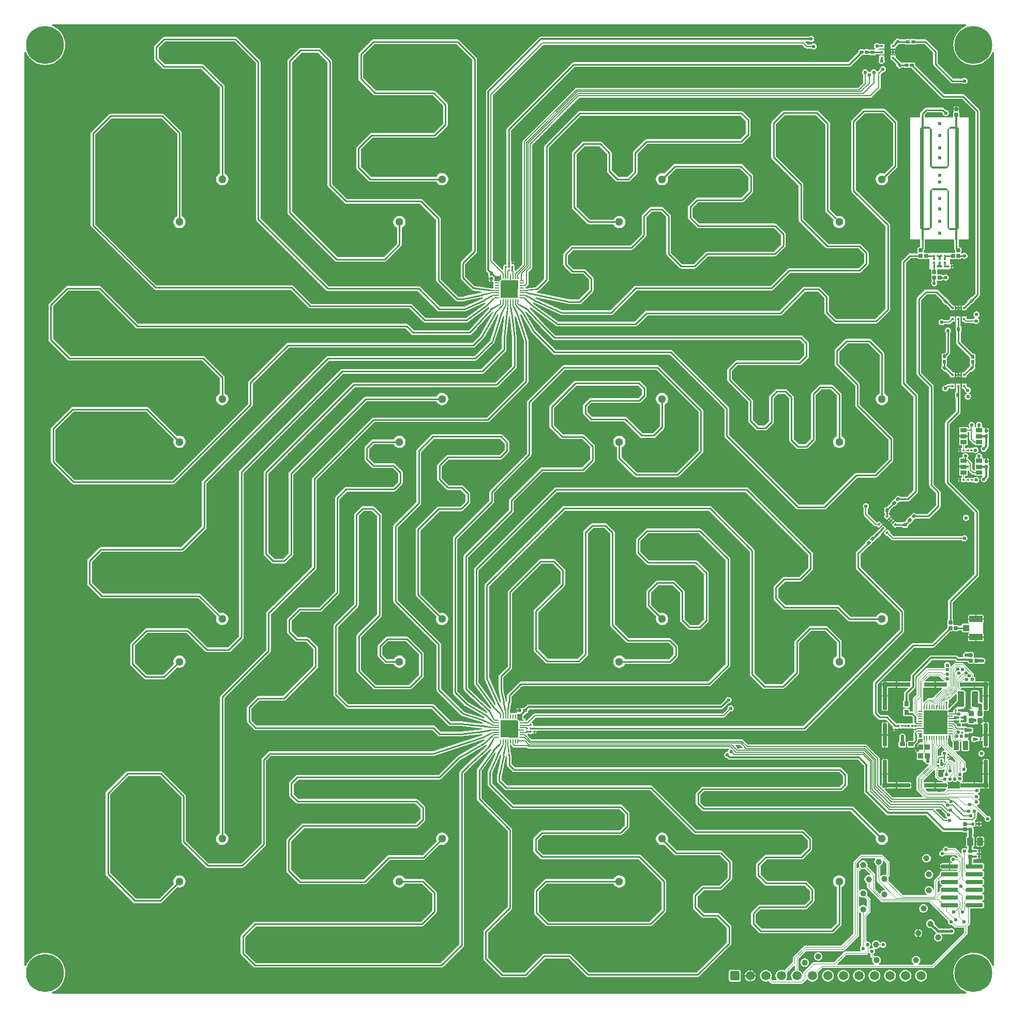
<source format=gbl>
G04 Layer_Physical_Order=6*
G04 Layer_Color=16711680*
%FSLAX25Y25*%
%MOIN*%
G70*
G01*
G75*
%ADD10C,0.01102*%
%ADD12C,0.24410*%
%ADD13C,0.05906*%
G04:AMPARAMS|DCode=14|XSize=59.06mil|YSize=59.06mil|CornerRadius=2.95mil|HoleSize=0mil|Usage=FLASHONLY|Rotation=0.000|XOffset=0mil|YOffset=0mil|HoleType=Round|Shape=RoundedRectangle|*
%AMROUNDEDRECTD14*
21,1,0.05906,0.05315,0,0,0.0*
21,1,0.05315,0.05906,0,0,0.0*
1,1,0.00591,0.02658,-0.02658*
1,1,0.00591,-0.02658,-0.02658*
1,1,0.00591,-0.02658,0.02658*
1,1,0.00591,0.02658,0.02658*
%
%ADD14ROUNDEDRECTD14*%
%ADD15C,0.05118*%
%ADD16C,0.02362*%
%ADD19C,0.02362*%
%ADD20C,0.01575*%
%ADD21C,0.00787*%
%ADD22C,0.01969*%
%ADD23C,0.00394*%
%ADD24C,0.00400*%
%ADD25C,0.01181*%
G04:AMPARAMS|DCode=26|XSize=23.62mil|YSize=23.62mil|CornerRadius=2.36mil|HoleSize=0mil|Usage=FLASHONLY|Rotation=270.000|XOffset=0mil|YOffset=0mil|HoleType=Round|Shape=RoundedRectangle|*
%AMROUNDEDRECTD26*
21,1,0.02362,0.01890,0,0,270.0*
21,1,0.01890,0.02362,0,0,270.0*
1,1,0.00472,-0.00945,-0.00945*
1,1,0.00472,-0.00945,0.00945*
1,1,0.00472,0.00945,0.00945*
1,1,0.00472,0.00945,-0.00945*
%
%ADD26ROUNDEDRECTD26*%
G04:AMPARAMS|DCode=27|XSize=23.62mil|YSize=23.62mil|CornerRadius=2.36mil|HoleSize=0mil|Usage=FLASHONLY|Rotation=180.000|XOffset=0mil|YOffset=0mil|HoleType=Round|Shape=RoundedRectangle|*
%AMROUNDEDRECTD27*
21,1,0.02362,0.01890,0,0,180.0*
21,1,0.01890,0.02362,0,0,180.0*
1,1,0.00472,-0.00945,0.00945*
1,1,0.00472,0.00945,0.00945*
1,1,0.00472,0.00945,-0.00945*
1,1,0.00472,-0.00945,-0.00945*
%
%ADD27ROUNDEDRECTD27*%
G04:AMPARAMS|DCode=28|XSize=19.69mil|YSize=19.69mil|CornerRadius=2.46mil|HoleSize=0mil|Usage=FLASHONLY|Rotation=180.000|XOffset=0mil|YOffset=0mil|HoleType=Round|Shape=RoundedRectangle|*
%AMROUNDEDRECTD28*
21,1,0.01969,0.01476,0,0,180.0*
21,1,0.01476,0.01969,0,0,180.0*
1,1,0.00492,-0.00738,0.00738*
1,1,0.00492,0.00738,0.00738*
1,1,0.00492,0.00738,-0.00738*
1,1,0.00492,-0.00738,-0.00738*
%
%ADD28ROUNDEDRECTD28*%
%ADD29R,0.01299X0.03937*%
G04:AMPARAMS|DCode=30|XSize=23.62mil|YSize=18.5mil|CornerRadius=1.85mil|HoleSize=0mil|Usage=FLASHONLY|Rotation=315.000|XOffset=0mil|YOffset=0mil|HoleType=Round|Shape=RoundedRectangle|*
%AMROUNDEDRECTD30*
21,1,0.02362,0.01480,0,0,315.0*
21,1,0.01992,0.01850,0,0,315.0*
1,1,0.00370,0.00181,-0.01228*
1,1,0.00370,-0.01228,0.00181*
1,1,0.00370,-0.00181,0.01228*
1,1,0.00370,0.01228,-0.00181*
%
%ADD30ROUNDEDRECTD30*%
G04:AMPARAMS|DCode=31|XSize=23.62mil|YSize=18.5mil|CornerRadius=1.85mil|HoleSize=0mil|Usage=FLASHONLY|Rotation=225.000|XOffset=0mil|YOffset=0mil|HoleType=Round|Shape=RoundedRectangle|*
%AMROUNDEDRECTD31*
21,1,0.02362,0.01480,0,0,225.0*
21,1,0.01992,0.01850,0,0,225.0*
1,1,0.00370,-0.01228,-0.00181*
1,1,0.00370,0.00181,0.01228*
1,1,0.00370,0.01228,0.00181*
1,1,0.00370,-0.00181,-0.01228*
%
%ADD31ROUNDEDRECTD31*%
G04:AMPARAMS|DCode=32|XSize=23.62mil|YSize=18.5mil|CornerRadius=1.85mil|HoleSize=0mil|Usage=FLASHONLY|Rotation=0.000|XOffset=0mil|YOffset=0mil|HoleType=Round|Shape=RoundedRectangle|*
%AMROUNDEDRECTD32*
21,1,0.02362,0.01480,0,0,0.0*
21,1,0.01992,0.01850,0,0,0.0*
1,1,0.00370,0.00996,-0.00740*
1,1,0.00370,-0.00996,-0.00740*
1,1,0.00370,-0.00996,0.00740*
1,1,0.00370,0.00996,0.00740*
%
%ADD32ROUNDEDRECTD32*%
G04:AMPARAMS|DCode=33|XSize=19.69mil|YSize=23.62mil|CornerRadius=1.97mil|HoleSize=0mil|Usage=FLASHONLY|Rotation=270.000|XOffset=0mil|YOffset=0mil|HoleType=Round|Shape=RoundedRectangle|*
%AMROUNDEDRECTD33*
21,1,0.01969,0.01969,0,0,270.0*
21,1,0.01575,0.02362,0,0,270.0*
1,1,0.00394,-0.00984,-0.00787*
1,1,0.00394,-0.00984,0.00787*
1,1,0.00394,0.00984,0.00787*
1,1,0.00394,0.00984,-0.00787*
%
%ADD33ROUNDEDRECTD33*%
G04:AMPARAMS|DCode=34|XSize=12.21mil|YSize=13.39mil|CornerRadius=3.17mil|HoleSize=0mil|Usage=FLASHONLY|Rotation=90.000|XOffset=0mil|YOffset=0mil|HoleType=Round|Shape=RoundedRectangle|*
%AMROUNDEDRECTD34*
21,1,0.01221,0.00704,0,0,90.0*
21,1,0.00586,0.01339,0,0,90.0*
1,1,0.00635,0.00352,0.00293*
1,1,0.00635,0.00352,-0.00293*
1,1,0.00635,-0.00352,-0.00293*
1,1,0.00635,-0.00352,0.00293*
%
%ADD34ROUNDEDRECTD34*%
G04:AMPARAMS|DCode=35|XSize=12.21mil|YSize=13.39mil|CornerRadius=3.17mil|HoleSize=0mil|Usage=FLASHONLY|Rotation=180.000|XOffset=0mil|YOffset=0mil|HoleType=Round|Shape=RoundedRectangle|*
%AMROUNDEDRECTD35*
21,1,0.01221,0.00704,0,0,180.0*
21,1,0.00586,0.01339,0,0,180.0*
1,1,0.00635,-0.00293,0.00352*
1,1,0.00635,0.00293,0.00352*
1,1,0.00635,0.00293,-0.00352*
1,1,0.00635,-0.00293,-0.00352*
%
%ADD35ROUNDEDRECTD35*%
G04:AMPARAMS|DCode=36|XSize=23.62mil|YSize=18.5mil|CornerRadius=1.85mil|HoleSize=0mil|Usage=FLASHONLY|Rotation=270.000|XOffset=0mil|YOffset=0mil|HoleType=Round|Shape=RoundedRectangle|*
%AMROUNDEDRECTD36*
21,1,0.02362,0.01480,0,0,270.0*
21,1,0.01992,0.01850,0,0,270.0*
1,1,0.00370,-0.00740,-0.00996*
1,1,0.00370,-0.00740,0.00996*
1,1,0.00370,0.00740,0.00996*
1,1,0.00370,0.00740,-0.00996*
%
%ADD36ROUNDEDRECTD36*%
G04:AMPARAMS|DCode=37|XSize=19.69mil|YSize=23.62mil|CornerRadius=1.97mil|HoleSize=0mil|Usage=FLASHONLY|Rotation=180.000|XOffset=0mil|YOffset=0mil|HoleType=Round|Shape=RoundedRectangle|*
%AMROUNDEDRECTD37*
21,1,0.01969,0.01969,0,0,180.0*
21,1,0.01575,0.02362,0,0,180.0*
1,1,0.00394,-0.00787,0.00984*
1,1,0.00394,0.00787,0.00984*
1,1,0.00394,0.00787,-0.00984*
1,1,0.00394,-0.00787,-0.00984*
%
%ADD37ROUNDEDRECTD37*%
G04:AMPARAMS|DCode=38|XSize=19.69mil|YSize=23.62mil|CornerRadius=1.97mil|HoleSize=0mil|Usage=FLASHONLY|Rotation=315.000|XOffset=0mil|YOffset=0mil|HoleType=Round|Shape=RoundedRectangle|*
%AMROUNDEDRECTD38*
21,1,0.01969,0.01969,0,0,315.0*
21,1,0.01575,0.02362,0,0,315.0*
1,1,0.00394,-0.00139,-0.01253*
1,1,0.00394,-0.01253,-0.00139*
1,1,0.00394,0.00139,0.01253*
1,1,0.00394,0.01253,0.00139*
%
%ADD38ROUNDEDRECTD38*%
%ADD39C,0.03937*%
G04:AMPARAMS|DCode=40|XSize=41.34mil|YSize=88.58mil|CornerRadius=4.13mil|HoleSize=0mil|Usage=FLASHONLY|Rotation=90.000|XOffset=0mil|YOffset=0mil|HoleType=Round|Shape=RoundedRectangle|*
%AMROUNDEDRECTD40*
21,1,0.04134,0.08032,0,0,90.0*
21,1,0.03307,0.08858,0,0,90.0*
1,1,0.00827,0.04016,0.01654*
1,1,0.00827,0.04016,-0.01654*
1,1,0.00827,-0.04016,-0.01654*
1,1,0.00827,-0.04016,0.01654*
%
%ADD40ROUNDEDRECTD40*%
G04:AMPARAMS|DCode=41|XSize=41.34mil|YSize=43.31mil|CornerRadius=4.13mil|HoleSize=0mil|Usage=FLASHONLY|Rotation=90.000|XOffset=0mil|YOffset=0mil|HoleType=Round|Shape=RoundedRectangle|*
%AMROUNDEDRECTD41*
21,1,0.04134,0.03504,0,0,90.0*
21,1,0.03307,0.04331,0,0,90.0*
1,1,0.00827,0.01752,0.01654*
1,1,0.00827,0.01752,-0.01654*
1,1,0.00827,-0.01752,-0.01654*
1,1,0.00827,-0.01752,0.01654*
%
%ADD41ROUNDEDRECTD41*%
G04:AMPARAMS|DCode=42|XSize=29.13mil|YSize=8.66mil|CornerRadius=0.43mil|HoleSize=0mil|Usage=FLASHONLY|Rotation=90.000|XOffset=0mil|YOffset=0mil|HoleType=Round|Shape=RoundedRectangle|*
%AMROUNDEDRECTD42*
21,1,0.02913,0.00780,0,0,90.0*
21,1,0.02827,0.00866,0,0,90.0*
1,1,0.00087,0.00390,0.01413*
1,1,0.00087,0.00390,-0.01413*
1,1,0.00087,-0.00390,-0.01413*
1,1,0.00087,-0.00390,0.01413*
%
%ADD42ROUNDEDRECTD42*%
G04:AMPARAMS|DCode=43|XSize=29.13mil|YSize=8.66mil|CornerRadius=0.43mil|HoleSize=0mil|Usage=FLASHONLY|Rotation=0.000|XOffset=0mil|YOffset=0mil|HoleType=Round|Shape=RoundedRectangle|*
%AMROUNDEDRECTD43*
21,1,0.02913,0.00780,0,0,0.0*
21,1,0.02827,0.00866,0,0,0.0*
1,1,0.00087,0.01413,-0.00390*
1,1,0.00087,-0.01413,-0.00390*
1,1,0.00087,-0.01413,0.00390*
1,1,0.00087,0.01413,0.00390*
%
%ADD43ROUNDEDRECTD43*%
G04:AMPARAMS|DCode=44|XSize=151.57mil|YSize=151.57mil|CornerRadius=3.79mil|HoleSize=0mil|Usage=FLASHONLY|Rotation=90.000|XOffset=0mil|YOffset=0mil|HoleType=Round|Shape=RoundedRectangle|*
%AMROUNDEDRECTD44*
21,1,0.15157,0.14400,0,0,90.0*
21,1,0.14400,0.15157,0,0,90.0*
1,1,0.00758,0.07200,0.07200*
1,1,0.00758,0.07200,-0.07200*
1,1,0.00758,-0.07200,-0.07200*
1,1,0.00758,-0.07200,0.07200*
%
%ADD44ROUNDEDRECTD44*%
G04:AMPARAMS|DCode=45|XSize=27.56mil|YSize=33.47mil|CornerRadius=3.45mil|HoleSize=0mil|Usage=FLASHONLY|Rotation=270.000|XOffset=0mil|YOffset=0mil|HoleType=Round|Shape=RoundedRectangle|*
%AMROUNDEDRECTD45*
21,1,0.02756,0.02658,0,0,270.0*
21,1,0.02067,0.03347,0,0,270.0*
1,1,0.00689,-0.01329,-0.01034*
1,1,0.00689,-0.01329,0.01034*
1,1,0.00689,0.01329,0.01034*
1,1,0.00689,0.01329,-0.01034*
%
%ADD45ROUNDEDRECTD45*%
G04:AMPARAMS|DCode=46|XSize=35.43mil|YSize=31.5mil|CornerRadius=3.15mil|HoleSize=0mil|Usage=FLASHONLY|Rotation=90.000|XOffset=0mil|YOffset=0mil|HoleType=Round|Shape=RoundedRectangle|*
%AMROUNDEDRECTD46*
21,1,0.03543,0.02520,0,0,90.0*
21,1,0.02913,0.03150,0,0,90.0*
1,1,0.00630,0.01260,0.01457*
1,1,0.00630,0.01260,-0.01457*
1,1,0.00630,-0.01260,-0.01457*
1,1,0.00630,-0.01260,0.01457*
%
%ADD46ROUNDEDRECTD46*%
G04:AMPARAMS|DCode=47|XSize=11.81mil|YSize=11.81mil|CornerRadius=0.59mil|HoleSize=0mil|Usage=FLASHONLY|Rotation=90.000|XOffset=0mil|YOffset=0mil|HoleType=Round|Shape=RoundedRectangle|*
%AMROUNDEDRECTD47*
21,1,0.01181,0.01063,0,0,90.0*
21,1,0.01063,0.01181,0,0,90.0*
1,1,0.00118,0.00532,0.00532*
1,1,0.00118,0.00532,-0.00532*
1,1,0.00118,-0.00532,-0.00532*
1,1,0.00118,-0.00532,0.00532*
%
%ADD47ROUNDEDRECTD47*%
G04:AMPARAMS|DCode=48|XSize=33.47mil|YSize=31.5mil|CornerRadius=3.94mil|HoleSize=0mil|Usage=FLASHONLY|Rotation=270.000|XOffset=0mil|YOffset=0mil|HoleType=Round|Shape=RoundedRectangle|*
%AMROUNDEDRECTD48*
21,1,0.03347,0.02362,0,0,270.0*
21,1,0.02559,0.03150,0,0,270.0*
1,1,0.00787,-0.01181,-0.01280*
1,1,0.00787,-0.01181,0.01280*
1,1,0.00787,0.01181,0.01280*
1,1,0.00787,0.01181,-0.01280*
%
%ADD48ROUNDEDRECTD48*%
G04:AMPARAMS|DCode=49|XSize=40mil|YSize=100mil|CornerRadius=5mil|HoleSize=0mil|Usage=FLASHONLY|Rotation=180.000|XOffset=0mil|YOffset=0mil|HoleType=Round|Shape=RoundedRectangle|*
%AMROUNDEDRECTD49*
21,1,0.04000,0.09000,0,0,180.0*
21,1,0.03000,0.10000,0,0,180.0*
1,1,0.01000,-0.01500,0.04500*
1,1,0.01000,0.01500,0.04500*
1,1,0.01000,0.01500,-0.04500*
1,1,0.01000,-0.01500,-0.04500*
%
%ADD49ROUNDEDRECTD49*%
G04:AMPARAMS|DCode=50|XSize=33.47mil|YSize=59.06mil|CornerRadius=4.18mil|HoleSize=0mil|Usage=FLASHONLY|Rotation=0.000|XOffset=0mil|YOffset=0mil|HoleType=Round|Shape=RoundedRectangle|*
%AMROUNDEDRECTD50*
21,1,0.03347,0.05069,0,0,0.0*
21,1,0.02510,0.05906,0,0,0.0*
1,1,0.00837,0.01255,-0.02535*
1,1,0.00837,-0.01255,-0.02535*
1,1,0.00837,-0.01255,0.02535*
1,1,0.00837,0.01255,0.02535*
%
%ADD50ROUNDEDRECTD50*%
G04:AMPARAMS|DCode=51|XSize=31.5mil|YSize=59.06mil|CornerRadius=3.94mil|HoleSize=0mil|Usage=FLASHONLY|Rotation=0.000|XOffset=0mil|YOffset=0mil|HoleType=Round|Shape=RoundedRectangle|*
%AMROUNDEDRECTD51*
21,1,0.03150,0.05118,0,0,0.0*
21,1,0.02362,0.05906,0,0,0.0*
1,1,0.00787,0.01181,-0.02559*
1,1,0.00787,-0.01181,-0.02559*
1,1,0.00787,-0.01181,0.02559*
1,1,0.00787,0.01181,0.02559*
%
%ADD51ROUNDEDRECTD51*%
G04:AMPARAMS|DCode=52|XSize=27.56mil|YSize=33.47mil|CornerRadius=3.45mil|HoleSize=0mil|Usage=FLASHONLY|Rotation=180.000|XOffset=0mil|YOffset=0mil|HoleType=Round|Shape=RoundedRectangle|*
%AMROUNDEDRECTD52*
21,1,0.02756,0.02658,0,0,180.0*
21,1,0.02067,0.03347,0,0,180.0*
1,1,0.00689,-0.01034,0.01329*
1,1,0.00689,0.01034,0.01329*
1,1,0.00689,0.01034,-0.01329*
1,1,0.00689,-0.01034,-0.01329*
%
%ADD52ROUNDEDRECTD52*%
G04:AMPARAMS|DCode=53|XSize=29.53mil|YSize=177.16mil|CornerRadius=2.95mil|HoleSize=0mil|Usage=FLASHONLY|Rotation=270.000|XOffset=0mil|YOffset=0mil|HoleType=Round|Shape=RoundedRectangle|*
%AMROUNDEDRECTD53*
21,1,0.02953,0.17126,0,0,270.0*
21,1,0.02362,0.17716,0,0,270.0*
1,1,0.00591,-0.08563,-0.01181*
1,1,0.00591,-0.08563,0.01181*
1,1,0.00591,0.08563,0.01181*
1,1,0.00591,0.08563,-0.01181*
%
%ADD53ROUNDEDRECTD53*%
G04:AMPARAMS|DCode=54|XSize=29.53mil|YSize=177.16mil|CornerRadius=2.95mil|HoleSize=0mil|Usage=FLASHONLY|Rotation=0.000|XOffset=0mil|YOffset=0mil|HoleType=Round|Shape=RoundedRectangle|*
%AMROUNDEDRECTD54*
21,1,0.02953,0.17126,0,0,0.0*
21,1,0.02362,0.17716,0,0,0.0*
1,1,0.00591,0.01181,-0.08563*
1,1,0.00591,-0.01181,-0.08563*
1,1,0.00591,-0.01181,0.08563*
1,1,0.00591,0.01181,0.08563*
%
%ADD54ROUNDEDRECTD54*%
G04:AMPARAMS|DCode=55|XSize=29.53mil|YSize=149.61mil|CornerRadius=2.95mil|HoleSize=0mil|Usage=FLASHONLY|Rotation=270.000|XOffset=0mil|YOffset=0mil|HoleType=Round|Shape=RoundedRectangle|*
%AMROUNDEDRECTD55*
21,1,0.02953,0.14370,0,0,270.0*
21,1,0.02362,0.14961,0,0,270.0*
1,1,0.00591,-0.07185,-0.01181*
1,1,0.00591,-0.07185,0.01181*
1,1,0.00591,0.07185,0.01181*
1,1,0.00591,0.07185,-0.01181*
%
%ADD55ROUNDEDRECTD55*%
G04:AMPARAMS|DCode=56|XSize=29.53mil|YSize=149.61mil|CornerRadius=2.95mil|HoleSize=0mil|Usage=FLASHONLY|Rotation=180.000|XOffset=0mil|YOffset=0mil|HoleType=Round|Shape=RoundedRectangle|*
%AMROUNDEDRECTD56*
21,1,0.02953,0.14370,0,0,180.0*
21,1,0.02362,0.14961,0,0,180.0*
1,1,0.00591,-0.01181,0.07185*
1,1,0.00591,0.01181,0.07185*
1,1,0.00591,0.01181,-0.07185*
1,1,0.00591,-0.01181,-0.07185*
%
%ADD56ROUNDEDRECTD56*%
%ADD57C,0.00827*%
G04:AMPARAMS|DCode=58|XSize=12.6mil|YSize=13.39mil|CornerRadius=1.58mil|HoleSize=0mil|Usage=FLASHONLY|Rotation=0.000|XOffset=0mil|YOffset=0mil|HoleType=Round|Shape=RoundedRectangle|*
%AMROUNDEDRECTD58*
21,1,0.01260,0.01024,0,0,0.0*
21,1,0.00945,0.01339,0,0,0.0*
1,1,0.00315,0.00472,-0.00512*
1,1,0.00315,-0.00472,-0.00512*
1,1,0.00315,-0.00472,0.00512*
1,1,0.00315,0.00472,0.00512*
%
%ADD58ROUNDEDRECTD58*%
G04:AMPARAMS|DCode=59|XSize=53.15mil|YSize=37.4mil|CornerRadius=4.68mil|HoleSize=0mil|Usage=FLASHONLY|Rotation=270.000|XOffset=0mil|YOffset=0mil|HoleType=Round|Shape=RoundedRectangle|*
%AMROUNDEDRECTD59*
21,1,0.05315,0.02805,0,0,270.0*
21,1,0.04380,0.03740,0,0,270.0*
1,1,0.00935,-0.01403,-0.02190*
1,1,0.00935,-0.01403,0.02190*
1,1,0.00935,0.01403,0.02190*
1,1,0.00935,0.01403,-0.02190*
%
%ADD59ROUNDEDRECTD59*%
G04:AMPARAMS|DCode=60|XSize=29mil|YSize=110mil|CornerRadius=7.25mil|HoleSize=0mil|Usage=FLASHONLY|Rotation=270.000|XOffset=0mil|YOffset=0mil|HoleType=Round|Shape=RoundedRectangle|*
%AMROUNDEDRECTD60*
21,1,0.02900,0.09550,0,0,270.0*
21,1,0.01450,0.11000,0,0,270.0*
1,1,0.01450,-0.04775,-0.00725*
1,1,0.01450,-0.04775,0.00725*
1,1,0.01450,0.04775,0.00725*
1,1,0.01450,0.04775,-0.00725*
%
%ADD60ROUNDEDRECTD60*%
G04:AMPARAMS|DCode=61|XSize=11.81mil|YSize=11.81mil|CornerRadius=0.59mil|HoleSize=0mil|Usage=FLASHONLY|Rotation=0.000|XOffset=0mil|YOffset=0mil|HoleType=Round|Shape=RoundedRectangle|*
%AMROUNDEDRECTD61*
21,1,0.01181,0.01063,0,0,0.0*
21,1,0.01063,0.01181,0,0,0.0*
1,1,0.00118,0.00532,-0.00532*
1,1,0.00118,-0.00532,-0.00532*
1,1,0.00118,-0.00532,0.00532*
1,1,0.00118,0.00532,0.00532*
%
%ADD61ROUNDEDRECTD61*%
%ADD62R,0.03937X0.03937*%
%ADD63R,0.02323X0.00787*%
%ADD64R,0.02992X0.00787*%
%ADD65R,0.00787X0.02323*%
%ADD66R,0.00787X0.02992*%
%ADD67R,0.03937X0.03937*%
%ADD68R,0.03937X0.02756*%
%ADD69C,0.00394*%
%ADD70R,0.01378X0.01740*%
G04:AMPARAMS|DCode=71|XSize=17.4mil|YSize=13.78mil|CornerRadius=0mil|HoleSize=0mil|Usage=FLASHONLY|Rotation=225.000|XOffset=0mil|YOffset=0mil|HoleType=Round|Shape=Rectangle|*
%AMROTATEDRECTD71*
4,1,4,0.00128,0.01102,0.01102,0.00128,-0.00128,-0.01102,-0.01102,-0.00128,0.00128,0.01102,0.0*
%
%ADD71ROTATEDRECTD71*%

%ADD72R,0.01740X0.01378*%
%ADD73C,0.00551*%
%ADD74C,0.00984*%
%ADD75C,0.01378*%
G36*
X294488Y311318D02*
X293296Y310824D01*
X291552Y309756D01*
X289997Y308428D01*
X288669Y306873D01*
X287601Y305129D01*
X286818Y303240D01*
X286341Y301251D01*
X286180Y299213D01*
X286341Y297174D01*
X286818Y295185D01*
X287601Y293296D01*
X288669Y291552D01*
X289997Y289997D01*
X291552Y288669D01*
X293296Y287601D01*
X295185Y286818D01*
X297174Y286341D01*
X299213Y286180D01*
X301251Y286341D01*
X303240Y286818D01*
X305129Y287601D01*
X306873Y288669D01*
X308428Y289997D01*
X309756Y291552D01*
X310824Y293296D01*
X311318Y294488D01*
X312552D01*
Y-294488D01*
X311318D01*
X310824Y-293296D01*
X309756Y-291552D01*
X308428Y-289997D01*
X306873Y-288669D01*
X305129Y-287601D01*
X303240Y-286818D01*
X301251Y-286341D01*
X299213Y-286180D01*
X297174Y-286341D01*
X295185Y-286818D01*
X293296Y-287601D01*
X291552Y-288669D01*
X289997Y-289997D01*
X288669Y-291552D01*
X287601Y-293296D01*
X286818Y-295185D01*
X286341Y-297174D01*
X286180Y-299213D01*
X286341Y-301251D01*
X286818Y-303240D01*
X287601Y-305129D01*
X288669Y-306873D01*
X289997Y-308428D01*
X291552Y-309756D01*
X293296Y-310824D01*
X294488Y-311318D01*
Y-312552D01*
X-294488D01*
Y-311318D01*
X-293296Y-310824D01*
X-291552Y-309756D01*
X-289997Y-308428D01*
X-288669Y-306873D01*
X-287601Y-305129D01*
X-286818Y-303240D01*
X-286341Y-301251D01*
X-286180Y-299213D01*
X-286341Y-297174D01*
X-286818Y-295185D01*
X-287601Y-293296D01*
X-288669Y-291552D01*
X-289997Y-289997D01*
X-291552Y-288669D01*
X-293296Y-287601D01*
X-295185Y-286818D01*
X-297174Y-286341D01*
X-299213Y-286180D01*
X-301251Y-286341D01*
X-303240Y-286818D01*
X-305129Y-287601D01*
X-306873Y-288669D01*
X-308428Y-289997D01*
X-309756Y-291552D01*
X-310824Y-293296D01*
X-311318Y-294488D01*
X-312552D01*
Y294488D01*
X-311318D01*
X-310824Y293296D01*
X-309756Y291552D01*
X-308428Y289997D01*
X-306873Y288669D01*
X-305129Y287601D01*
X-303240Y286818D01*
X-301251Y286341D01*
X-299213Y286180D01*
X-297174Y286341D01*
X-295185Y286818D01*
X-293296Y287601D01*
X-291552Y288669D01*
X-289997Y289997D01*
X-288669Y291552D01*
X-287601Y293296D01*
X-286818Y295185D01*
X-286341Y297174D01*
X-286180Y299213D01*
X-286341Y301251D01*
X-286818Y303240D01*
X-287601Y305129D01*
X-288669Y306873D01*
X-289997Y308428D01*
X-291552Y309756D01*
X-293296Y310824D01*
X-294488Y311318D01*
Y312552D01*
X294488D01*
Y311318D01*
D02*
G37*
%LPC*%
G36*
X308269Y-137581D02*
X307482D01*
Y-145276D01*
X309172D01*
Y-138484D01*
X309104Y-138139D01*
X308908Y-137846D01*
X308615Y-137650D01*
X308269Y-137581D01*
D02*
G37*
G36*
X243309D02*
X242521D01*
Y-145276D01*
X244212D01*
Y-138484D01*
X244143Y-138139D01*
X243947Y-137846D01*
X243654Y-137650D01*
X243309Y-137581D01*
D02*
G37*
G36*
X305533Y-136833D02*
X303742D01*
Y-138722D01*
X304529D01*
X305004Y-139138D01*
Y-145276D01*
X306695D01*
Y-137581D01*
X305907D01*
X305533Y-137146D01*
Y-136833D01*
D02*
G37*
G36*
X17442Y-143993D02*
X16578D01*
Y-144809D01*
X16890Y-144747D01*
X17191Y-144546D01*
X17391Y-144246D01*
X17442Y-143993D01*
D02*
G37*
G36*
X309172Y-120965D02*
X307482D01*
Y-130037D01*
X308269D01*
X308615Y-129968D01*
X308908Y-129772D01*
X309104Y-129480D01*
X309172Y-129134D01*
Y-120965D01*
D02*
G37*
G36*
X241734Y-120965D02*
X240043D01*
Y-129134D01*
X240112Y-129480D01*
X240308Y-129772D01*
X240601Y-129968D01*
X240947Y-130037D01*
X241734D01*
Y-120965D01*
D02*
G37*
G36*
X248427Y-142519D02*
X247563D01*
X247613Y-142773D01*
X247814Y-143073D01*
X248114Y-143274D01*
X248427Y-143336D01*
Y-142519D01*
D02*
G37*
G36*
X250078D02*
X249214D01*
Y-143336D01*
X249527Y-143274D01*
X249827Y-143073D01*
X250028Y-142773D01*
X250078Y-142519D01*
D02*
G37*
G36*
X241734Y-137581D02*
X240947D01*
X240601Y-137650D01*
X240308Y-137846D01*
X240112Y-138139D01*
X240043Y-138484D01*
Y-145276D01*
X241734D01*
Y-137581D01*
D02*
G37*
G36*
X253359Y-144457D02*
X252591Y-144609D01*
X251940Y-145045D01*
X251504Y-145696D01*
X251352Y-146464D01*
X251432Y-146868D01*
Y-149671D01*
X251203Y-149824D01*
X250953Y-150198D01*
X250865Y-150640D01*
Y-152707D01*
X250953Y-153148D01*
X251203Y-153523D01*
X251578Y-153773D01*
X252019Y-153861D01*
X254677D01*
X255118Y-153773D01*
X255493Y-153523D01*
X255743Y-153148D01*
X255831Y-152707D01*
Y-150640D01*
X255743Y-150198D01*
X255493Y-149824D01*
X255286Y-149685D01*
Y-146868D01*
X255366Y-146464D01*
X255213Y-145696D01*
X254778Y-145045D01*
X254127Y-144609D01*
X253359Y-144457D01*
D02*
G37*
G36*
X241734Y-146063D02*
X240043D01*
Y-152854D01*
X240112Y-153200D01*
X240308Y-153493D01*
X240601Y-153689D01*
X240947Y-153758D01*
X241734D01*
Y-146063D01*
D02*
G37*
G36*
X243309Y-161302D02*
X242521D01*
Y-170374D01*
X244212D01*
Y-162205D01*
X244143Y-161859D01*
X243947Y-161566D01*
X243654Y-161370D01*
X243309Y-161302D01*
D02*
G37*
G36*
X304331Y-155670D02*
X303563Y-155823D01*
X302911Y-156258D01*
X302476Y-156909D01*
X302324Y-157677D01*
X302476Y-158445D01*
X302911Y-159096D01*
X303563Y-159531D01*
X304331Y-159684D01*
X305099Y-159531D01*
X305750Y-159096D01*
X306185Y-158445D01*
X306338Y-157677D01*
X306185Y-156909D01*
X305750Y-156258D01*
X305099Y-155823D01*
X304331Y-155670D01*
D02*
G37*
G36*
X299627Y-146361D02*
X298859Y-146514D01*
X298208Y-146949D01*
X297773Y-147600D01*
X297620Y-148369D01*
X297773Y-149137D01*
X298208Y-149788D01*
X298859Y-150223D01*
X299627Y-150376D01*
X300395Y-150223D01*
X300888Y-149894D01*
X301486D01*
X301723Y-149847D01*
X301779D01*
X302210Y-149761D01*
X302575Y-149517D01*
X303004Y-149576D01*
X303258Y-149626D01*
Y-148369D01*
Y-147111D01*
X303004Y-147161D01*
X302575Y-147220D01*
X302210Y-146976D01*
X301779Y-146890D01*
X301723D01*
X301486Y-146843D01*
X300888D01*
X300395Y-146514D01*
X299627Y-146361D01*
D02*
G37*
G36*
X306695Y-146063D02*
X305004D01*
Y-147077D01*
X304847Y-147188D01*
X304504Y-147299D01*
X304299Y-147161D01*
X304045Y-147111D01*
Y-148369D01*
Y-149626D01*
X304299Y-149576D01*
X304504Y-149439D01*
X304847Y-149550D01*
X305004Y-149660D01*
Y-152854D01*
X305073Y-153200D01*
X305268Y-153493D01*
X305561Y-153689D01*
X305907Y-153758D01*
X306695D01*
Y-146063D01*
D02*
G37*
G36*
X244212Y-146063D02*
X242521D01*
Y-153758D01*
X243309D01*
X243654Y-153689D01*
X243947Y-153493D01*
X244143Y-153200D01*
X244212Y-152854D01*
Y-146063D01*
D02*
G37*
G36*
X309172Y-146063D02*
X307482D01*
Y-153758D01*
X308269D01*
X308615Y-153689D01*
X308908Y-153493D01*
X309104Y-153200D01*
X309172Y-152854D01*
Y-146063D01*
D02*
G37*
G36*
X244212Y-120965D02*
X242521D01*
Y-130037D01*
X243309D01*
X243654Y-129968D01*
X243947Y-129772D01*
X244143Y-129480D01*
X244212Y-129134D01*
Y-120965D01*
D02*
G37*
G36*
X300374Y-68178D02*
X296752D01*
X296361Y-68256D01*
X296028Y-68478D01*
X295807Y-68810D01*
X295729Y-69202D01*
Y-70461D01*
X300374D01*
Y-68178D01*
D02*
G37*
G36*
X304784D02*
X301162D01*
Y-70461D01*
X305807D01*
Y-69202D01*
X305730Y-68810D01*
X305508Y-68478D01*
X305176Y-68256D01*
X304784Y-68178D01*
D02*
G37*
G36*
X300374Y-83060D02*
X295729D01*
Y-84320D01*
X295807Y-84711D01*
X296028Y-85044D01*
X296361Y-85265D01*
X296752Y-85343D01*
X300374D01*
Y-83060D01*
D02*
G37*
G36*
X305807D02*
X301162D01*
Y-85343D01*
X304784D01*
X305176Y-85265D01*
X305508Y-85044D01*
X305730Y-84711D01*
X305807Y-84320D01*
Y-83060D01*
D02*
G37*
G36*
X246050Y-7961D02*
X245814Y-8197D01*
X246023Y-8406D01*
X245650Y-8780D01*
X246067Y-9197D01*
X246677Y-8588D01*
X246050Y-7961D01*
D02*
G37*
G36*
X247361Y-6650D02*
X246607Y-7404D01*
X247233Y-8031D01*
X247988Y-7276D01*
X247361Y-6650D01*
D02*
G37*
G36*
X243651Y-13006D02*
X241307Y-15350D01*
X243394Y-17438D01*
X243630Y-17202D01*
X246262Y-19834D01*
X246262Y-19834D01*
X246692Y-20121D01*
X247199Y-20222D01*
X247199Y-20222D01*
X291825D01*
X291888Y-20317D01*
X292539Y-20752D01*
X293307Y-20905D01*
X294075Y-20752D01*
X294726Y-20317D01*
X295161Y-19666D01*
X295314Y-18898D01*
X295161Y-18130D01*
X294726Y-17478D01*
X294075Y-17043D01*
X293307Y-16891D01*
X292539Y-17043D01*
X291888Y-17478D01*
X291825Y-17573D01*
X247747D01*
X245503Y-15329D01*
X245739Y-15093D01*
X243651Y-13006D01*
D02*
G37*
G36*
X229823Y3779D02*
X229055Y3626D01*
X228404Y3191D01*
X227969Y2540D01*
X227816Y1772D01*
X227969Y1004D01*
X228404Y352D01*
X228498Y289D01*
Y-3588D01*
X228498Y-3588D01*
X228599Y-4095D01*
X228886Y-4524D01*
X235231Y-10869D01*
X235231Y-10869D01*
X235661Y-11156D01*
X236168Y-11257D01*
X237214D01*
X238105Y-12148D01*
X240449Y-9804D01*
X238361Y-7716D01*
X237470Y-8608D01*
X236716D01*
X231148Y-3039D01*
Y289D01*
X231242Y352D01*
X231677Y1004D01*
X231830Y1772D01*
X231677Y2540D01*
X231242Y3191D01*
X230591Y3626D01*
X229823Y3779D01*
D02*
G37*
G36*
X294379Y-92186D02*
X293611Y-92339D01*
X292960Y-92774D01*
X292525Y-93425D01*
X292372Y-94193D01*
X292525Y-94961D01*
X292631Y-95120D01*
X292364Y-95620D01*
X289578D01*
X288843Y-94886D01*
X288349Y-94555D01*
X287765Y-94439D01*
X271752D01*
X271168Y-94555D01*
X270673Y-94886D01*
X259158Y-106402D01*
X258827Y-106897D01*
X258711Y-107480D01*
Y-110813D01*
X258211Y-111132D01*
X258072Y-111105D01*
X249903D01*
Y-113189D01*
Y-115273D01*
X256719D01*
X256911Y-115735D01*
X254827Y-117819D01*
X254496Y-118314D01*
X254380Y-118898D01*
Y-123230D01*
X254058Y-123446D01*
X253807Y-123820D01*
X253719Y-124262D01*
Y-126919D01*
X253807Y-127361D01*
X254058Y-127735D01*
X254432Y-127986D01*
X254874Y-128073D01*
X256941D01*
X257382Y-127986D01*
X257757Y-127735D01*
X258007Y-127361D01*
X258095Y-126919D01*
Y-124262D01*
X258007Y-123820D01*
X257757Y-123446D01*
X257431Y-123228D01*
Y-119529D01*
X261315Y-115646D01*
X261646Y-115151D01*
X261762Y-114567D01*
Y-108112D01*
X272384Y-97490D01*
X287133D01*
X287867Y-98224D01*
X288362Y-98555D01*
X288946Y-98671D01*
X295537D01*
Y-98712D01*
X295616Y-99111D01*
X295842Y-99450D01*
X296181Y-99676D01*
X296580Y-99755D01*
X298470D01*
X298869Y-99676D01*
X298915Y-99645D01*
X299297Y-99487D01*
X299679Y-99645D01*
X299724Y-99676D01*
X300124Y-99755D01*
X301387D01*
X301600Y-99798D01*
X304568D01*
X304972Y-99878D01*
X305740Y-99725D01*
X306391Y-99290D01*
X306826Y-98639D01*
X306979Y-97871D01*
X306826Y-97103D01*
X306391Y-96452D01*
X305740Y-96017D01*
X304972Y-95864D01*
X304568Y-95944D01*
X302542D01*
X302413Y-95858D01*
X302013Y-95778D01*
X300124D01*
X299853Y-95832D01*
X299657Y-95689D01*
X299555Y-95581D01*
X299468Y-95438D01*
X299528Y-95138D01*
Y-93248D01*
X299448Y-92849D01*
X299222Y-92510D01*
X298883Y-92284D01*
X298484Y-92205D01*
X296594D01*
X296284Y-92266D01*
X294783D01*
X294379Y-92186D01*
D02*
G37*
G36*
X249116Y-113583D02*
X242521D01*
Y-120177D01*
X244212D01*
Y-115273D01*
X249116D01*
Y-113583D01*
D02*
G37*
G36*
X306695Y-113583D02*
X300100D01*
Y-115273D01*
X305004D01*
Y-120177D01*
X306695D01*
Y-113583D01*
D02*
G37*
G36*
X6155Y-128368D02*
X5565D01*
X5257Y-128429D01*
X4997Y-128603D01*
X4823Y-128864D01*
X4762Y-129171D01*
Y-129564D01*
X6155D01*
Y-128368D01*
D02*
G37*
G36*
X241734Y-113583D02*
X240043D01*
Y-114370D01*
Y-120177D01*
X241734D01*
Y-113583D01*
D02*
G37*
G36*
X243309Y-111105D02*
X242521D01*
Y-112795D01*
X249116D01*
Y-111105D01*
X243309D01*
X243309Y-111105D01*
D02*
G37*
G36*
X308269Y-111105D02*
X307482D01*
Y-112795D01*
X309173D01*
Y-112008D01*
X309104Y-111662D01*
X308908Y-111369D01*
X308615Y-111173D01*
X308269Y-111105D01*
D02*
G37*
G36*
X309173Y-113583D02*
X307482D01*
Y-120177D01*
X309172D01*
Y-114370D01*
X309173Y-114370D01*
Y-113583D01*
D02*
G37*
G36*
X241734Y-111105D02*
X240947D01*
X240601Y-111173D01*
X240308Y-111369D01*
X240112Y-111662D01*
X240043Y-112008D01*
Y-112795D01*
X241734D01*
Y-111105D01*
D02*
G37*
G36*
Y-161302D02*
X240947D01*
X240601Y-161370D01*
X240308Y-161566D01*
X240112Y-161859D01*
X240043Y-162205D01*
Y-170374D01*
X241734D01*
Y-161302D01*
D02*
G37*
G36*
X155702Y-297462D02*
Y-300590D01*
X158831D01*
X158761Y-300059D01*
X158404Y-299197D01*
X157836Y-298457D01*
X157096Y-297889D01*
X156234Y-297532D01*
X155702Y-297462D01*
D02*
G37*
G36*
X270470Y-232879D02*
X269751Y-232974D01*
X269080Y-233251D01*
X268505Y-233693D01*
X268063Y-234269D01*
X267785Y-234939D01*
X267690Y-235659D01*
X267785Y-236378D01*
X268063Y-237048D01*
X268505Y-237624D01*
X269080Y-238066D01*
X269751Y-238343D01*
X270470Y-238438D01*
X271189Y-238343D01*
X271860Y-238066D01*
X272436Y-237624D01*
X272877Y-237048D01*
X273155Y-236378D01*
X273250Y-235659D01*
X273155Y-234939D01*
X272877Y-234269D01*
X272436Y-233693D01*
X271860Y-233251D01*
X271189Y-232974D01*
X270470Y-232879D01*
D02*
G37*
G36*
X158831Y-301378D02*
X155702D01*
Y-304506D01*
X156234Y-304436D01*
X157096Y-304079D01*
X157836Y-303511D01*
X158404Y-302771D01*
X158761Y-301909D01*
X158831Y-301378D01*
D02*
G37*
G36*
X154915Y-297462D02*
X154384Y-297532D01*
X153522Y-297889D01*
X152782Y-298457D01*
X152214Y-299197D01*
X151857Y-300059D01*
X151787Y-300590D01*
X154915D01*
Y-297462D01*
D02*
G37*
G36*
X268895Y-222446D02*
X268176Y-222540D01*
X267505Y-222818D01*
X266930Y-223260D01*
X266488Y-223836D01*
X266210Y-224506D01*
X266116Y-225225D01*
X266210Y-225945D01*
X266488Y-226615D01*
X266930Y-227191D01*
X267505Y-227633D01*
X268176Y-227910D01*
X268895Y-228005D01*
X269615Y-227910D01*
X270285Y-227633D01*
X270861Y-227191D01*
X271303Y-226615D01*
X271580Y-225945D01*
X271675Y-225225D01*
X271580Y-224506D01*
X271303Y-223836D01*
X270861Y-223260D01*
X270285Y-222818D01*
X269615Y-222540D01*
X268895Y-222446D01*
D02*
G37*
G36*
X304065Y-224554D02*
X303249D01*
Y-225418D01*
X303502Y-225368D01*
X303802Y-225167D01*
X304003Y-224867D01*
X304065Y-224554D01*
D02*
G37*
G36*
X283438Y-230755D02*
X277715D01*
Y-231086D01*
X277817Y-231599D01*
X278108Y-232035D01*
X278543Y-232325D01*
X279056Y-232428D01*
X283438D01*
Y-230755D01*
D02*
G37*
G36*
Y-228295D02*
X279056D01*
X278543Y-228397D01*
X278108Y-228688D01*
X277817Y-229123D01*
X277715Y-229636D01*
Y-229967D01*
X283438D01*
Y-228295D01*
D02*
G37*
G36*
X154915Y-301378D02*
X151787D01*
X151857Y-301909D01*
X152214Y-302771D01*
X152782Y-303511D01*
X153522Y-304079D01*
X154384Y-304436D01*
X154915Y-304506D01*
Y-301378D01*
D02*
G37*
G36*
X225321Y-297212D02*
X224345Y-297340D01*
X223435Y-297717D01*
X222654Y-298317D01*
X222054Y-299098D01*
X221677Y-300008D01*
X221549Y-300984D01*
X221677Y-301961D01*
X222054Y-302870D01*
X222654Y-303652D01*
X223435Y-304251D01*
X224345Y-304628D01*
X225321Y-304757D01*
X226297Y-304628D01*
X227207Y-304251D01*
X227989Y-303652D01*
X228588Y-302870D01*
X228965Y-301961D01*
X229094Y-300984D01*
X228965Y-300008D01*
X228588Y-299098D01*
X227989Y-298317D01*
X227207Y-297717D01*
X226297Y-297340D01*
X225321Y-297212D01*
D02*
G37*
G36*
X235321D02*
X234345Y-297340D01*
X233435Y-297717D01*
X232654Y-298317D01*
X232054Y-299098D01*
X231677Y-300008D01*
X231549Y-300984D01*
X231677Y-301961D01*
X232054Y-302870D01*
X232654Y-303652D01*
X233435Y-304251D01*
X234345Y-304628D01*
X235321Y-304757D01*
X236297Y-304628D01*
X237207Y-304251D01*
X237989Y-303652D01*
X238588Y-302870D01*
X238965Y-301961D01*
X239093Y-300984D01*
X238965Y-300008D01*
X238588Y-299098D01*
X237989Y-298317D01*
X237207Y-297717D01*
X236297Y-297340D01*
X235321Y-297212D01*
D02*
G37*
G36*
X205309D02*
X204332Y-297340D01*
X203423Y-297717D01*
X202641Y-298317D01*
X202042Y-299098D01*
X201665Y-300008D01*
X201536Y-300984D01*
X201665Y-301961D01*
X202042Y-302870D01*
X202641Y-303652D01*
X203423Y-304251D01*
X204332Y-304628D01*
X205309Y-304757D01*
X206285Y-304628D01*
X207195Y-304251D01*
X207976Y-303652D01*
X208576Y-302870D01*
X208953Y-301961D01*
X209081Y-300984D01*
X208953Y-300008D01*
X208576Y-299098D01*
X207976Y-298317D01*
X207195Y-297717D01*
X206285Y-297340D01*
X205309Y-297212D01*
D02*
G37*
G36*
X215321D02*
X214345Y-297340D01*
X213435Y-297717D01*
X212654Y-298317D01*
X212054Y-299098D01*
X211677Y-300008D01*
X211549Y-300984D01*
X211677Y-301961D01*
X212054Y-302870D01*
X212654Y-303652D01*
X213435Y-304251D01*
X214345Y-304628D01*
X215321Y-304757D01*
X216298Y-304628D01*
X217207Y-304251D01*
X217989Y-303652D01*
X218588Y-302870D01*
X218965Y-301961D01*
X219093Y-300984D01*
X218965Y-300008D01*
X218588Y-299098D01*
X217989Y-298317D01*
X217207Y-297717D01*
X216298Y-297340D01*
X215321Y-297212D01*
D02*
G37*
G36*
X265321D02*
X264345Y-297340D01*
X263435Y-297717D01*
X262654Y-298317D01*
X262054Y-299098D01*
X261677Y-300008D01*
X261549Y-300984D01*
X261677Y-301961D01*
X262054Y-302870D01*
X262654Y-303652D01*
X263435Y-304251D01*
X264345Y-304628D01*
X265321Y-304757D01*
X266298Y-304628D01*
X267207Y-304251D01*
X267989Y-303652D01*
X268588Y-302870D01*
X268965Y-301961D01*
X269093Y-300984D01*
X268965Y-300008D01*
X268588Y-299098D01*
X267989Y-298317D01*
X267207Y-297717D01*
X266298Y-297340D01*
X265321Y-297212D01*
D02*
G37*
G36*
X147966Y-297223D02*
X142651D01*
X142229Y-297307D01*
X141871Y-297546D01*
X141631Y-297904D01*
X141548Y-298327D01*
Y-303642D01*
X141631Y-304064D01*
X141871Y-304422D01*
X142229Y-304662D01*
X142651Y-304746D01*
X147966D01*
X148389Y-304662D01*
X148747Y-304422D01*
X148986Y-304064D01*
X149070Y-303642D01*
Y-298327D01*
X148986Y-297904D01*
X148747Y-297546D01*
X148389Y-297307D01*
X147966Y-297223D01*
D02*
G37*
G36*
X245321Y-297212D02*
X244345Y-297340D01*
X243435Y-297717D01*
X242654Y-298317D01*
X242054Y-299098D01*
X241677Y-300008D01*
X241549Y-300984D01*
X241677Y-301961D01*
X242054Y-302870D01*
X242654Y-303652D01*
X243435Y-304251D01*
X244345Y-304628D01*
X245321Y-304757D01*
X246298Y-304628D01*
X247207Y-304251D01*
X247989Y-303652D01*
X248588Y-302870D01*
X248965Y-301961D01*
X249094Y-300984D01*
X248965Y-300008D01*
X248588Y-299098D01*
X247989Y-298317D01*
X247207Y-297717D01*
X246298Y-297340D01*
X245321Y-297212D01*
D02*
G37*
G36*
X255321D02*
X254345Y-297340D01*
X253435Y-297717D01*
X252654Y-298317D01*
X252054Y-299098D01*
X251677Y-300008D01*
X251549Y-300984D01*
X251677Y-301961D01*
X252054Y-302870D01*
X252654Y-303652D01*
X253435Y-304251D01*
X254345Y-304628D01*
X255321Y-304757D01*
X256297Y-304628D01*
X257207Y-304251D01*
X257989Y-303652D01*
X258588Y-302870D01*
X258965Y-301961D01*
X259093Y-300984D01*
X258965Y-300008D01*
X258588Y-299098D01*
X257989Y-298317D01*
X257207Y-297717D01*
X256297Y-297340D01*
X255321Y-297212D01*
D02*
G37*
G36*
X303249Y-222903D02*
Y-223767D01*
X304065D01*
X304003Y-223454D01*
X303802Y-223154D01*
X303502Y-222953D01*
X303249Y-222903D01*
D02*
G37*
G36*
X258976Y-178543D02*
X249903D01*
Y-180234D01*
X258072D01*
X258418Y-180165D01*
X258711Y-179969D01*
X258907Y-179676D01*
X258976Y-179331D01*
Y-178543D01*
D02*
G37*
G36*
X258072Y-176065D02*
X249903D01*
Y-177756D01*
X258976D01*
Y-176969D01*
X258907Y-176623D01*
X258711Y-176330D01*
X258418Y-176134D01*
X258072Y-176065D01*
D02*
G37*
G36*
X303494Y-201460D02*
X303150D01*
Y-202658D01*
X304347D01*
Y-202313D01*
X304282Y-201987D01*
X304097Y-201710D01*
X303820Y-201525D01*
X303494Y-201460D01*
D02*
G37*
G36*
X309172Y-178543D02*
X307482D01*
Y-180234D01*
X308269D01*
X308615Y-180165D01*
X308908Y-179969D01*
X309104Y-179676D01*
X309172Y-179331D01*
Y-178543D01*
D02*
G37*
G36*
X306695Y-161302D02*
X305907D01*
X305561Y-161370D01*
X305268Y-161566D01*
X305073Y-161859D01*
X305004Y-162205D01*
Y-170374D01*
X306695D01*
Y-161302D01*
D02*
G37*
G36*
X308269D02*
X307482D01*
Y-170374D01*
X309172D01*
Y-162205D01*
X309104Y-161859D01*
X308908Y-161566D01*
X308615Y-161370D01*
X308269Y-161302D01*
D02*
G37*
G36*
X306695Y-171161D02*
X305004D01*
Y-176065D01*
X300100D01*
Y-177756D01*
X306695D01*
Y-171161D01*
D02*
G37*
G36*
X309172D02*
X307482D01*
Y-177756D01*
X309172D01*
Y-171161D01*
D02*
G37*
G36*
X302362Y-201460D02*
X302018D01*
X301691Y-201525D01*
X301415Y-201710D01*
X301230Y-201987D01*
X301165Y-202313D01*
Y-202658D01*
X302362D01*
Y-201460D01*
D02*
G37*
G36*
X303052Y-214810D02*
X300964D01*
Y-216606D01*
X301046Y-217019D01*
X301280Y-217369D01*
X301630Y-217603D01*
X302043Y-217685D01*
X303052D01*
Y-214810D01*
D02*
G37*
G36*
X305927D02*
X303839D01*
Y-217685D01*
X304848D01*
X305261Y-217603D01*
X305611Y-217369D01*
X305845Y-217019D01*
X305927Y-216606D01*
Y-214810D01*
D02*
G37*
G36*
X304065Y-221011D02*
X303249D01*
Y-221875D01*
X303502Y-221824D01*
X303802Y-221624D01*
X304003Y-221323D01*
X304065Y-221011D01*
D02*
G37*
G36*
X303249Y-219359D02*
Y-220223D01*
X304065D01*
X304003Y-219911D01*
X303802Y-219611D01*
X303502Y-219410D01*
X303249Y-219359D01*
D02*
G37*
G36*
X302362Y-203445D02*
X301165D01*
Y-203789D01*
X301230Y-204116D01*
X301415Y-204393D01*
X301691Y-204577D01*
X302018Y-204642D01*
X302362D01*
Y-203445D01*
D02*
G37*
G36*
X304347D02*
X303150D01*
Y-204642D01*
X303494D01*
X303820Y-204577D01*
X304097Y-204393D01*
X304282Y-204116D01*
X304347Y-203789D01*
Y-203445D01*
D02*
G37*
G36*
X303052Y-211148D02*
X302043D01*
X301630Y-211230D01*
X301280Y-211463D01*
X301046Y-211813D01*
X300964Y-212226D01*
Y-214023D01*
X303052D01*
Y-211148D01*
D02*
G37*
G36*
X304848D02*
X303839D01*
Y-214023D01*
X305927D01*
Y-212226D01*
X305845Y-211813D01*
X305611Y-211463D01*
X305261Y-211230D01*
X304848Y-211148D01*
D02*
G37*
G36*
X294390Y-3702D02*
X293622Y-3854D01*
X292971Y-4290D01*
X292535Y-4941D01*
X292383Y-5709D01*
X292535Y-6477D01*
X292971Y-7128D01*
X293622Y-7563D01*
X294390Y-7716D01*
X295158Y-7563D01*
X295809Y-7128D01*
X296244Y-6477D01*
X296397Y-5709D01*
X296244Y-4941D01*
X295809Y-4290D01*
X295158Y-3854D01*
X294390Y-3702D01*
D02*
G37*
G36*
X287697Y259564D02*
X287146D01*
X286823Y259500D01*
X286550Y259317D01*
X286367Y259043D01*
X286303Y258721D01*
Y258170D01*
X287697D01*
Y259564D01*
D02*
G37*
G36*
X289036D02*
X288485D01*
Y258170D01*
X289879D01*
Y258721D01*
X289815Y259043D01*
X289632Y259317D01*
X289358Y259500D01*
X289036Y259564D01*
D02*
G37*
G36*
X290651Y131104D02*
X289765D01*
Y130037D01*
X290651D01*
Y131104D01*
D02*
G37*
G36*
X288978D02*
X288092D01*
Y130037D01*
X288978D01*
Y131104D01*
D02*
G37*
G36*
X279429Y258670D02*
X279429Y258670D01*
X268602D01*
X268034Y258557D01*
X267552Y258235D01*
X267552Y258235D01*
X265309Y255992D01*
X264987Y255510D01*
X264874Y254942D01*
X264874Y254942D01*
Y252545D01*
X258347D01*
Y173805D01*
X264874D01*
Y168720D01*
X264094D01*
X263695Y168641D01*
X263356Y168415D01*
X263130Y168076D01*
X263051Y167677D01*
Y165787D01*
X263130Y165388D01*
X263291Y165147D01*
X263125Y164765D01*
X263051Y164674D01*
X258071D01*
X258071Y164674D01*
X257503Y164561D01*
X257021Y164240D01*
X257021Y164240D01*
X253084Y160302D01*
X252762Y159820D01*
X252649Y159252D01*
X252649Y159252D01*
Y81004D01*
X252649Y81004D01*
X252762Y80436D01*
X253084Y79954D01*
X260523Y72515D01*
Y12032D01*
X256432Y7942D01*
X251871D01*
X251394Y8419D01*
X251068Y8637D01*
X250684Y8713D01*
X250300Y8637D01*
X249975Y8419D01*
X248583Y7027D01*
X248365Y6701D01*
X248289Y6318D01*
X248179Y6208D01*
X247795Y6131D01*
X247469Y5914D01*
X246077Y4522D01*
X245860Y4196D01*
X245783Y3812D01*
X245786Y3798D01*
X243237Y1249D01*
X242763D01*
X242384Y1173D01*
X242062Y958D01*
X241672Y988D01*
X241594Y1003D01*
X241594Y-2633D01*
X241920Y-2855D01*
Y-4157D01*
X241190Y-4888D01*
X243278Y-6976D01*
X244418Y-5835D01*
X244456Y-5810D01*
X244481Y-5772D01*
X245622Y-4632D01*
X244891Y-3901D01*
Y-2472D01*
X244945Y-2436D01*
X245160Y-2114D01*
X245235Y-1735D01*
Y-954D01*
X247886Y1698D01*
X247900Y1695D01*
X248284Y1771D01*
X248610Y1989D01*
X250002Y3381D01*
X250219Y3706D01*
X250296Y4090D01*
X250406Y4200D01*
X250790Y4277D01*
X251115Y4494D01*
X251593Y4972D01*
X257047D01*
X257047Y4972D01*
X257616Y5085D01*
X258098Y5407D01*
X263058Y10367D01*
X263058Y10367D01*
X263380Y10849D01*
X263493Y11417D01*
X263493Y11417D01*
Y73130D01*
X263380Y73698D01*
X263058Y74180D01*
X263058Y74180D01*
X255619Y81619D01*
Y158637D01*
X258686Y161704D01*
X263224D01*
X263356Y161506D01*
X263695Y161279D01*
X264094Y161200D01*
X265984D01*
X266383Y161279D01*
X266722Y161506D01*
X267193Y161311D01*
X267238Y161280D01*
X267637Y161201D01*
X269527D01*
X269927Y161280D01*
X270265Y161506D01*
X270283Y161533D01*
X270783Y161382D01*
Y154607D01*
X271746D01*
X272013Y154107D01*
X271978Y154055D01*
X271899Y153656D01*
Y151766D01*
X271978Y151367D01*
X272008Y151321D01*
X272167Y150939D01*
X272008Y150557D01*
X271978Y150512D01*
X271899Y150112D01*
Y148223D01*
X271978Y147823D01*
X272204Y147485D01*
X272402Y147353D01*
Y146953D01*
X272033Y146400D01*
X271880Y145633D01*
X272033Y144864D01*
X272468Y144213D01*
X273119Y143778D01*
X273887Y143625D01*
X274655Y143778D01*
X275306Y144213D01*
X275741Y144864D01*
X275894Y145633D01*
X275741Y146400D01*
X275478Y146795D01*
X275536Y146991D01*
X275929Y147223D01*
X276087Y147258D01*
X276486Y147179D01*
X278376D01*
X278775Y147258D01*
X279114Y147485D01*
X279276Y147727D01*
X279953D01*
X280505Y147358D01*
X281273Y147205D01*
X282041Y147358D01*
X282692Y147793D01*
X283127Y148444D01*
X283280Y149213D01*
X283127Y149981D01*
X282692Y150632D01*
X282041Y151067D01*
X281273Y151220D01*
X280505Y151067D01*
X279953Y150698D01*
X279216D01*
X279114Y150850D01*
X278775Y151077D01*
X278376Y151156D01*
X276486D01*
X276215Y151102D01*
X276066Y151196D01*
X275917Y151345D01*
X275822Y151495D01*
X275876Y151766D01*
Y153656D01*
X275796Y154055D01*
X275761Y154107D01*
X276028Y154607D01*
X284024D01*
Y154989D01*
X284370Y155235D01*
X284524Y155286D01*
X284713Y155249D01*
Y156506D01*
Y157764D01*
X284524Y157726D01*
X284370Y157777D01*
X284024Y158024D01*
Y161037D01*
X284524Y161305D01*
X284562Y161279D01*
X284961Y161200D01*
X286851D01*
X287250Y161279D01*
X287589Y161506D01*
X287766D01*
X288104Y161279D01*
X288504Y161200D01*
X290394D01*
X290793Y161279D01*
X291132Y161506D01*
X291264Y161704D01*
X292085D01*
X292637Y161335D01*
X293406Y161182D01*
X294174Y161335D01*
X294825Y161770D01*
X295260Y162421D01*
X295413Y163189D01*
X295260Y163957D01*
X294825Y164608D01*
X294174Y165043D01*
X293406Y165196D01*
X292637Y165043D01*
X292085Y164674D01*
X291437D01*
X291362Y164766D01*
X291222Y165088D01*
X291327Y165342D01*
X291358Y165388D01*
X291437Y165787D01*
Y167677D01*
X291358Y168076D01*
X291131Y168415D01*
X290793Y168641D01*
X290393Y168720D01*
X289616D01*
Y173805D01*
X296143D01*
Y252545D01*
X290372D01*
X290271Y252638D01*
X290031Y253045D01*
X290079Y253288D01*
Y255177D01*
X290000Y255577D01*
X289860Y255786D01*
X289632Y256235D01*
X289815Y256508D01*
X289879Y256831D01*
Y257382D01*
X286303D01*
Y256831D01*
X286367Y256508D01*
X286550Y256235D01*
X286322Y255786D01*
X286182Y255577D01*
X286102Y255177D01*
Y253288D01*
X286151Y253045D01*
X285911Y252638D01*
X285810Y252545D01*
X267845D01*
Y254327D01*
X269218Y255700D01*
X278814D01*
X279315Y255198D01*
X279445Y254547D01*
X279880Y253896D01*
X280531Y253461D01*
X281299Y253308D01*
X282067Y253461D01*
X282718Y253896D01*
X283154Y254547D01*
X283306Y255315D01*
X283154Y256083D01*
X282718Y256734D01*
X282067Y257169D01*
X281416Y257299D01*
X280479Y258235D01*
X279997Y258557D01*
X279429Y258670D01*
D02*
G37*
G36*
X288978Y87794D02*
X288092D01*
Y86727D01*
X288978D01*
Y87794D01*
D02*
G37*
G36*
X239965Y292472D02*
X239342Y292348D01*
X239304Y292322D01*
X238307D01*
Y290006D01*
X238110Y289711D01*
X237958Y288943D01*
X238110Y288175D01*
X238545Y287524D01*
X239196Y287089D01*
X239965Y286936D01*
X240733Y287089D01*
X241384Y287524D01*
X241819Y288175D01*
X241972Y288943D01*
X241819Y289711D01*
X241622Y290006D01*
Y292322D01*
X240625D01*
X240587Y292348D01*
X239965Y292472D01*
D02*
G37*
G36*
X290651Y87794D02*
X289765D01*
Y86727D01*
X290651D01*
Y87794D01*
D02*
G37*
G36*
X250074Y303682D02*
X247502Y301111D01*
X247576Y300723D01*
X246656Y299803D01*
X245622D01*
Y296850D01*
X247235D01*
X247280Y296841D01*
X247324Y296850D01*
X248937D01*
Y297883D01*
X249948Y298894D01*
X250011Y298881D01*
X250391Y298957D01*
X250712Y299172D01*
X251265Y299724D01*
X255014D01*
X255022Y299712D01*
X255347Y299495D01*
X255732Y299418D01*
X257700D01*
X258084Y299495D01*
X258410Y299712D01*
X258565D01*
X258891Y299495D01*
X259275Y299418D01*
X261243D01*
X261627Y299495D01*
X261953Y299712D01*
X261961Y299724D01*
X267565D01*
X273197Y294092D01*
Y286834D01*
X273197Y286834D01*
X273310Y286265D01*
X273632Y285784D01*
X284481Y274934D01*
X284481Y274934D01*
X284963Y274612D01*
X285531Y274499D01*
X285532Y274499D01*
X292085D01*
X292637Y274130D01*
X293406Y273977D01*
X294174Y274130D01*
X294825Y274565D01*
X295260Y275216D01*
X295413Y275984D01*
X295260Y276752D01*
X294825Y277403D01*
X294174Y277838D01*
X293406Y277991D01*
X292637Y277838D01*
X292085Y277469D01*
X286147D01*
X276167Y287449D01*
Y294708D01*
X276054Y295276D01*
X275732Y295758D01*
X275732Y295758D01*
X269231Y302259D01*
X268749Y302581D01*
X268181Y302694D01*
X268180Y302694D01*
X261961D01*
X261953Y302706D01*
X261627Y302924D01*
X261243Y303000D01*
X259275D01*
X258891Y302924D01*
X258565Y302706D01*
X258410D01*
X258084Y302924D01*
X257700Y303000D01*
X255732D01*
X255347Y302924D01*
X255022Y302706D01*
X255014Y302694D01*
X251409D01*
X251074Y303029D01*
X250752Y303244D01*
X250373Y303320D01*
X250118Y303616D01*
X250074Y303682D01*
D02*
G37*
G36*
X290848Y123986D02*
X287895D01*
Y122373D01*
X287887Y122328D01*
Y117454D01*
X287810Y117339D01*
X287734Y116960D01*
Y114968D01*
X287810Y114588D01*
X287981Y114332D01*
Y107354D01*
X287981Y107354D01*
X288094Y106786D01*
X288416Y106304D01*
X296785Y97934D01*
Y97260D01*
X296861Y96876D01*
X297079Y96550D01*
Y96394D01*
X296861Y96069D01*
X296785Y95685D01*
Y93716D01*
X296861Y93332D01*
X297079Y93007D01*
X297091Y92999D01*
Y92414D01*
X292669Y87991D01*
X291635D01*
Y86378D01*
X291626Y86334D01*
X291635Y86289D01*
Y84754D01*
X291653Y84737D01*
X291678Y84676D01*
X294588D01*
Y85710D01*
X297563Y88685D01*
X297636Y88636D01*
X298015Y88561D01*
X298090Y88474D01*
X300502Y90886D01*
X300416Y90961D01*
X300340Y91340D01*
X300125Y91662D01*
X300049Y91738D01*
X300061Y91798D01*
X300061Y91798D01*
Y92999D01*
X300073Y93007D01*
X300290Y93332D01*
X300367Y93716D01*
Y95685D01*
X300290Y96069D01*
X300073Y96394D01*
Y96550D01*
X300290Y96876D01*
X300367Y97260D01*
Y99228D01*
X300290Y99612D01*
X300073Y99938D01*
X299747Y100155D01*
X299363Y100232D01*
X298689D01*
X290951Y107969D01*
Y113867D01*
X291046Y113968D01*
X291379Y114164D01*
X291379Y117707D01*
X291357Y117702D01*
X291227Y117739D01*
X290857Y117998D01*
Y122328D01*
X290848Y122373D01*
Y123986D01*
D02*
G37*
G36*
X287108D02*
X284155D01*
Y122725D01*
X283093Y121663D01*
X280059D01*
X279995Y121758D01*
X279344Y122193D01*
X278576Y122346D01*
X277808Y122193D01*
X277157Y121758D01*
X276722Y121107D01*
X276569Y120339D01*
X276722Y119571D01*
X277157Y118919D01*
X277808Y118484D01*
X278576Y118332D01*
X279344Y118484D01*
X279995Y118919D01*
X280059Y119014D01*
X283642D01*
X283642Y119014D01*
X284149Y119115D01*
X284579Y119402D01*
X285847Y120671D01*
X287108D01*
Y123986D01*
D02*
G37*
G36*
X-12154Y147995D02*
X-13351D01*
Y147404D01*
X-13290Y147097D01*
X-13115Y146837D01*
X-12855Y146663D01*
X-12548Y146601D01*
X-12154D01*
Y147995D01*
D02*
G37*
G36*
X288978Y129249D02*
X288092D01*
Y128387D01*
X288684Y128387D01*
Y128915D01*
X288978D01*
Y129249D01*
D02*
G37*
G36*
X275314Y141446D02*
X275314Y141446D01*
X268602D01*
X268034Y141333D01*
X267552Y141011D01*
X267552Y141011D01*
X262926Y136385D01*
X262604Y135903D01*
X262491Y135335D01*
X262491Y135335D01*
Y87303D01*
X262491Y87303D01*
X262604Y86735D01*
X262926Y86253D01*
X270562Y78617D01*
Y15354D01*
X270562Y15354D01*
X270675Y14786D01*
X270997Y14304D01*
X274991Y10310D01*
Y2288D01*
X269507Y-3196D01*
X261972D01*
X261495Y-2719D01*
X261170Y-2502D01*
X260786Y-2425D01*
X260402Y-2502D01*
X260076Y-2719D01*
X258684Y-4111D01*
X258466Y-4436D01*
X258390Y-4821D01*
X258280Y-4931D01*
X257896Y-5007D01*
X257570Y-5224D01*
X256178Y-6617D01*
X255961Y-6942D01*
X255885Y-7326D01*
X255887Y-7340D01*
X254732Y-8495D01*
X253984D01*
X253639Y-8564D01*
X249554D01*
X248823Y-7833D01*
X247683Y-8974D01*
X247645Y-8999D01*
X247620Y-9037D01*
X246534Y-10122D01*
Y-10147D01*
X246509Y-10208D01*
X248567Y-12265D01*
X249298Y-11534D01*
X253002D01*
X253298Y-11991D01*
X253255Y-12056D01*
X256706D01*
X256677Y-11668D01*
X256892Y-11347D01*
X256967Y-10967D01*
Y-10461D01*
X257988Y-9440D01*
X258002Y-9443D01*
X258386Y-9367D01*
X258711Y-9149D01*
X260103Y-7757D01*
X260321Y-7432D01*
X260397Y-7048D01*
X260507Y-6938D01*
X260891Y-6861D01*
X261217Y-6644D01*
X261694Y-6167D01*
X270122D01*
X270122Y-6167D01*
X270690Y-6053D01*
X271172Y-5732D01*
X277527Y623D01*
X277849Y1105D01*
X277962Y1673D01*
Y10925D01*
X277962Y10925D01*
X277849Y11494D01*
X277527Y11975D01*
X273533Y15969D01*
Y79232D01*
X273533Y79232D01*
X273419Y79801D01*
X273097Y80282D01*
X265462Y87918D01*
Y134719D01*
X269218Y138475D01*
X274699D01*
X278874Y134300D01*
X278843Y134142D01*
X278918Y133763D01*
X279133Y133441D01*
X280542Y132033D01*
X280863Y131818D01*
X281243Y131742D01*
X281401Y131774D01*
X284155Y129019D01*
Y127986D01*
X287108D01*
Y131300D01*
X286074D01*
X283772Y133603D01*
X283794Y133816D01*
X280917Y136694D01*
X280703Y136672D01*
X276364Y141011D01*
X275882Y141333D01*
X275314Y141446D01*
D02*
G37*
G36*
X290651Y129249D02*
X289765D01*
Y128915D01*
X290061D01*
Y128387D01*
X290651Y128387D01*
Y129249D01*
D02*
G37*
G36*
X194488Y305058D02*
X193720Y304906D01*
X193228Y304576D01*
X20374D01*
X19790Y304460D01*
X19295Y304130D01*
X-14653Y270182D01*
X-14983Y269687D01*
X-15100Y269103D01*
Y154139D01*
X-14983Y153556D01*
X-14653Y153061D01*
X-13551Y151959D01*
Y150948D01*
X-13475Y150564D01*
X-13354Y150383D01*
X-13115Y149941D01*
X-13290Y149680D01*
X-13351Y149373D01*
Y148782D01*
X-11761D01*
Y148389D01*
X-11367D01*
Y146601D01*
X-10973D01*
X-10757Y146645D01*
X-10424Y146469D01*
X-10256Y146335D01*
Y142268D01*
X-11397D01*
X-16586Y142923D01*
X-17074Y142998D01*
X-17120Y143039D01*
X-17670Y143222D01*
X-22580Y143842D01*
X-28436Y149698D01*
Y157849D01*
X-21292Y164993D01*
X-21292Y164993D01*
X-20970Y165475D01*
X-20857Y166043D01*
X-20857Y166043D01*
Y290158D01*
X-20970Y290726D01*
X-21292Y291208D01*
X-21292Y291208D01*
X-32316Y302231D01*
X-32798Y302553D01*
X-33366Y302666D01*
X-33366Y302666D01*
X-87697D01*
X-88265Y302553D01*
X-88747Y302231D01*
X-88747Y302231D01*
X-96818Y294160D01*
X-97140Y293679D01*
X-97253Y293110D01*
X-97253Y293110D01*
Y277362D01*
X-97253Y277362D01*
X-97140Y276794D01*
X-96818Y276312D01*
X-87664Y267159D01*
X-87664Y267158D01*
X-87183Y266837D01*
X-86614Y266723D01*
X-49336D01*
X-42627Y260015D01*
Y248450D01*
X-48745Y242332D01*
X-88878D01*
X-88878Y242332D01*
X-89446Y242219D01*
X-89928Y241897D01*
X-98294Y233530D01*
X-98616Y233049D01*
X-98729Y232480D01*
X-98729Y232480D01*
Y220177D01*
X-98729Y220177D01*
X-98616Y219609D01*
X-98294Y219127D01*
X-90716Y211548D01*
X-90716Y211548D01*
X-90234Y211226D01*
X-89665Y211113D01*
X-89665Y211113D01*
X-46953D01*
X-46796Y210734D01*
X-46365Y210089D01*
X-45817Y209540D01*
X-45172Y209109D01*
X-44456Y208813D01*
X-43695Y208661D01*
X-42919D01*
X-42159Y208813D01*
X-41442Y209109D01*
X-40797Y209540D01*
X-40249Y210089D01*
X-39818Y210734D01*
X-39521Y211450D01*
X-39370Y212211D01*
Y212986D01*
X-39521Y213747D01*
X-39818Y214463D01*
X-40249Y215108D01*
X-40797Y215656D01*
X-41442Y216087D01*
X-42159Y216384D01*
X-42919Y216535D01*
X-43695D01*
X-44456Y216384D01*
X-45172Y216087D01*
X-45817Y215656D01*
X-46365Y215108D01*
X-46796Y214463D01*
X-46953Y214084D01*
X-89050D01*
X-95759Y220792D01*
Y231865D01*
X-88263Y239361D01*
X-48130D01*
X-48130Y239361D01*
X-47561Y239474D01*
X-47080Y239796D01*
X-40091Y246784D01*
X-40091Y246784D01*
X-39770Y247266D01*
X-39656Y247835D01*
Y260630D01*
X-39656Y260630D01*
X-39770Y261198D01*
X-40091Y261680D01*
X-40091Y261680D01*
X-47670Y269259D01*
X-48152Y269581D01*
X-48720Y269694D01*
X-48720Y269694D01*
X-85999D01*
X-94283Y277977D01*
Y292495D01*
X-87082Y299696D01*
X-33981D01*
X-23828Y289542D01*
Y166658D01*
X-30972Y159515D01*
X-31293Y159033D01*
X-31407Y158465D01*
X-31407Y158465D01*
Y149083D01*
X-31407Y149083D01*
X-31293Y148515D01*
X-30972Y148033D01*
X-24320Y141382D01*
X-24156Y141272D01*
X-24006Y141142D01*
X-23917Y141112D01*
X-23839Y141060D01*
X-23644Y141021D01*
X-23456Y140958D01*
X-18042Y140275D01*
X-17876Y140287D01*
X-17712Y139797D01*
X-18066Y139390D01*
X-18166Y139389D01*
X-27880Y137364D01*
X-30076Y136906D01*
X-32931D01*
X-44184Y148159D01*
Y187008D01*
X-44297Y187576D01*
X-44619Y188058D01*
X-44619Y188058D01*
X-55938Y199377D01*
X-56420Y199699D01*
X-56988Y199812D01*
X-56988Y199812D01*
X-104503D01*
X-114164Y209473D01*
Y288583D01*
X-114164Y288583D01*
X-114277Y289151D01*
X-114599Y289633D01*
X-121686Y296720D01*
X-122168Y297042D01*
X-122736Y297154D01*
X-122736Y297154D01*
X-134646D01*
X-135214Y297042D01*
X-135696Y296720D01*
X-142487Y289928D01*
X-142809Y289446D01*
X-142922Y288878D01*
X-142922Y288878D01*
Y191043D01*
X-142922Y191043D01*
X-142809Y190475D01*
X-142487Y189993D01*
X-112369Y159875D01*
X-111887Y159553D01*
X-111319Y159440D01*
X-111319Y159440D01*
X-80413D01*
X-80413Y159440D01*
X-79845Y159553D01*
X-79363Y159875D01*
X-69816Y169422D01*
X-69816Y169422D01*
X-69494Y169904D01*
X-69381Y170472D01*
X-69381Y170473D01*
Y181393D01*
X-69001Y181550D01*
X-68357Y181981D01*
X-67808Y182530D01*
X-67377Y183175D01*
X-67080Y183891D01*
X-66929Y184652D01*
Y185427D01*
X-67080Y186188D01*
X-67377Y186904D01*
X-67808Y187549D01*
X-68357Y188097D01*
X-69001Y188528D01*
X-69718Y188825D01*
X-70478Y188976D01*
X-71254D01*
X-72014Y188825D01*
X-72731Y188528D01*
X-73376Y188097D01*
X-73924Y187549D01*
X-74355Y186904D01*
X-74652Y186188D01*
X-74803Y185427D01*
Y184652D01*
X-74652Y183891D01*
X-74355Y183175D01*
X-73924Y182530D01*
X-73376Y181981D01*
X-72731Y181550D01*
X-72351Y181393D01*
Y171088D01*
X-81029Y162410D01*
X-110704D01*
X-139952Y191658D01*
Y288263D01*
X-134030Y294184D01*
X-123351D01*
X-117135Y287967D01*
Y208858D01*
X-117135Y208858D01*
X-117022Y208290D01*
X-116700Y207808D01*
X-106168Y197276D01*
X-105686Y196955D01*
X-105118Y196842D01*
X-105118Y196842D01*
X-57603D01*
X-47155Y186393D01*
Y147544D01*
X-47155Y147544D01*
X-47041Y146976D01*
X-46720Y146494D01*
X-34596Y134370D01*
X-34114Y134048D01*
X-33546Y133935D01*
X-29923D01*
X-29773Y133965D01*
X-29620Y133967D01*
X-27273Y134456D01*
X-17560Y136481D01*
X-17464Y136522D01*
X-17044Y136317D01*
X-17021Y135780D01*
X-29088Y130405D01*
X-44660D01*
X-57333Y143078D01*
X-57815Y143400D01*
X-58383Y143513D01*
X-58383Y143513D01*
X-116412D01*
X-160424Y187525D01*
Y288287D01*
X-160424Y288287D01*
X-160537Y288856D01*
X-160859Y289338D01*
X-175426Y303905D01*
X-175908Y304226D01*
X-176476Y304340D01*
X-176476Y304340D01*
X-222441D01*
X-223009Y304226D01*
X-223491Y303905D01*
X-228609Y298786D01*
X-228931Y298305D01*
X-229044Y297736D01*
X-229044Y297736D01*
Y290354D01*
X-229044Y290354D01*
X-228931Y289786D01*
X-228609Y289304D01*
X-223491Y284186D01*
X-223009Y283864D01*
X-222441Y283751D01*
X-198548D01*
X-186525Y271727D01*
Y216245D01*
X-186904Y216087D01*
X-187549Y215656D01*
X-188098Y215108D01*
X-188528Y214463D01*
X-188825Y213747D01*
X-188976Y212986D01*
Y212211D01*
X-188825Y211450D01*
X-188528Y210734D01*
X-188098Y210089D01*
X-187549Y209540D01*
X-186904Y209109D01*
X-186188Y208813D01*
X-185427Y208661D01*
X-184652D01*
X-183891Y208813D01*
X-183175Y209109D01*
X-182530Y209540D01*
X-181981Y210089D01*
X-181551Y210734D01*
X-181254Y211450D01*
X-181102Y212211D01*
Y212986D01*
X-181254Y213747D01*
X-181551Y214463D01*
X-181981Y215108D01*
X-182530Y215656D01*
X-183175Y216087D01*
X-183554Y216245D01*
Y272342D01*
X-183554Y272342D01*
X-183667Y272911D01*
X-183989Y273393D01*
X-183989Y273393D01*
X-196883Y286286D01*
X-197365Y286608D01*
X-197933Y286721D01*
X-197933Y286721D01*
X-221826D01*
X-226074Y290969D01*
Y297121D01*
X-221826Y301369D01*
X-177092D01*
X-163395Y287672D01*
Y186909D01*
X-163395Y186909D01*
X-163282Y186341D01*
X-162960Y185859D01*
X-118078Y140977D01*
X-117596Y140655D01*
X-117027Y140542D01*
X-58998D01*
X-46326Y127870D01*
X-45844Y127548D01*
X-45276Y127435D01*
X-28772D01*
X-28753Y127439D01*
X-28733Y127435D01*
X-28469Y127495D01*
X-28204Y127548D01*
X-28187Y127559D01*
X-28168Y127563D01*
X-15581Y133170D01*
X-15505Y133153D01*
X-15184Y132596D01*
X-15208Y132519D01*
X-27975Y123243D01*
X-53918D01*
X-62533Y131857D01*
X-63014Y132179D01*
X-63583Y132292D01*
X-63583Y132292D01*
X-127633D01*
X-139107Y143767D01*
X-139589Y144089D01*
X-140157Y144202D01*
X-140157Y144202D01*
X-227436D01*
X-266822Y183588D01*
Y241511D01*
X-256373Y251960D01*
X-224336D01*
X-214084Y241708D01*
Y188686D01*
X-214463Y188528D01*
X-215108Y188097D01*
X-215656Y187549D01*
X-216087Y186904D01*
X-216384Y186188D01*
X-216535Y185427D01*
Y184652D01*
X-216384Y183891D01*
X-216087Y183175D01*
X-215656Y182530D01*
X-215108Y181981D01*
X-214463Y181550D01*
X-213747Y181254D01*
X-212986Y181102D01*
X-212211D01*
X-211450Y181254D01*
X-210734Y181550D01*
X-210089Y181981D01*
X-209540Y182530D01*
X-209109Y183175D01*
X-208813Y183891D01*
X-208661Y184652D01*
Y185427D01*
X-208813Y186188D01*
X-209109Y186904D01*
X-209540Y187549D01*
X-210089Y188097D01*
X-210734Y188528D01*
X-211113Y188686D01*
Y242323D01*
X-211226Y242891D01*
X-211548Y243373D01*
X-211548Y243373D01*
X-222670Y254495D01*
X-223152Y254817D01*
X-223721Y254930D01*
X-223721Y254930D01*
X-256988D01*
X-257557Y254817D01*
X-258038Y254495D01*
X-258038Y254495D01*
X-269357Y243176D01*
X-269679Y242694D01*
X-269792Y242126D01*
X-269792Y242126D01*
Y182973D01*
X-269792Y182973D01*
X-269679Y182404D01*
X-269357Y181922D01*
X-229101Y141666D01*
X-229101Y141666D01*
X-228620Y141344D01*
X-228051Y141231D01*
X-140773D01*
X-129298Y129757D01*
X-129298Y129757D01*
X-128816Y129435D01*
X-128248Y129322D01*
X-128248Y129322D01*
X-64198D01*
X-55584Y120708D01*
X-55584Y120708D01*
X-55102Y120386D01*
X-54534Y120273D01*
X-54534Y120273D01*
X-27492D01*
X-27320Y120307D01*
X-27145Y120314D01*
X-27039Y120363D01*
X-26924Y120386D01*
X-26778Y120483D01*
X-26619Y120556D01*
X-13462Y130116D01*
X-13099Y129775D01*
X-12954Y129629D01*
X-12959Y129560D01*
X-23040Y118364D01*
X-26237Y115166D01*
X-61393D01*
X-65190Y118964D01*
X-65672Y119286D01*
X-66240Y119399D01*
X-66240Y119399D01*
X-239149D01*
X-262998Y143248D01*
X-263479Y143570D01*
X-264048Y143683D01*
X-264048Y143683D01*
X-284870D01*
X-284870Y143683D01*
X-285438Y143570D01*
X-285920Y143248D01*
X-296621Y132546D01*
X-296943Y132064D01*
X-297056Y131496D01*
X-297056Y131496D01*
Y109055D01*
X-297056Y109055D01*
X-296943Y108487D01*
X-296621Y108005D01*
X-284712Y96096D01*
X-284712Y96096D01*
X-284230Y95774D01*
X-283661Y95660D01*
X-283661Y95660D01*
X-197958D01*
X-186525Y84227D01*
Y74512D01*
X-186904Y74355D01*
X-187549Y73924D01*
X-188098Y73376D01*
X-188528Y72731D01*
X-188825Y72014D01*
X-188976Y71254D01*
Y70478D01*
X-188825Y69718D01*
X-188528Y69001D01*
X-188098Y68356D01*
X-187549Y67808D01*
X-186904Y67377D01*
X-186188Y67080D01*
X-185427Y66929D01*
X-184652D01*
X-183891Y67080D01*
X-183175Y67377D01*
X-182530Y67808D01*
X-181981Y68356D01*
X-181551Y69001D01*
X-181254Y69718D01*
X-181102Y70478D01*
Y71254D01*
X-181254Y72014D01*
X-181551Y72731D01*
X-181981Y73376D01*
X-182530Y73924D01*
X-183175Y74355D01*
X-183554Y74512D01*
Y84842D01*
X-183667Y85411D01*
X-183989Y85893D01*
X-196292Y98196D01*
X-196774Y98518D01*
X-197343Y98631D01*
X-197343Y98631D01*
X-283046D01*
X-294086Y109670D01*
Y130881D01*
X-284254Y140712D01*
X-264663D01*
X-240814Y116863D01*
X-240814Y116863D01*
X-240332Y116541D01*
X-239764Y116428D01*
X-239764Y116428D01*
X-66855D01*
X-63058Y112631D01*
X-63058Y112631D01*
X-62576Y112309D01*
X-62008Y112196D01*
X-25622D01*
X-25622Y112196D01*
X-25053Y112309D01*
X-24572Y112631D01*
X-20912Y116291D01*
X-20890Y116323D01*
X-20858Y116347D01*
X-10751Y127572D01*
X-10671Y127587D01*
X-10151Y127188D01*
X-10145Y127131D01*
X-18908Y111954D01*
X-23766Y107096D01*
X-142589D01*
X-143158Y106982D01*
X-143640Y106660D01*
X-167881Y82419D01*
X-168203Y81937D01*
X-168316Y81369D01*
X-168316Y81369D01*
Y67741D01*
X-217151Y18906D01*
X-280192D01*
X-292511Y31225D01*
Y51255D01*
X-281078Y62688D01*
X-234080D01*
X-216227Y44835D01*
X-216384Y44456D01*
X-216535Y43695D01*
Y42919D01*
X-216384Y42159D01*
X-216087Y41442D01*
X-215656Y40797D01*
X-215108Y40249D01*
X-214463Y39818D01*
X-213747Y39521D01*
X-212986Y39370D01*
X-212211D01*
X-211450Y39521D01*
X-210734Y39818D01*
X-210089Y40249D01*
X-209540Y40797D01*
X-209109Y41442D01*
X-208813Y42159D01*
X-208661Y42919D01*
Y43695D01*
X-208813Y44456D01*
X-209109Y45172D01*
X-209540Y45817D01*
X-210089Y46365D01*
X-210734Y46796D01*
X-211450Y47093D01*
X-212211Y47244D01*
X-212986D01*
X-213747Y47093D01*
X-214126Y46936D01*
X-232414Y65223D01*
X-232896Y65545D01*
X-233465Y65658D01*
X-233465Y65658D01*
X-281693D01*
X-282261Y65545D01*
X-282743Y65223D01*
X-295046Y52920D01*
X-295368Y52438D01*
X-295481Y51870D01*
X-295481Y51870D01*
Y30610D01*
X-295481Y30610D01*
X-295368Y30042D01*
X-295046Y29560D01*
X-281857Y16371D01*
X-281376Y16049D01*
X-280807Y15936D01*
X-280807Y15936D01*
X-216535D01*
X-216535Y15936D01*
X-215967Y16049D01*
X-215485Y16371D01*
X-165780Y66076D01*
X-165459Y66558D01*
X-165346Y67126D01*
X-165346Y67126D01*
Y80754D01*
X-141974Y104125D01*
X-23151D01*
X-23151Y104125D01*
X-22583Y104238D01*
X-22101Y104560D01*
X-16669Y109992D01*
X-16562Y110153D01*
X-16433Y110299D01*
X-7573Y125646D01*
X-7520Y125670D01*
X-6917Y125420D01*
X-6890Y125339D01*
X-12305Y108667D01*
X-22440Y98532D01*
X-116929D01*
X-116929Y98532D01*
X-117498Y98419D01*
X-117979Y98097D01*
X-197802Y18275D01*
X-198124Y17793D01*
X-198237Y17224D01*
X-198237Y17224D01*
Y-11200D01*
X-211634Y-24598D01*
X-263287D01*
X-263856Y-24711D01*
X-264338Y-25032D01*
X-264338Y-25032D01*
X-271621Y-32316D01*
X-271943Y-32798D01*
X-272056Y-33366D01*
X-272056Y-33366D01*
Y-48130D01*
X-272056Y-48130D01*
X-271943Y-48698D01*
X-271621Y-49180D01*
X-263649Y-57152D01*
X-263649Y-57153D01*
X-263167Y-57474D01*
X-262598Y-57588D01*
X-200418D01*
X-188668Y-69338D01*
X-188825Y-69718D01*
X-188976Y-70478D01*
Y-71254D01*
X-188825Y-72014D01*
X-188528Y-72731D01*
X-188098Y-73376D01*
X-187549Y-73924D01*
X-186904Y-74355D01*
X-186188Y-74652D01*
X-185427Y-74803D01*
X-184652D01*
X-183891Y-74652D01*
X-183175Y-74355D01*
X-182530Y-73924D01*
X-181981Y-73376D01*
X-181551Y-72731D01*
X-181254Y-72014D01*
X-181102Y-71254D01*
Y-70478D01*
X-181254Y-69718D01*
X-181551Y-69001D01*
X-181981Y-68356D01*
X-182530Y-67808D01*
X-183175Y-67377D01*
X-183891Y-67080D01*
X-184652Y-66929D01*
X-185427D01*
X-186188Y-67080D01*
X-186567Y-67238D01*
X-198753Y-55052D01*
X-199235Y-54730D01*
X-199803Y-54617D01*
X-199803Y-54617D01*
X-261983D01*
X-269086Y-47515D01*
Y-33981D01*
X-262672Y-27568D01*
X-211019D01*
X-211019Y-27568D01*
X-210451Y-27455D01*
X-209969Y-27133D01*
X-195702Y-12866D01*
X-195702Y-12866D01*
X-195380Y-12384D01*
X-195267Y-11815D01*
X-195267Y-11815D01*
Y16609D01*
X-116314Y95562D01*
X-21824D01*
X-21824Y95562D01*
X-21256Y95675D01*
X-20774Y95997D01*
X-9952Y106819D01*
X-9920Y106868D01*
X-9873Y106904D01*
X-9760Y107107D01*
X-9630Y107301D01*
X-9619Y107359D01*
X-9590Y107410D01*
X-4064Y124422D01*
X-4005Y124462D01*
X-3805Y124409D01*
X-3328Y124268D01*
X-4769Y110564D01*
X-4762Y110485D01*
X-4777Y110408D01*
Y103426D01*
X-17938Y90265D01*
X-107677D01*
X-107677Y90265D01*
X-108246Y90152D01*
X-108727Y89830D01*
X-108727Y89830D01*
X-173786Y24771D01*
X-174108Y24289D01*
X-174222Y23720D01*
X-174222Y23720D01*
Y-82062D01*
X-181422Y-89263D01*
X-194464D01*
X-206332Y-77395D01*
X-206814Y-77073D01*
X-207382Y-76960D01*
X-207382Y-76960D01*
X-233858D01*
X-234427Y-77073D01*
X-234909Y-77395D01*
X-234909Y-77395D01*
X-243964Y-86450D01*
X-244286Y-86932D01*
X-244399Y-87500D01*
X-244399Y-87500D01*
Y-99803D01*
X-244399Y-99803D01*
X-244286Y-100372D01*
X-243964Y-100853D01*
X-235499Y-109318D01*
X-235499Y-109318D01*
X-235017Y-109640D01*
X-234449Y-109753D01*
X-222441D01*
X-222441Y-109753D01*
X-221873Y-109640D01*
X-221391Y-109318D01*
X-214126Y-102054D01*
X-213747Y-102211D01*
X-212986Y-102362D01*
X-212211D01*
X-211450Y-102211D01*
X-210734Y-101914D01*
X-210089Y-101483D01*
X-209540Y-100935D01*
X-209109Y-100290D01*
X-208813Y-99574D01*
X-208661Y-98813D01*
Y-98037D01*
X-208813Y-97277D01*
X-209109Y-96560D01*
X-209540Y-95916D01*
X-210089Y-95367D01*
X-210734Y-94936D01*
X-211450Y-94639D01*
X-212211Y-94488D01*
X-212986D01*
X-213747Y-94639D01*
X-214463Y-94936D01*
X-215108Y-95367D01*
X-215656Y-95916D01*
X-216087Y-96560D01*
X-216384Y-97277D01*
X-216535Y-98037D01*
Y-98813D01*
X-216384Y-99574D01*
X-216227Y-99953D01*
X-223056Y-106782D01*
X-233834D01*
X-241428Y-99188D01*
Y-88115D01*
X-233243Y-79930D01*
X-207997D01*
X-196129Y-91798D01*
X-195647Y-92120D01*
X-195079Y-92233D01*
X-180807D01*
X-180807Y-92233D01*
X-180239Y-92120D01*
X-179757Y-91798D01*
X-171686Y-83727D01*
X-171364Y-83245D01*
X-171251Y-82677D01*
X-171251Y-82677D01*
Y23105D01*
X-107062Y87294D01*
X-17323D01*
X-17323Y87294D01*
X-16755Y87407D01*
X-16273Y87729D01*
X-2242Y101760D01*
X-1920Y102242D01*
X-1807Y102810D01*
Y110330D01*
X-374Y123958D01*
X-322Y124014D01*
X321D01*
X373Y123958D01*
X1805Y110330D01*
Y92292D01*
X-8883Y81603D01*
X-100295D01*
X-100864Y81490D01*
X-101346Y81168D01*
X-157940Y24574D01*
X-158262Y24092D01*
X-158375Y23524D01*
X-158375Y23524D01*
Y-28937D01*
X-158375Y-28937D01*
X-158262Y-29505D01*
X-157940Y-29987D01*
X-153216Y-34712D01*
X-153216Y-34712D01*
X-152734Y-35034D01*
X-152165Y-35147D01*
X-145374D01*
X-145374Y-35147D01*
X-144806Y-35034D01*
X-144324Y-34712D01*
X-139698Y-30086D01*
X-139698Y-30086D01*
X-139376Y-29604D01*
X-139263Y-29035D01*
X-139263Y-29035D01*
Y22121D01*
X-92003Y69381D01*
X-46953D01*
X-46796Y69001D01*
X-46365Y68356D01*
X-45817Y67808D01*
X-45172Y67377D01*
X-44456Y67080D01*
X-43695Y66929D01*
X-42919D01*
X-42159Y67080D01*
X-41442Y67377D01*
X-40797Y67808D01*
X-40249Y68356D01*
X-39818Y69001D01*
X-39521Y69718D01*
X-39370Y70478D01*
Y71254D01*
X-39521Y72014D01*
X-39818Y72731D01*
X-40249Y73376D01*
X-40797Y73924D01*
X-41442Y74355D01*
X-42159Y74652D01*
X-42919Y74803D01*
X-43695D01*
X-44456Y74652D01*
X-45172Y74355D01*
X-45817Y73924D01*
X-46365Y73376D01*
X-46796Y72731D01*
X-46953Y72351D01*
X-92618D01*
X-92618Y72351D01*
X-93186Y72238D01*
X-93668Y71916D01*
X-93668Y71916D01*
X-141798Y23786D01*
X-142120Y23305D01*
X-142233Y22736D01*
X-142233Y22736D01*
Y-28420D01*
X-145989Y-32176D01*
X-151550D01*
X-155404Y-28322D01*
Y22908D01*
X-99680Y78633D01*
X-8268D01*
X-8268Y78633D01*
X-7699Y78746D01*
X-7218Y79068D01*
X4341Y90626D01*
X4341Y90626D01*
X4663Y91108D01*
X4776Y91676D01*
Y110408D01*
X4761Y110485D01*
X4768Y110564D01*
X3327Y124268D01*
X3804Y124409D01*
X4003Y124462D01*
X4063Y124422D01*
X9341Y108174D01*
Y82800D01*
X-14493Y58965D01*
X-87697D01*
X-87697Y58965D01*
X-88265Y58852D01*
X-88747Y58530D01*
X-88747Y58530D01*
X-126739Y20538D01*
X-127061Y20056D01*
X-127174Y19488D01*
X-127174Y19488D01*
Y-37180D01*
X-156267Y-66273D01*
X-156589Y-66755D01*
X-156702Y-67323D01*
X-156702Y-67323D01*
Y-90822D01*
X-186090Y-120210D01*
X-186411Y-120692D01*
X-186525Y-121260D01*
X-186525Y-121260D01*
Y-208952D01*
X-186904Y-209109D01*
X-187549Y-209540D01*
X-188098Y-210089D01*
X-188528Y-210734D01*
X-188825Y-211450D01*
X-188976Y-212211D01*
Y-212986D01*
X-188825Y-213747D01*
X-188528Y-214463D01*
X-188098Y-215108D01*
X-187549Y-215656D01*
X-186904Y-216087D01*
X-186188Y-216384D01*
X-185427Y-216535D01*
X-184652D01*
X-183891Y-216384D01*
X-183175Y-216087D01*
X-182530Y-215656D01*
X-181981Y-215108D01*
X-181551Y-214463D01*
X-181254Y-213747D01*
X-181102Y-212986D01*
Y-212211D01*
X-181254Y-211450D01*
X-181551Y-210734D01*
X-181981Y-210089D01*
X-182530Y-209540D01*
X-183175Y-209109D01*
X-183554Y-208952D01*
Y-121875D01*
X-154166Y-92487D01*
X-153844Y-92005D01*
X-153731Y-91437D01*
Y-67938D01*
X-124639Y-38846D01*
X-124639Y-38846D01*
X-124317Y-38364D01*
X-124204Y-37795D01*
X-124204Y-37795D01*
Y18873D01*
X-87082Y55995D01*
X-13878D01*
X-13878Y55995D01*
X-13310Y56108D01*
X-12828Y56430D01*
X11876Y81134D01*
X12198Y81616D01*
X12311Y82184D01*
Y108409D01*
X12266Y108637D01*
X12239Y108868D01*
X6888Y125339D01*
X6916Y125420D01*
X7519Y125670D01*
X7571Y125646D01*
X13972Y114560D01*
X14461Y113713D01*
X14589Y113567D01*
X14697Y113405D01*
X28158Y99945D01*
X28640Y99623D01*
X29208Y99510D01*
X29208Y99510D01*
X103508D01*
X138672Y64345D01*
Y47047D01*
X138672Y47047D01*
X138785Y46479D01*
X139107Y45997D01*
X184875Y229D01*
X184875Y229D01*
X185357Y-93D01*
X185925Y-206D01*
X185925Y-206D01*
X203150D01*
X203150Y-206D01*
X203718Y-93D01*
X204200Y229D01*
X224237Y20267D01*
X236024D01*
X236024Y20267D01*
X236592Y20380D01*
X237074Y20702D01*
X247015Y30643D01*
X247015Y30643D01*
X247337Y31124D01*
X247450Y31693D01*
X247450Y31693D01*
Y45177D01*
X247337Y45746D01*
X247015Y46227D01*
X247015Y46227D01*
X225895Y67348D01*
Y80216D01*
X225782Y80785D01*
X225460Y81267D01*
X212607Y94119D01*
Y101353D01*
X218037Y106782D01*
X231471D01*
X238672Y99582D01*
Y74512D01*
X238293Y74355D01*
X237648Y73924D01*
X237099Y73376D01*
X236668Y72731D01*
X236372Y72014D01*
X236221Y71254D01*
Y70478D01*
X236372Y69718D01*
X236668Y69001D01*
X237099Y68356D01*
X237648Y67808D01*
X238293Y67377D01*
X239009Y67080D01*
X239770Y66929D01*
X240545D01*
X241306Y67080D01*
X242022Y67377D01*
X242667Y67808D01*
X243215Y68356D01*
X243646Y69001D01*
X243943Y69718D01*
X244094Y70478D01*
Y71254D01*
X243943Y72014D01*
X243646Y72731D01*
X243215Y73376D01*
X242667Y73924D01*
X242022Y74355D01*
X241643Y74512D01*
Y100197D01*
X241643Y100197D01*
X241530Y100765D01*
X241208Y101247D01*
X233137Y109318D01*
X232655Y109640D01*
X232087Y109753D01*
X232087Y109753D01*
X217421D01*
X217421Y109753D01*
X216853Y109640D01*
X216371Y109318D01*
X216371Y109318D01*
X210072Y103019D01*
X209750Y102537D01*
X209637Y101969D01*
X209637Y101969D01*
Y93504D01*
X209637Y93504D01*
X209750Y92936D01*
X210072Y92454D01*
X222924Y79601D01*
Y66732D01*
X222924Y66732D01*
X223037Y66164D01*
X223359Y65682D01*
X244479Y44562D01*
Y32308D01*
X235408Y23237D01*
X223622D01*
X223054Y23124D01*
X222572Y22802D01*
X222572Y22802D01*
X202534Y2765D01*
X186540D01*
X141643Y47662D01*
Y64961D01*
X141530Y65529D01*
X141208Y66011D01*
X141208Y66011D01*
X105174Y102045D01*
X104692Y102367D01*
X104123Y102480D01*
X104123Y102480D01*
X29823D01*
X16936Y115367D01*
X16544Y116046D01*
X10144Y127131D01*
X10149Y127188D01*
X10669Y127587D01*
X10750Y127572D01*
X19970Y117332D01*
X20002Y117308D01*
X20024Y117275D01*
X27953Y109346D01*
X27953Y109346D01*
X28435Y109024D01*
X29003Y108911D01*
X29003Y108911D01*
X187414D01*
X190050Y106275D01*
Y99139D01*
X186590Y95678D01*
X146358D01*
X145790Y95565D01*
X145308Y95243D01*
X145308Y95243D01*
X140977Y90912D01*
X140655Y90431D01*
X140542Y89862D01*
X140542Y89862D01*
Y83169D01*
X140542Y83169D01*
X140655Y82601D01*
X140977Y82119D01*
X153928Y69168D01*
Y56791D01*
X153928Y56791D01*
X154041Y56223D01*
X154363Y55741D01*
X158891Y51214D01*
X158891Y51214D01*
X159373Y50892D01*
X159941Y50779D01*
X164961D01*
X164961Y50779D01*
X165529Y50892D01*
X166011Y51214D01*
X169948Y55151D01*
X169948Y55151D01*
X170270Y55632D01*
X170383Y56201D01*
Y71629D01*
X173056Y74302D01*
X177534D01*
X180306Y71530D01*
Y44587D01*
X180306Y44587D01*
X180419Y44018D01*
X180741Y43536D01*
X180741Y43536D01*
X181725Y42552D01*
X181725Y42552D01*
X185072Y39206D01*
X185554Y38884D01*
X186122Y38771D01*
X186122Y38771D01*
X191240D01*
X191240Y38771D01*
X191808Y38884D01*
X192290Y39206D01*
X197015Y43930D01*
X197015Y43930D01*
X197337Y44412D01*
X197450Y44980D01*
Y73400D01*
X201107Y77058D01*
X207259D01*
X211113Y73204D01*
Y46953D01*
X210734Y46796D01*
X210089Y46365D01*
X209540Y45817D01*
X209109Y45172D01*
X208813Y44456D01*
X208661Y43695D01*
Y42919D01*
X208813Y42159D01*
X209109Y41442D01*
X209540Y40797D01*
X210089Y40249D01*
X210734Y39818D01*
X211450Y39521D01*
X212211Y39370D01*
X212986D01*
X213747Y39521D01*
X214463Y39818D01*
X215108Y40249D01*
X215656Y40797D01*
X216087Y41442D01*
X216384Y42159D01*
X216535Y42919D01*
Y43695D01*
X216384Y44456D01*
X216087Y45172D01*
X215656Y45817D01*
X215108Y46365D01*
X214463Y46796D01*
X214084Y46953D01*
Y73819D01*
X213971Y74387D01*
X213649Y74869D01*
X208924Y79593D01*
X208442Y79915D01*
X207874Y80028D01*
X207874Y80028D01*
X200492D01*
X200492Y80028D01*
X199924Y79915D01*
X199442Y79593D01*
X199442Y79593D01*
X194914Y75066D01*
X194592Y74584D01*
X194479Y74016D01*
X194479Y74016D01*
Y45595D01*
X190625Y41741D01*
X186737D01*
X183826Y44653D01*
X183826Y44653D01*
X183277Y45202D01*
Y72146D01*
X183163Y72714D01*
X182842Y73196D01*
X182842Y73196D01*
X179200Y76838D01*
X178718Y77160D01*
X178150Y77273D01*
X178150Y77273D01*
X172441D01*
X172441Y77273D01*
X171873Y77160D01*
X171391Y76838D01*
X171391Y76838D01*
X167847Y73294D01*
X167525Y72812D01*
X167412Y72244D01*
X167412Y72244D01*
Y56816D01*
X164345Y53749D01*
X160556D01*
X156899Y57407D01*
Y69784D01*
X156786Y70352D01*
X156464Y70834D01*
X156464Y70834D01*
X143513Y83785D01*
Y89247D01*
X146974Y92708D01*
X187205D01*
X187205Y92708D01*
X187773Y92821D01*
X188255Y93143D01*
X192586Y97473D01*
X192908Y97955D01*
X193021Y98524D01*
X193021Y98524D01*
Y106890D01*
X193021Y106890D01*
X192908Y107458D01*
X192586Y107940D01*
X192586Y107940D01*
X189079Y111447D01*
X188597Y111769D01*
X188029Y111882D01*
X188029Y111882D01*
X29618D01*
X22152Y119348D01*
X12957Y129560D01*
X12952Y129629D01*
X13098Y129775D01*
X13461Y130116D01*
X30063Y118053D01*
X30222Y117980D01*
X30367Y117883D01*
X30483Y117860D01*
X30589Y117811D01*
X30764Y117804D01*
X30936Y117770D01*
X81299D01*
X81299Y117770D01*
X81868Y117883D01*
X82349Y118204D01*
X88939Y124794D01*
X174705D01*
X174705Y124794D01*
X175273Y124907D01*
X175755Y125229D01*
X190773Y140247D01*
X198893D01*
X202944Y136196D01*
Y126673D01*
X202944Y126673D01*
X203057Y126105D01*
X203379Y125623D01*
X208989Y120013D01*
X208989Y120013D01*
X209471Y119691D01*
X210039Y119578D01*
X210039Y119578D01*
X236319D01*
X236319Y119578D01*
X236887Y119691D01*
X237369Y120013D01*
X244948Y127592D01*
X244948Y127592D01*
X245270Y128073D01*
X245383Y128642D01*
X245383Y128642D01*
Y183169D01*
X245383Y183169D01*
X245270Y183738D01*
X244948Y184220D01*
X244948Y184220D01*
X223237Y205930D01*
Y249286D01*
X229060Y255109D01*
X240822D01*
X247235Y248696D01*
Y221777D01*
X241686Y216227D01*
X241306Y216384D01*
X240545Y216535D01*
X239770D01*
X239009Y216384D01*
X238293Y216087D01*
X237648Y215656D01*
X237099Y215108D01*
X236668Y214463D01*
X236372Y213747D01*
X236221Y212986D01*
Y212211D01*
X236372Y211450D01*
X236668Y210734D01*
X237099Y210089D01*
X237648Y209540D01*
X238293Y209109D01*
X239009Y208813D01*
X239770Y208661D01*
X240545D01*
X241306Y208813D01*
X242022Y209109D01*
X242667Y209540D01*
X243215Y210089D01*
X243646Y210734D01*
X243943Y211450D01*
X244094Y212211D01*
Y212986D01*
X243943Y213747D01*
X243786Y214126D01*
X249771Y220111D01*
X250093Y220593D01*
X250206Y221161D01*
Y249311D01*
X250206Y249311D01*
X250093Y249879D01*
X249771Y250361D01*
X249771Y250361D01*
X242487Y257645D01*
X242005Y257967D01*
X241437Y258080D01*
X241437Y258080D01*
X228445D01*
X228445Y258080D01*
X227876Y257967D01*
X227395Y257645D01*
X227395Y257645D01*
X220702Y250952D01*
X220380Y250470D01*
X220267Y249902D01*
X220267Y249902D01*
Y205315D01*
X220267Y205315D01*
X220380Y204747D01*
X220702Y204265D01*
X242412Y182554D01*
Y129257D01*
X235704Y122548D01*
X210655D01*
X205914Y127288D01*
Y136811D01*
X205801Y137379D01*
X205479Y137861D01*
X205479Y137861D01*
X200558Y142782D01*
X200076Y143104D01*
X199508Y143218D01*
X199508Y143218D01*
X190157D01*
X190157Y143218D01*
X189589Y143104D01*
X189107Y142782D01*
X174090Y127765D01*
X88324D01*
X87756Y127652D01*
X87274Y127330D01*
X80684Y120740D01*
X31418D01*
X15207Y132519D01*
X15183Y132596D01*
X15504Y133153D01*
X15580Y133170D01*
X33293Y125280D01*
X33312Y125276D01*
X33329Y125265D01*
X33594Y125212D01*
X33858Y125152D01*
X33878Y125155D01*
X33897Y125151D01*
X65711D01*
X65711Y125151D01*
X66280Y125265D01*
X66762Y125586D01*
X82111Y140936D01*
X168996D01*
X168996Y140936D01*
X169564Y141049D01*
X170046Y141371D01*
X180930Y152255D01*
X225689D01*
X225689Y152255D01*
X226257Y152368D01*
X226739Y152690D01*
X231168Y157119D01*
X231168Y157119D01*
X231490Y157601D01*
X231603Y158169D01*
X231603Y158169D01*
Y165059D01*
X231603Y165059D01*
X231490Y165627D01*
X231168Y166109D01*
X231168Y166109D01*
X226739Y170538D01*
X226257Y170860D01*
X225689Y170973D01*
X225689Y170973D01*
X205537D01*
X189428Y187082D01*
Y209006D01*
X189428Y209006D01*
X189315Y209574D01*
X188993Y210056D01*
X188993Y210056D01*
X171761Y227288D01*
Y248105D01*
X177584Y253928D01*
X197613D01*
X203731Y247810D01*
Y192421D01*
X203731Y192421D01*
X203844Y191853D01*
X204166Y191371D01*
X208970Y186567D01*
X208813Y186188D01*
X208661Y185427D01*
Y184652D01*
X208813Y183891D01*
X209109Y183175D01*
X209540Y182530D01*
X210089Y181981D01*
X210734Y181550D01*
X211450Y181254D01*
X212211Y181102D01*
X212986D01*
X213747Y181254D01*
X214463Y181550D01*
X215108Y181981D01*
X215656Y182530D01*
X216087Y183175D01*
X216384Y183891D01*
X216535Y184652D01*
Y185427D01*
X216384Y186188D01*
X216087Y186904D01*
X215656Y187549D01*
X215108Y188097D01*
X214463Y188528D01*
X213747Y188825D01*
X212986Y188976D01*
X212211D01*
X211450Y188825D01*
X211070Y188668D01*
X206702Y193036D01*
Y248425D01*
X206702Y248425D01*
X206589Y248994D01*
X206267Y249475D01*
X206267Y249475D01*
X199279Y256464D01*
X198797Y256786D01*
X198228Y256899D01*
X198228Y256899D01*
X176969D01*
X176400Y256786D01*
X175918Y256464D01*
X175918Y256464D01*
X169225Y249771D01*
X168903Y249289D01*
X168790Y248721D01*
X168790Y248720D01*
Y226673D01*
X168790Y226673D01*
X168903Y226105D01*
X169225Y225623D01*
X186458Y208391D01*
Y186467D01*
X186458Y186467D01*
X186571Y185898D01*
X186893Y185416D01*
X203871Y168438D01*
X204353Y168116D01*
X204921Y168003D01*
X204921Y168003D01*
X225074D01*
X228633Y164444D01*
Y158784D01*
X225074Y155225D01*
X180315D01*
X179747Y155112D01*
X179265Y154790D01*
X179265Y154790D01*
X168381Y143906D01*
X81496D01*
X81496Y143906D01*
X80928Y143793D01*
X80446Y143472D01*
X80446Y143472D01*
X65096Y128122D01*
X34213D01*
X16789Y135883D01*
X16904Y136367D01*
X16956Y136561D01*
X17021Y136593D01*
X38302Y132074D01*
X38457Y132072D01*
X38610Y132041D01*
X45436D01*
X45436Y132041D01*
X46004Y132154D01*
X46486Y132476D01*
X53904Y139895D01*
X53904Y139895D01*
X54226Y140376D01*
X54340Y140945D01*
X54340Y140945D01*
Y148524D01*
X54340Y148524D01*
X54226Y149092D01*
X53904Y149574D01*
X53904Y149574D01*
X49279Y154200D01*
X48797Y154522D01*
X48228Y154635D01*
X48228Y154635D01*
X41363D01*
X37804Y158194D01*
Y163558D01*
X41166Y166920D01*
X78642D01*
X78642Y166920D01*
X79210Y167033D01*
X79692Y167355D01*
X87861Y175525D01*
X88183Y176006D01*
X88296Y176575D01*
Y188066D01*
X91954Y191723D01*
X97712D01*
X101172Y188263D01*
Y164567D01*
X101172Y164567D01*
X101285Y163999D01*
X101607Y163517D01*
X109776Y155347D01*
X110258Y155025D01*
X110827Y154912D01*
X119291D01*
X119291Y154912D01*
X119860Y155025D01*
X120342Y155347D01*
X127977Y162983D01*
X171161D01*
X171161Y162983D01*
X171730Y163096D01*
X172212Y163418D01*
X177625Y168832D01*
X177625Y168832D01*
X177947Y169314D01*
X178060Y169882D01*
X178060Y169882D01*
Y177264D01*
X178060Y177264D01*
X177947Y177832D01*
X177625Y178314D01*
X177625Y178314D01*
X172371Y183568D01*
X171889Y183890D01*
X171320Y184003D01*
X171320Y184003D01*
X122466D01*
X118119Y188350D01*
Y194168D01*
X121678Y197727D01*
X149901D01*
X149902Y197727D01*
X150470Y197840D01*
X150952Y198162D01*
X156660Y203871D01*
X156982Y204353D01*
X157096Y204921D01*
X157096Y204921D01*
Y214567D01*
X157096Y214567D01*
X156982Y215135D01*
X156660Y215617D01*
X150263Y222015D01*
X149781Y222337D01*
X149213Y222450D01*
X149213Y222450D01*
X106791D01*
X106223Y222337D01*
X105741Y222015D01*
X105741Y222015D01*
X99953Y216227D01*
X99574Y216384D01*
X98813Y216535D01*
X98037D01*
X97277Y216384D01*
X96560Y216087D01*
X95916Y215656D01*
X95367Y215108D01*
X94936Y214463D01*
X94639Y213747D01*
X94488Y212986D01*
Y212211D01*
X94639Y211450D01*
X94936Y210734D01*
X95367Y210089D01*
X95916Y209540D01*
X96560Y209109D01*
X97277Y208813D01*
X98037Y208661D01*
X98813D01*
X99574Y208813D01*
X100290Y209109D01*
X100935Y209540D01*
X101483Y210089D01*
X101914Y210734D01*
X102211Y211450D01*
X102362Y212211D01*
Y212986D01*
X102211Y213747D01*
X102054Y214126D01*
X107406Y219479D01*
X148597D01*
X154125Y213952D01*
Y205537D01*
X149286Y200698D01*
X121063D01*
X121063Y200698D01*
X120495Y200585D01*
X120013Y200263D01*
X115584Y195834D01*
X115262Y195352D01*
X115149Y194783D01*
X115149Y194783D01*
Y187735D01*
X115149Y187735D01*
X115262Y187166D01*
X115584Y186685D01*
X120800Y181468D01*
X120800Y181468D01*
X121282Y181146D01*
X121850Y181033D01*
X121850Y181033D01*
X170705D01*
X175090Y176649D01*
Y170497D01*
X170546Y165954D01*
X127362D01*
X127362Y165954D01*
X126794Y165841D01*
X126312Y165519D01*
X118676Y157883D01*
X111442D01*
X104143Y165182D01*
Y188878D01*
X104143Y188878D01*
X104030Y189446D01*
X103708Y189928D01*
X99377Y194259D01*
X98895Y194581D01*
X98327Y194694D01*
X98327Y194694D01*
X91339D01*
X91339Y194694D01*
X90770Y194581D01*
X90288Y194259D01*
X90288Y194259D01*
X85761Y189731D01*
X85439Y189250D01*
X85326Y188681D01*
X85326Y188681D01*
Y177190D01*
X78026Y169891D01*
X40551D01*
X40551Y169891D01*
X39983Y169778D01*
X39501Y169456D01*
X39501Y169456D01*
X35269Y165224D01*
X34947Y164742D01*
X34834Y164173D01*
X34834Y164173D01*
Y157579D01*
X34834Y157579D01*
X34947Y157010D01*
X35269Y156528D01*
X39698Y152099D01*
X40180Y151777D01*
X40748Y151664D01*
X47613D01*
X51369Y147908D01*
Y141560D01*
X44821Y135012D01*
X38766D01*
X17639Y139499D01*
X17600Y139544D01*
X17661Y140041D01*
X17992Y140278D01*
X18560Y140391D01*
X19042Y140713D01*
X25066Y146737D01*
X25388Y147219D01*
X25501Y147787D01*
Y233046D01*
X46088Y253633D01*
X148893D01*
X152452Y250074D01*
Y241954D01*
X148893Y238395D01*
X88484D01*
X88484Y238395D01*
X87916Y238282D01*
X87434Y237960D01*
X87434Y237960D01*
X80151Y230676D01*
X79829Y230194D01*
X79716Y229626D01*
X79716Y229626D01*
Y217840D01*
X75960Y214084D01*
X70202D01*
X65954Y218332D01*
Y229528D01*
X65954Y229528D01*
X65841Y230096D01*
X65519Y230578D01*
X65519Y230578D01*
X59712Y236385D01*
X59230Y236707D01*
X58661Y236820D01*
X58661Y236820D01*
X47933D01*
X47365Y236707D01*
X46883Y236385D01*
X46883Y236385D01*
X40780Y230282D01*
X40459Y229801D01*
X40345Y229232D01*
X40345Y229232D01*
Y194488D01*
X40345Y194488D01*
X40459Y193920D01*
X40780Y193438D01*
X50229Y183989D01*
X50711Y183667D01*
X51279Y183554D01*
X51280Y183554D01*
X67220D01*
X67377Y183175D01*
X67808Y182530D01*
X68356Y181981D01*
X69001Y181550D01*
X69718Y181254D01*
X70478Y181102D01*
X71254D01*
X72014Y181254D01*
X72731Y181550D01*
X73376Y181981D01*
X73924Y182530D01*
X74355Y183175D01*
X74652Y183891D01*
X74803Y184652D01*
Y185427D01*
X74652Y186188D01*
X74355Y186904D01*
X73924Y187549D01*
X73376Y188097D01*
X72731Y188528D01*
X72014Y188825D01*
X71254Y188976D01*
X70478D01*
X69718Y188825D01*
X69001Y188528D01*
X68356Y188097D01*
X67808Y187549D01*
X67377Y186904D01*
X67220Y186525D01*
X51895D01*
X43316Y195103D01*
Y228617D01*
X48548Y233849D01*
X58046D01*
X62983Y228912D01*
Y217717D01*
X62983Y217717D01*
X63096Y217148D01*
X63418Y216666D01*
X68536Y211548D01*
X69018Y211226D01*
X69587Y211113D01*
X76575D01*
X76575Y211113D01*
X77143Y211226D01*
X77625Y211548D01*
X82251Y216174D01*
X82251Y216174D01*
X82573Y216656D01*
X82686Y217224D01*
Y229011D01*
X89100Y235424D01*
X149508D01*
X149508Y235424D01*
X150076Y235537D01*
X150558Y235859D01*
X154987Y240288D01*
X154987Y240288D01*
X155309Y240770D01*
X155422Y241339D01*
X155422Y241339D01*
Y250689D01*
X155422Y250689D01*
X155309Y251257D01*
X154987Y251739D01*
X154987Y251739D01*
X150558Y256168D01*
X150076Y256490D01*
X149508Y256603D01*
X149508Y256603D01*
X45472D01*
X44904Y256490D01*
X44422Y256168D01*
X44422Y256168D01*
X22965Y234712D01*
X22644Y234230D01*
X22531Y233661D01*
X22531Y233661D01*
Y148402D01*
X17137Y143009D01*
X16735Y142951D01*
X10816Y142268D01*
X10255D01*
Y142831D01*
X10447Y142869D01*
X10877Y143157D01*
X12038Y144318D01*
X12038Y144318D01*
X12325Y144748D01*
X12426Y145255D01*
Y152780D01*
X14322Y154675D01*
X14322Y154675D01*
X14609Y155105D01*
X14710Y155612D01*
Y234748D01*
X45074Y265112D01*
X232579D01*
X232579Y265112D01*
X233086Y265213D01*
X233515Y265500D01*
X239027Y271012D01*
X239027Y271012D01*
X239314Y271442D01*
X239415Y271949D01*
X239415Y271949D01*
Y280258D01*
X240735Y281578D01*
X240846Y281556D01*
X241615Y281709D01*
X242266Y282144D01*
X242701Y282795D01*
X242853Y283563D01*
X242701Y284331D01*
X242266Y284982D01*
X241615Y285417D01*
X240846Y285570D01*
X240078Y285417D01*
X239427Y284982D01*
X238992Y284331D01*
X238839Y283563D01*
X238862Y283452D01*
X237366Y281956D01*
X236824Y282121D01*
X236795Y282264D01*
X236360Y282915D01*
X235709Y283350D01*
X234941Y283503D01*
X234173Y283350D01*
X233522Y282915D01*
X233087Y282264D01*
X233042Y282042D01*
X232471Y281734D01*
X231988Y281830D01*
X231299Y281693D01*
X231185Y282264D01*
X230750Y282915D01*
X230099Y283350D01*
X229331Y283503D01*
X228563Y283350D01*
X227911Y282915D01*
X227476Y282264D01*
X227324Y281496D01*
X227476Y280728D01*
X227911Y280077D01*
X228006Y280014D01*
Y274663D01*
X224943Y271600D01*
X43353D01*
X43353Y271600D01*
X42846Y271499D01*
X42416Y271212D01*
X42416Y271212D01*
X8905Y237701D01*
X8618Y237271D01*
X8517Y236765D01*
X8517Y236764D01*
Y157831D01*
X4136Y153450D01*
X3693Y153552D01*
X3594Y153615D01*
X3585Y153657D01*
X3298Y154086D01*
X3256Y154128D01*
Y155230D01*
X3340Y155652D01*
Y156356D01*
X3254Y156787D01*
X3010Y157152D01*
X3053Y157632D01*
X3115Y157944D01*
X1905D01*
Y158338D01*
X1511D01*
Y159717D01*
X1189Y160041D01*
Y244069D01*
X42177Y285057D01*
X218930D01*
X218930Y285057D01*
X219498Y285170D01*
X219980Y285492D01*
X227283Y292795D01*
X227958D01*
X228342Y292872D01*
X228360Y292883D01*
X228746Y293055D01*
X229131Y292883D01*
X229149Y292872D01*
X229533Y292795D01*
X231501D01*
X231885Y292872D01*
X232038Y292973D01*
X232355Y292720D01*
X232401Y292660D01*
X232418Y292601D01*
X232376Y292388D01*
X232499Y292579D01*
X235900D01*
X235895Y292601D01*
X235933Y292731D01*
X236191Y293101D01*
X239965D01*
X240009Y293110D01*
X241622D01*
Y296062D01*
X240009D01*
X239965Y296071D01*
X237988D01*
X237837Y296571D01*
X237906Y296618D01*
X238307Y296850D01*
Y296850D01*
X238307Y296850D01*
X241622D01*
Y299803D01*
X238307D01*
X238307Y299803D01*
Y299803D01*
X237907Y300034D01*
X237688Y300181D01*
X236920Y300333D01*
X236152Y300181D01*
X235501Y299745D01*
X235066Y299094D01*
X234913Y298326D01*
X235066Y297558D01*
X235501Y296907D01*
X235636Y296817D01*
X235635Y296216D01*
X235532Y296148D01*
X235153Y296224D01*
X233161D01*
X232781Y296148D01*
X232687Y296085D01*
X232211Y296083D01*
X231885Y296301D01*
X231501Y296377D01*
X229533D01*
X229149Y296301D01*
X229131Y296289D01*
X228745Y296118D01*
X228360Y296289D01*
X228342Y296301D01*
X227958Y296377D01*
X225990D01*
X225606Y296301D01*
X225280Y296083D01*
X225062Y295758D01*
X224986Y295374D01*
Y294699D01*
X218314Y288027D01*
X41562D01*
X40993Y287914D01*
X40511Y287592D01*
X40511Y287592D01*
X-1346Y245735D01*
X-1668Y245253D01*
X-1781Y244684D01*
X-1781Y244684D01*
Y157758D01*
X-2117Y157482D01*
X-2703D01*
X-3134Y157397D01*
X-3499Y157152D01*
X-3743Y156787D01*
X-3829Y156356D01*
Y155652D01*
X-3786Y155435D01*
Y154342D01*
X-4248Y154151D01*
X-10490Y160392D01*
Y266751D01*
X21977Y299217D01*
X188871D01*
X190796Y297292D01*
X191226Y297005D01*
X191733Y296904D01*
X191733Y296904D01*
X194679D01*
X194742Y296809D01*
X195393Y296374D01*
X196161Y296221D01*
X196930Y296374D01*
X197581Y296809D01*
X198016Y297460D01*
X198169Y298228D01*
X198016Y298996D01*
X197581Y299648D01*
X196930Y300083D01*
X196161Y300235D01*
X195393Y300083D01*
X194742Y299648D01*
X194679Y299553D01*
X192282D01*
X190809Y301026D01*
X191016Y301526D01*
X193228D01*
X193720Y301197D01*
X194488Y301044D01*
X195256Y301197D01*
X195907Y301632D01*
X196343Y302283D01*
X196495Y303051D01*
X196343Y303819D01*
X195907Y304470D01*
X195256Y304906D01*
X194488Y305058D01*
D02*
G37*
G36*
X2299Y159596D02*
Y158732D01*
X3115D01*
X3053Y159044D01*
X2853Y159344D01*
X2552Y159545D01*
X2299Y159596D01*
D02*
G37*
G36*
X301108Y127348D02*
X300340Y127195D01*
X299688Y126760D01*
X299253Y126109D01*
X299101Y125341D01*
X299253Y124573D01*
X299688Y123922D01*
X300115Y123637D01*
X300138Y123469D01*
X300076Y123068D01*
X299533Y122705D01*
X299470Y122611D01*
X294702D01*
X294588Y122725D01*
Y123986D01*
X291635D01*
Y120671D01*
X292896D01*
X293217Y120350D01*
X293217Y120350D01*
X293647Y120062D01*
X294154Y119962D01*
X294154Y119962D01*
X299470D01*
X299533Y119867D01*
X300184Y119432D01*
X300952Y119279D01*
X301720Y119432D01*
X302371Y119867D01*
X302806Y120518D01*
X302959Y121286D01*
X302806Y122054D01*
X302371Y122705D01*
X301945Y122991D01*
X301922Y123158D01*
X301984Y123559D01*
X302527Y123922D01*
X302962Y124573D01*
X303115Y125341D01*
X302962Y126109D01*
X302527Y126760D01*
X301876Y127195D01*
X301108Y127348D01*
D02*
G37*
G36*
X285501Y157764D02*
Y156900D01*
X286317D01*
X286255Y157212D01*
X286054Y157513D01*
X285754Y157713D01*
X285501Y157764D01*
D02*
G37*
G36*
X286317Y156113D02*
X285501D01*
Y155249D01*
X285754Y155299D01*
X286054Y155500D01*
X286255Y155800D01*
X286317Y156113D01*
D02*
G37*
G36*
X247280Y292331D02*
X247235Y292322D01*
X245700D01*
X245682Y292304D01*
X245622Y292280D01*
Y289370D01*
X246656D01*
X249275Y286750D01*
X249175Y286282D01*
X249083Y286204D01*
X251525Y283762D01*
X251779Y284057D01*
X252158Y284133D01*
X252480Y284348D01*
X252838Y284705D01*
X254281D01*
X254289Y284694D01*
X254614Y284476D01*
X254998Y284400D01*
X256967D01*
X257351Y284476D01*
X257677Y284694D01*
X257832D01*
X258158Y284476D01*
X258542Y284400D01*
X259216D01*
X278820Y264796D01*
X278820Y264796D01*
X279302Y264474D01*
X279870Y264361D01*
X291904D01*
X300286Y255979D01*
Y138918D01*
X298318Y136950D01*
X298094Y136973D01*
X295227Y134106D01*
X295250Y133881D01*
X292669Y131300D01*
X291635D01*
Y129688D01*
X291627Y129643D01*
X291635Y129598D01*
Y128064D01*
X291653Y128046D01*
X291678Y127986D01*
X294588D01*
Y129019D01*
X297621Y132052D01*
X297779Y132021D01*
X298159Y132096D01*
X298480Y132311D01*
X299889Y133720D01*
X300104Y134041D01*
X300179Y134421D01*
X300148Y134579D01*
X302822Y137253D01*
X302822Y137253D01*
X303144Y137734D01*
X303257Y138303D01*
X303257Y138303D01*
Y256594D01*
X303257Y256594D01*
X303144Y257163D01*
X302822Y257645D01*
X302822Y257645D01*
X293570Y266897D01*
X293088Y267219D01*
X292520Y267332D01*
X292520Y267332D01*
X280485D01*
X261514Y286303D01*
Y286978D01*
X261437Y287362D01*
X261220Y287688D01*
X260894Y287905D01*
X260510Y287982D01*
X258542D01*
X258158Y287905D01*
X257832Y287688D01*
X257677D01*
X257351Y287905D01*
X256967Y287982D01*
X254998D01*
X254614Y287905D01*
X254289Y287688D01*
X254281Y287676D01*
X252647D01*
X252118Y288205D01*
X251825Y288401D01*
X248937Y291289D01*
Y292322D01*
X247324D01*
X247280Y292331D01*
D02*
G37*
G36*
X290177Y39206D02*
X289923Y39156D01*
X289623Y38955D01*
X289422Y38655D01*
X289360Y38342D01*
X290177D01*
Y39206D01*
D02*
G37*
G36*
Y37555D02*
X289360D01*
X289422Y37242D01*
X289623Y36942D01*
X289923Y36741D01*
X290177Y36691D01*
Y37555D01*
D02*
G37*
G36*
X308254Y32607D02*
X307861D01*
Y31213D01*
X309057D01*
Y31804D01*
X308996Y32111D01*
X308822Y32371D01*
X308562Y32545D01*
X308254Y32607D01*
D02*
G37*
G36*
X302736Y56254D02*
X301968Y56101D01*
X301317Y55666D01*
X300882Y55015D01*
X300729Y54247D01*
X300882Y53479D01*
X300998Y53305D01*
X300762Y52864D01*
X300102Y52864D01*
X299794Y53261D01*
X299842Y53375D01*
X299909Y53709D01*
X299995Y54144D01*
X299842Y54912D01*
X299407Y55563D01*
X298756Y55998D01*
X297988Y56151D01*
X297220Y55998D01*
X296569Y55563D01*
X296134Y54912D01*
X295981Y54144D01*
X296134Y53375D01*
X296549Y52754D01*
Y52024D01*
X295492D01*
Y52864D01*
X289980D01*
Y48533D01*
X290177D01*
Y47343D01*
X295295D01*
Y48533D01*
X295492D01*
Y49374D01*
X296549D01*
Y45138D01*
X296549Y45138D01*
X296650Y44631D01*
X296937Y44201D01*
X298876Y42262D01*
X298876Y42262D01*
X299306Y41975D01*
X299813Y41874D01*
X299980D01*
Y41034D01*
X304737D01*
X304889Y40534D01*
X304388Y40199D01*
X303953Y39548D01*
X303800Y38780D01*
X303953Y38012D01*
X304388Y37360D01*
X305039Y36925D01*
X305807Y36773D01*
X306575Y36925D01*
X307226Y37360D01*
X307661Y38012D01*
X307777Y38592D01*
X308474Y39289D01*
X308805Y39784D01*
X308921Y40368D01*
Y45282D01*
X309110Y45566D01*
X309187Y45950D01*
Y47918D01*
X309110Y48302D01*
X308989Y48483D01*
X308751Y48925D01*
X308925Y49186D01*
X308986Y49493D01*
Y50083D01*
X307396D01*
Y50477D01*
X307002D01*
Y52264D01*
X306608D01*
X306301Y52203D01*
X306041Y52029D01*
X305992Y51957D01*
X305492Y52108D01*
Y52864D01*
X304710D01*
X304474Y53305D01*
X304591Y53479D01*
X304743Y54247D01*
X304591Y55015D01*
X304155Y55666D01*
X303504Y56101D01*
X302736Y56254D01*
D02*
G37*
G36*
X308183Y52264D02*
X307789D01*
Y50871D01*
X308986D01*
Y51461D01*
X308925Y51768D01*
X308751Y52029D01*
X308490Y52203D01*
X308183Y52264D01*
D02*
G37*
G36*
X295295Y46555D02*
X290177D01*
Y45364D01*
X289980D01*
Y41034D01*
X291612D01*
Y39494D01*
X291466Y39369D01*
X291112Y39177D01*
X290964Y39206D01*
Y37948D01*
Y36691D01*
X291217Y36741D01*
X291646Y36800D01*
X292012Y36556D01*
X292443Y36470D01*
X293029D01*
X293460Y36556D01*
X293825Y36800D01*
X293841Y36825D01*
X294583D01*
X294599Y36800D01*
X294965Y36556D01*
X295395Y36470D01*
X295981D01*
X296412Y36556D01*
X296771Y36795D01*
X297130Y36556D01*
X297561Y36470D01*
X298147D01*
X298578Y36556D01*
X298875Y36755D01*
X299026Y36529D01*
X299677Y36094D01*
X300445Y35941D01*
X301213Y36094D01*
X301865Y36529D01*
X302300Y37180D01*
X302452Y37948D01*
X302300Y38717D01*
X301865Y39368D01*
X301213Y39803D01*
X300445Y39955D01*
X299677Y39803D01*
X299026Y39368D01*
X298875Y39142D01*
X298578Y39341D01*
X298147Y39427D01*
X297561D01*
X297130Y39341D01*
X296771Y39101D01*
X296412Y39341D01*
X295981Y39427D01*
X295395D01*
X294965Y39341D01*
X294599Y39097D01*
X294583Y39072D01*
X293860D01*
Y41034D01*
X295492D01*
Y45364D01*
X295295D01*
Y46555D01*
D02*
G37*
G36*
X290172Y18342D02*
X289356D01*
X289418Y18030D01*
X289619Y17729D01*
X289919Y17529D01*
X290172Y17478D01*
Y18342D01*
D02*
G37*
G36*
X246178Y-5467D02*
X245424Y-6221D01*
X246050Y-6848D01*
X246805Y-6093D01*
X246178Y-5467D01*
D02*
G37*
G36*
X244867Y-6778D02*
X244257Y-7388D01*
X244676Y-7806D01*
X245049Y-7433D01*
X245257Y-7641D01*
X245494Y-7404D01*
X244867Y-6778D01*
D02*
G37*
G36*
X293917Y36117D02*
X293149Y35964D01*
X292498Y35529D01*
X292063Y34878D01*
X291910Y34110D01*
X291996Y33679D01*
X291616Y33179D01*
X289980D01*
Y28848D01*
X290177D01*
Y27657D01*
X295295D01*
Y28238D01*
X295626Y28420D01*
X295903Y28252D01*
Y26357D01*
X295403Y26075D01*
X295295Y26140D01*
Y26870D01*
X290177D01*
Y25679D01*
X289980D01*
Y21348D01*
X291607D01*
Y20281D01*
X291462Y20156D01*
X291108Y19964D01*
X290960Y19994D01*
Y18736D01*
Y17478D01*
X291213Y17529D01*
X291642Y17587D01*
X292007Y17343D01*
X292439Y17258D01*
X293024D01*
X293455Y17343D01*
X293821Y17587D01*
X293837Y17612D01*
X294739D01*
X294753Y17591D01*
X295118Y17347D01*
X295549Y17261D01*
X296135D01*
X296566Y17347D01*
X296925Y17586D01*
X297284Y17347D01*
X297715Y17261D01*
X298301D01*
X298732Y17347D01*
X299097Y17591D01*
X299514Y17315D01*
X300158Y16885D01*
X300926Y16732D01*
X301694Y16885D01*
X302345Y17320D01*
X302780Y17971D01*
X302933Y18739D01*
X302780Y19507D01*
X302345Y20158D01*
X301694Y20594D01*
X300926Y20746D01*
X300158Y20594D01*
X299514Y20163D01*
X299097Y19888D01*
X298732Y20132D01*
X298301Y20218D01*
X297715D01*
X297284Y20132D01*
X296925Y19892D01*
X296566Y20132D01*
X296135Y20218D01*
X295549D01*
X295118Y20132D01*
X294753Y19888D01*
X294734Y19860D01*
X293855D01*
Y21348D01*
X295492D01*
Y24740D01*
X295987Y24813D01*
X296004Y24729D01*
X296291Y24299D01*
X298013Y22577D01*
X298013Y22577D01*
X298443Y22290D01*
X298950Y22189D01*
X299980D01*
Y21348D01*
X304590D01*
X304742Y20848D01*
X304388Y20612D01*
X303953Y19961D01*
X303800Y19193D01*
X303953Y18425D01*
X304388Y17774D01*
X305039Y17339D01*
X305807Y17186D01*
X306575Y17339D01*
X307226Y17774D01*
X307661Y18425D01*
X307777Y19005D01*
X308546Y19774D01*
X308876Y20269D01*
X308992Y20853D01*
Y25625D01*
X309181Y25908D01*
X309258Y26292D01*
Y28260D01*
X309181Y28644D01*
X309061Y28826D01*
X308822Y29267D01*
X308996Y29528D01*
X309057Y29835D01*
Y30426D01*
X307467D01*
Y30819D01*
X307073D01*
Y32607D01*
X306680D01*
X306372Y32545D01*
X306112Y32371D01*
X305992Y32192D01*
X305627Y32225D01*
X305492Y32275D01*
Y33179D01*
X305086D01*
X304676Y33679D01*
X304743Y34017D01*
X304591Y34785D01*
X304155Y35436D01*
X303504Y35871D01*
X302736Y36024D01*
X301968Y35871D01*
X301317Y35436D01*
X300882Y34785D01*
X300729Y34017D01*
X300796Y33679D01*
X300386Y33179D01*
X299980D01*
Y28848D01*
Y24883D01*
X299480Y24857D01*
X298552Y25785D01*
Y29296D01*
X298552Y29296D01*
X298452Y29803D01*
X298165Y30233D01*
X298165Y30233D01*
X296447Y31951D01*
X296017Y32238D01*
X295510Y32339D01*
X295492Y32813D01*
Y32924D01*
X295772Y33342D01*
X295924Y34110D01*
X295772Y34878D01*
X295337Y35529D01*
X294685Y35964D01*
X293917Y36117D01*
D02*
G37*
G36*
X95472Y92725D02*
X95472Y92725D01*
X35138D01*
X34569Y92612D01*
X34088Y92290D01*
X34088Y92290D01*
X11745Y69948D01*
X11423Y69466D01*
X11310Y68898D01*
X11310Y68898D01*
Y35655D01*
X-12369Y11975D01*
X-12691Y11494D01*
X-12804Y10925D01*
X-12804Y10925D01*
Y5340D01*
X-35991Y-17847D01*
X-36313Y-18329D01*
X-36426Y-18898D01*
X-36426Y-18898D01*
Y-118319D01*
X-36426Y-118319D01*
X-36313Y-118887D01*
X-35991Y-119369D01*
X-28324Y-127036D01*
X-28163Y-127144D01*
X-28017Y-127272D01*
X-16084Y-134162D01*
X-16060Y-134214D01*
X-16310Y-134817D01*
X-16390Y-134845D01*
X-29153Y-130699D01*
X-44086Y-115767D01*
Y-87205D01*
X-44086Y-87205D01*
X-44199Y-86636D01*
X-44521Y-86155D01*
X-71842Y-58834D01*
Y-11737D01*
X-57316Y2788D01*
X-57316Y2788D01*
X-56994Y3270D01*
X-56881Y3839D01*
X-56881Y3839D01*
Y36885D01*
X-48499Y45267D01*
X-5930D01*
X-2962Y42298D01*
Y38115D01*
X-6127Y34950D01*
X-39567D01*
X-39567Y34950D01*
X-40135Y34837D01*
X-40617Y34515D01*
X-40617Y34515D01*
X-46031Y29101D01*
X-46352Y28620D01*
X-46466Y28051D01*
X-46466Y28051D01*
Y19193D01*
X-46466Y19193D01*
X-46352Y18624D01*
X-46031Y18143D01*
X-40617Y12729D01*
X-40617Y12729D01*
X-40135Y12407D01*
X-39567Y12294D01*
X-39567Y12294D01*
X-31324D01*
X-28159Y9129D01*
Y4946D01*
X-31521Y1584D01*
X-45669D01*
X-46238Y1471D01*
X-46720Y1149D01*
X-46720Y1149D01*
X-59908Y-12040D01*
X-60230Y-12522D01*
X-60343Y-13091D01*
X-60343Y-13091D01*
Y-55315D01*
X-60343Y-55315D01*
X-60230Y-55883D01*
X-59908Y-56365D01*
X-46936Y-69338D01*
X-47093Y-69718D01*
X-47244Y-70478D01*
Y-71254D01*
X-47093Y-72014D01*
X-46796Y-72731D01*
X-46365Y-73376D01*
X-45817Y-73924D01*
X-45172Y-74355D01*
X-44456Y-74652D01*
X-43695Y-74803D01*
X-42919D01*
X-42159Y-74652D01*
X-41442Y-74355D01*
X-40797Y-73924D01*
X-40249Y-73376D01*
X-39818Y-72731D01*
X-39521Y-72014D01*
X-39370Y-71254D01*
Y-70478D01*
X-39521Y-69718D01*
X-39818Y-69001D01*
X-40249Y-68356D01*
X-40797Y-67808D01*
X-41442Y-67377D01*
X-42159Y-67080D01*
X-42919Y-66929D01*
X-43695D01*
X-44456Y-67080D01*
X-44835Y-67238D01*
X-57373Y-54700D01*
Y-13706D01*
X-45054Y-1387D01*
X-30906D01*
X-30906Y-1387D01*
X-30337Y-1274D01*
X-29855Y-952D01*
X-25623Y3280D01*
X-25623Y3280D01*
X-25301Y3762D01*
X-25188Y4331D01*
X-25188Y4331D01*
Y9744D01*
X-25301Y10312D01*
X-25623Y10794D01*
X-25623Y10794D01*
X-29658Y14830D01*
X-30140Y15152D01*
X-30709Y15265D01*
X-30709Y15265D01*
X-38952D01*
X-43495Y19808D01*
Y27436D01*
X-38952Y31979D01*
X-5512D01*
X-5512Y31979D01*
X-4943Y32092D01*
X-4462Y32414D01*
X-426Y36450D01*
X-104Y36932D01*
X9Y37500D01*
X9Y37500D01*
Y42913D01*
X9Y42913D01*
X-104Y43482D01*
X-426Y43964D01*
X-426Y43964D01*
X-4265Y47802D01*
X-4747Y48124D01*
X-5315Y48237D01*
X-5315Y48237D01*
X-49114D01*
X-49683Y48124D01*
X-50164Y47802D01*
X-59416Y38550D01*
X-59738Y38068D01*
X-59851Y37500D01*
X-59851Y37500D01*
Y4454D01*
X-74377Y-10072D01*
X-74699Y-10554D01*
X-74812Y-11122D01*
X-74812Y-11122D01*
Y-59449D01*
X-74812Y-59449D01*
X-74699Y-60017D01*
X-74377Y-60499D01*
X-47056Y-87820D01*
Y-116382D01*
X-47056Y-116382D01*
X-46943Y-116950D01*
X-46621Y-117432D01*
X-31001Y-133052D01*
X-30952Y-133085D01*
X-30916Y-133131D01*
X-30713Y-133245D01*
X-30520Y-133374D01*
X-30462Y-133385D01*
X-30410Y-133414D01*
X-17308Y-137670D01*
X-17267Y-137730D01*
X-17321Y-137929D01*
X-17461Y-138406D01*
X-31166Y-136965D01*
X-31244Y-136973D01*
X-31321Y-136957D01*
X-37714D01*
X-48458Y-126214D01*
X-48939Y-125892D01*
X-49508Y-125778D01*
X-49508Y-125778D01*
X-103716D01*
X-110326Y-119168D01*
Y-75911D01*
X-97473Y-63058D01*
X-97151Y-62576D01*
X-97038Y-62008D01*
Y-4355D01*
X-93971Y-1288D01*
X-88509D01*
X-85245Y-4552D01*
Y-67987D01*
X-98097Y-80840D01*
X-98419Y-81321D01*
X-98532Y-81890D01*
X-98532Y-81890D01*
Y-104527D01*
X-98532Y-104528D01*
X-98419Y-105096D01*
X-98097Y-105578D01*
X-87763Y-115912D01*
X-87763Y-115912D01*
X-87281Y-116234D01*
X-86713Y-116347D01*
X-64075D01*
X-64075Y-116347D01*
X-63506Y-116234D01*
X-63025Y-115912D01*
X-55643Y-108530D01*
X-55321Y-108049D01*
X-55208Y-107480D01*
X-55208Y-107480D01*
Y-93110D01*
X-55321Y-92542D01*
X-55643Y-92060D01*
X-55643Y-92060D01*
X-64993Y-82710D01*
X-65475Y-82388D01*
X-66043Y-82275D01*
X-66043Y-82275D01*
X-78740D01*
X-78740Y-82275D01*
X-79308Y-82388D01*
X-79790Y-82710D01*
X-79790Y-82710D01*
X-84416Y-87336D01*
X-84738Y-87818D01*
X-84851Y-88386D01*
X-84851Y-88386D01*
Y-94587D01*
X-84851Y-94587D01*
X-84738Y-95155D01*
X-84416Y-95637D01*
X-80578Y-99475D01*
X-80578Y-99475D01*
X-80096Y-99797D01*
X-79528Y-99910D01*
X-79527Y-99910D01*
X-74512D01*
X-74355Y-100290D01*
X-73924Y-100935D01*
X-73376Y-101483D01*
X-72731Y-101914D01*
X-72014Y-102211D01*
X-71254Y-102362D01*
X-70478D01*
X-69718Y-102211D01*
X-69001Y-101914D01*
X-68357Y-101483D01*
X-67808Y-100935D01*
X-67377Y-100290D01*
X-67080Y-99574D01*
X-66929Y-98813D01*
Y-98037D01*
X-67080Y-97277D01*
X-67377Y-96560D01*
X-67808Y-95916D01*
X-68357Y-95367D01*
X-69001Y-94936D01*
X-69718Y-94639D01*
X-70478Y-94488D01*
X-71254D01*
X-72014Y-94639D01*
X-72731Y-94936D01*
X-73376Y-95367D01*
X-73924Y-95916D01*
X-74355Y-96560D01*
X-74512Y-96940D01*
X-78912D01*
X-81881Y-93971D01*
Y-89001D01*
X-78125Y-85245D01*
X-66659D01*
X-58178Y-93725D01*
Y-106865D01*
X-64690Y-113377D01*
X-86097D01*
X-95562Y-103912D01*
Y-82505D01*
X-82710Y-69653D01*
X-82388Y-69171D01*
X-82275Y-68602D01*
Y-3937D01*
X-82388Y-3369D01*
X-82710Y-2887D01*
X-86844Y1247D01*
X-87325Y1569D01*
X-87894Y1682D01*
X-87894Y1682D01*
X-94587D01*
X-95155Y1569D01*
X-95637Y1247D01*
X-95637Y1247D01*
X-99574Y-2690D01*
X-99896Y-3172D01*
X-100009Y-3740D01*
X-100009Y-3740D01*
Y-61393D01*
X-112861Y-74245D01*
X-113183Y-74727D01*
X-113296Y-75295D01*
X-113296Y-75295D01*
Y-119783D01*
X-113296Y-119783D01*
X-113183Y-120352D01*
X-112861Y-120834D01*
X-105381Y-128314D01*
X-105381Y-128314D01*
X-104899Y-128636D01*
X-104331Y-128749D01*
X-104331Y-128749D01*
X-50123D01*
X-39379Y-139493D01*
X-39379Y-139493D01*
X-38898Y-139815D01*
X-38329Y-139928D01*
X-38329Y-139928D01*
X-31399D01*
X-17772Y-141360D01*
X-17715Y-141412D01*
Y-142055D01*
X-17772Y-142107D01*
X-31399Y-143540D01*
X-44419D01*
X-47965Y-139993D01*
X-48447Y-139671D01*
X-49016Y-139558D01*
X-49016Y-139558D01*
X-162869D01*
X-166133Y-136294D01*
Y-128568D01*
X-161196Y-123631D01*
X-145276D01*
X-145276Y-123631D01*
X-144707Y-123518D01*
X-144225Y-123196D01*
X-123753Y-102724D01*
X-123753Y-102724D01*
X-123431Y-102242D01*
X-123318Y-101673D01*
Y-89665D01*
X-123431Y-89097D01*
X-123753Y-88615D01*
X-123753Y-88615D01*
X-129363Y-83005D01*
X-129845Y-82683D01*
X-130413Y-82570D01*
X-130413Y-82570D01*
X-136294D01*
X-140346Y-78519D01*
Y-72072D01*
X-134621Y-66347D01*
X-121949D01*
X-121949Y-66347D01*
X-121380Y-66234D01*
X-120899Y-65912D01*
X-109875Y-54889D01*
X-109553Y-54407D01*
X-109440Y-53839D01*
X-109440Y-53838D01*
Y6274D01*
X-104503Y11212D01*
X-74410D01*
X-74410Y11212D01*
X-73841Y11325D01*
X-73359Y11647D01*
X-69127Y15879D01*
X-69127Y15879D01*
X-68805Y16361D01*
X-68692Y16929D01*
X-68692Y16929D01*
Y23622D01*
X-68805Y24190D01*
X-69127Y24672D01*
X-69127Y24672D01*
X-73458Y29003D01*
X-73940Y29325D01*
X-74508Y29438D01*
X-74508Y29438D01*
X-86885D01*
X-90346Y32899D01*
Y38656D01*
X-87180Y41822D01*
X-74512D01*
X-74355Y41442D01*
X-73924Y40797D01*
X-73376Y40249D01*
X-72731Y39818D01*
X-72014Y39521D01*
X-71254Y39370D01*
X-70478D01*
X-69718Y39521D01*
X-69001Y39818D01*
X-68357Y40249D01*
X-67808Y40797D01*
X-67377Y41442D01*
X-67080Y42159D01*
X-66929Y42919D01*
Y43695D01*
X-67080Y44456D01*
X-67377Y45172D01*
X-67808Y45817D01*
X-68357Y46365D01*
X-69001Y46796D01*
X-69718Y47093D01*
X-70478Y47244D01*
X-71254D01*
X-72014Y47093D01*
X-72731Y46796D01*
X-73376Y46365D01*
X-73924Y45817D01*
X-74355Y45172D01*
X-74512Y44792D01*
X-87795D01*
X-88364Y44679D01*
X-88845Y44357D01*
X-88845Y44357D01*
X-92881Y40322D01*
X-93203Y39840D01*
X-93316Y39272D01*
X-93316Y39272D01*
Y32283D01*
X-93316Y32283D01*
X-93203Y31715D01*
X-92881Y31233D01*
X-88550Y26903D01*
X-88550Y26902D01*
X-88068Y26581D01*
X-87500Y26467D01*
X-75123D01*
X-71662Y23007D01*
Y17544D01*
X-75025Y14182D01*
X-105118D01*
X-105118Y14182D01*
X-105686Y14069D01*
X-106168Y13747D01*
X-106168Y13747D01*
X-111975Y7940D01*
X-112297Y7458D01*
X-112410Y6890D01*
X-112410Y6890D01*
Y-53223D01*
X-122564Y-63377D01*
X-135236D01*
X-135236Y-63377D01*
X-135805Y-63490D01*
X-136286Y-63812D01*
X-136286Y-63812D01*
X-142881Y-70407D01*
X-143203Y-70888D01*
X-143316Y-71457D01*
X-143316Y-71457D01*
Y-79134D01*
X-143316Y-79134D01*
X-143203Y-79702D01*
X-142881Y-80184D01*
X-137960Y-85105D01*
X-137960Y-85105D01*
X-137478Y-85427D01*
X-136909Y-85540D01*
X-136909Y-85540D01*
X-131029D01*
X-126288Y-90281D01*
Y-101058D01*
X-145891Y-120660D01*
X-161811D01*
X-161811Y-120660D01*
X-162379Y-120773D01*
X-162861Y-121096D01*
X-162861Y-121096D01*
X-168668Y-126902D01*
X-168990Y-127384D01*
X-169103Y-127953D01*
X-169103Y-127953D01*
Y-136909D01*
X-169103Y-136909D01*
X-168990Y-137478D01*
X-168668Y-137960D01*
X-164534Y-142094D01*
X-164053Y-142415D01*
X-163484Y-142528D01*
X-49631D01*
X-46084Y-146075D01*
X-46084Y-146075D01*
X-45602Y-146397D01*
X-45034Y-146510D01*
X-31321D01*
X-31244Y-146495D01*
X-31166Y-146502D01*
X-17461Y-145061D01*
X-17321Y-145538D01*
X-17267Y-145738D01*
X-17308Y-145798D01*
X-49379Y-156215D01*
X-154255D01*
X-154255Y-156215D01*
X-154824Y-156328D01*
X-155306Y-156650D01*
X-159318Y-160662D01*
X-159640Y-161144D01*
X-159753Y-161713D01*
X-159753Y-161713D01*
Y-215428D01*
X-172761Y-228436D01*
X-193774D01*
X-208456Y-213755D01*
Y-185138D01*
X-208456Y-185138D01*
X-208569Y-184569D01*
X-208891Y-184088D01*
X-223458Y-169521D01*
X-223939Y-169199D01*
X-224508Y-169086D01*
X-224508Y-169086D01*
X-245965D01*
X-246533Y-169199D01*
X-247015Y-169521D01*
X-247015Y-169521D01*
X-259810Y-182316D01*
X-260132Y-182798D01*
X-260245Y-183366D01*
X-260245Y-183366D01*
Y-235138D01*
X-260245Y-235138D01*
X-260132Y-235706D01*
X-259810Y-236188D01*
X-242290Y-253708D01*
X-242290Y-253708D01*
X-241809Y-254030D01*
X-241240Y-254143D01*
X-225098D01*
X-225098Y-254143D01*
X-224530Y-254030D01*
X-224048Y-253708D01*
X-214126Y-243786D01*
X-213747Y-243943D01*
X-212986Y-244094D01*
X-212211D01*
X-211450Y-243943D01*
X-210734Y-243646D01*
X-210089Y-243216D01*
X-209540Y-242667D01*
X-209109Y-242022D01*
X-208813Y-241306D01*
X-208661Y-240545D01*
Y-239770D01*
X-208813Y-239009D01*
X-209109Y-238293D01*
X-209540Y-237648D01*
X-210089Y-237099D01*
X-210734Y-236669D01*
X-211450Y-236372D01*
X-212211Y-236221D01*
X-212986D01*
X-213747Y-236372D01*
X-214463Y-236669D01*
X-215108Y-237099D01*
X-215656Y-237648D01*
X-216087Y-238293D01*
X-216384Y-239009D01*
X-216535Y-239770D01*
Y-240545D01*
X-216384Y-241306D01*
X-216227Y-241686D01*
X-225714Y-251172D01*
X-240625D01*
X-257275Y-234523D01*
Y-183981D01*
X-245349Y-172056D01*
X-225123D01*
X-211426Y-185753D01*
Y-214370D01*
X-211426Y-214370D01*
X-211313Y-214938D01*
X-210991Y-215420D01*
X-195440Y-230972D01*
X-194958Y-231293D01*
X-194390Y-231406D01*
X-194390Y-231406D01*
X-172146D01*
X-172146Y-231406D01*
X-171577Y-231293D01*
X-171096Y-230972D01*
X-157218Y-217094D01*
X-157218Y-217093D01*
X-156896Y-216612D01*
X-156782Y-216043D01*
X-156782Y-216043D01*
Y-162328D01*
X-153640Y-159185D01*
X-49144D01*
X-48916Y-159140D01*
X-48685Y-159113D01*
X-16390Y-148623D01*
X-16310Y-148651D01*
X-16060Y-149254D01*
X-16084Y-149306D01*
X-33253Y-159219D01*
X-33399Y-159347D01*
X-33561Y-159455D01*
X-45554Y-171448D01*
X-136713D01*
X-137281Y-171561D01*
X-137763Y-171883D01*
X-137763Y-171883D01*
X-141601Y-175721D01*
X-141923Y-176203D01*
X-142036Y-176772D01*
X-142036Y-176772D01*
Y-184350D01*
X-142036Y-184350D01*
X-141923Y-184919D01*
X-141601Y-185401D01*
X-137468Y-189534D01*
X-137468Y-189534D01*
X-136986Y-189856D01*
X-136417Y-189970D01*
X-136417Y-189970D01*
X-60458D01*
X-57194Y-193233D01*
Y-199680D01*
X-60359Y-202846D01*
X-132972D01*
X-132973Y-202846D01*
X-133541Y-202958D01*
X-134023Y-203280D01*
X-134023Y-203280D01*
X-143176Y-212434D01*
X-143498Y-212916D01*
X-143611Y-213484D01*
X-143611Y-213484D01*
Y-233169D01*
X-143611Y-233169D01*
X-143498Y-233738D01*
X-143176Y-234220D01*
X-135991Y-241405D01*
X-135509Y-241726D01*
X-134941Y-241840D01*
X-93209D01*
X-93209Y-241840D01*
X-92640Y-241726D01*
X-92159Y-241405D01*
X-76944Y-226190D01*
X-55413D01*
X-55413Y-226190D01*
X-54845Y-226077D01*
X-54363Y-225755D01*
X-44835Y-216227D01*
X-44456Y-216384D01*
X-43695Y-216535D01*
X-42919D01*
X-42159Y-216384D01*
X-41442Y-216087D01*
X-40797Y-215656D01*
X-40249Y-215108D01*
X-39818Y-214463D01*
X-39521Y-213747D01*
X-39370Y-212986D01*
Y-212211D01*
X-39521Y-211450D01*
X-39818Y-210734D01*
X-40249Y-210089D01*
X-40797Y-209540D01*
X-41442Y-209109D01*
X-42159Y-208813D01*
X-42919Y-208661D01*
X-43695D01*
X-44456Y-208813D01*
X-45172Y-209109D01*
X-45817Y-209540D01*
X-46365Y-210089D01*
X-46796Y-210734D01*
X-47093Y-211450D01*
X-47244Y-212211D01*
Y-212986D01*
X-47093Y-213747D01*
X-46936Y-214126D01*
X-56029Y-223219D01*
X-77559D01*
X-78127Y-223333D01*
X-78609Y-223655D01*
X-93824Y-238869D01*
X-134326D01*
X-140641Y-232554D01*
Y-214099D01*
X-132357Y-205816D01*
X-59744D01*
X-59744Y-205816D01*
X-59176Y-205703D01*
X-58694Y-205381D01*
X-54658Y-201345D01*
X-54337Y-200864D01*
X-54223Y-200295D01*
X-54223Y-200295D01*
Y-192618D01*
X-54337Y-192050D01*
X-54658Y-191568D01*
X-58792Y-187434D01*
X-59274Y-187112D01*
X-59842Y-186999D01*
X-59843Y-186999D01*
X-135802D01*
X-139066Y-183735D01*
Y-177387D01*
X-136097Y-174418D01*
X-44938D01*
X-44938Y-174418D01*
X-44370Y-174305D01*
X-43888Y-173983D01*
X-31599Y-161694D01*
X-14598Y-151878D01*
X-14541Y-151884D01*
X-14142Y-152404D01*
X-14158Y-152484D01*
X-27221Y-164247D01*
X-27244Y-164278D01*
X-27277Y-164300D01*
X-31759Y-168782D01*
X-32081Y-169264D01*
X-32194Y-169832D01*
X-32194Y-169832D01*
Y-280487D01*
X-44414Y-292708D01*
X-163263D01*
X-170168Y-285802D01*
Y-276107D01*
X-163164Y-269103D01*
X-56201D01*
X-56201Y-269103D01*
X-55632Y-268990D01*
X-55151Y-268668D01*
X-47178Y-260696D01*
X-47178Y-260696D01*
X-46856Y-260214D01*
X-46743Y-259646D01*
Y-247638D01*
X-46743Y-247638D01*
X-46856Y-247069D01*
X-47178Y-246588D01*
X-54659Y-239107D01*
X-55140Y-238785D01*
X-55709Y-238672D01*
X-55709Y-238672D01*
X-67220D01*
X-67377Y-238293D01*
X-67808Y-237648D01*
X-68357Y-237099D01*
X-69001Y-236669D01*
X-69718Y-236372D01*
X-70478Y-236221D01*
X-71254D01*
X-72014Y-236372D01*
X-72731Y-236669D01*
X-73376Y-237099D01*
X-73924Y-237648D01*
X-74355Y-238293D01*
X-74652Y-239009D01*
X-74803Y-239770D01*
Y-240545D01*
X-74652Y-241306D01*
X-74355Y-242022D01*
X-73924Y-242667D01*
X-73376Y-243216D01*
X-72731Y-243646D01*
X-72014Y-243943D01*
X-71254Y-244094D01*
X-70478D01*
X-69718Y-243943D01*
X-69001Y-243646D01*
X-68357Y-243216D01*
X-67808Y-242667D01*
X-67377Y-242022D01*
X-67220Y-241643D01*
X-56324D01*
X-49714Y-248253D01*
Y-259031D01*
X-56816Y-266133D01*
X-163779D01*
X-164348Y-266246D01*
X-164830Y-266568D01*
X-164830Y-266568D01*
X-172704Y-274442D01*
X-173026Y-274924D01*
X-173139Y-275492D01*
X-173139Y-275492D01*
Y-286417D01*
X-173139Y-286417D01*
X-173026Y-286986D01*
X-172704Y-287468D01*
X-164928Y-295243D01*
X-164446Y-295565D01*
X-163878Y-295678D01*
X-43799D01*
X-43799Y-295678D01*
X-43231Y-295565D01*
X-42749Y-295243D01*
X-29658Y-282153D01*
X-29337Y-281671D01*
X-29223Y-281102D01*
X-29223Y-281102D01*
Y-170448D01*
X-25204Y-166428D01*
X-12170Y-154692D01*
X-12100Y-154687D01*
X-11955Y-154832D01*
X-11613Y-155195D01*
X-20637Y-167614D01*
X-20710Y-167773D01*
X-20808Y-167919D01*
X-20831Y-168034D01*
X-20880Y-168141D01*
X-20887Y-168316D01*
X-20921Y-168487D01*
Y-187008D01*
X-20921Y-187008D01*
X-20808Y-187576D01*
X-20486Y-188058D01*
X-1091Y-207452D01*
Y-256471D01*
X-16208Y-271588D01*
X-16530Y-272069D01*
X-16643Y-272638D01*
X-16643Y-272638D01*
Y-289961D01*
X-16643Y-289961D01*
X-16530Y-290529D01*
X-16208Y-291011D01*
X-5775Y-301444D01*
X-5293Y-301766D01*
X-4724Y-301879D01*
X-4724Y-301879D01*
X10433D01*
X10433Y-301879D01*
X11001Y-301766D01*
X11483Y-301444D01*
X23155Y-289773D01*
X38164D01*
X49737Y-301345D01*
X49737Y-301345D01*
X50219Y-301667D01*
X50787Y-301781D01*
X50788Y-301781D01*
X121358D01*
X121358Y-301781D01*
X121927Y-301667D01*
X122408Y-301345D01*
X142684Y-281070D01*
X143006Y-280588D01*
X143119Y-280020D01*
X143119Y-280020D01*
Y-269390D01*
X143006Y-268821D01*
X142684Y-268340D01*
X142684Y-268339D01*
X135401Y-261056D01*
X134919Y-260734D01*
X134350Y-260621D01*
X134350Y-260621D01*
X125615D01*
X121269Y-256275D01*
Y-249926D01*
X125418Y-245777D01*
X136122D01*
X136122Y-245777D01*
X136690Y-245663D01*
X137172Y-245342D01*
X143176Y-239338D01*
X143176Y-239338D01*
X143498Y-238856D01*
X143611Y-238287D01*
Y-227461D01*
X143611Y-227461D01*
X143498Y-226892D01*
X143176Y-226410D01*
X137468Y-220702D01*
X136986Y-220380D01*
X136417Y-220267D01*
X136417Y-220267D01*
X107997D01*
X101996Y-214266D01*
X102211Y-213747D01*
X102362Y-212986D01*
Y-212211D01*
X102211Y-211450D01*
X101914Y-210734D01*
X101483Y-210089D01*
X100935Y-209540D01*
X100290Y-209109D01*
X99574Y-208813D01*
X98813Y-208661D01*
X98037D01*
X97277Y-208813D01*
X96560Y-209109D01*
X95916Y-209540D01*
X95367Y-210089D01*
X94936Y-210734D01*
X94639Y-211450D01*
X94488Y-212211D01*
Y-212986D01*
X94639Y-213747D01*
X94936Y-214463D01*
X95367Y-215108D01*
X95916Y-215656D01*
X96560Y-216087D01*
X97277Y-216384D01*
X98037Y-216535D01*
X98813D01*
X99574Y-216384D01*
X99814Y-216284D01*
X106332Y-222802D01*
X106332Y-222802D01*
X106814Y-223124D01*
X107382Y-223237D01*
X107382Y-223237D01*
X135802D01*
X140641Y-228076D01*
Y-237672D01*
X135507Y-242806D01*
X124803D01*
X124235Y-242919D01*
X123753Y-243241D01*
X123753Y-243241D01*
X118733Y-248261D01*
X118411Y-248743D01*
X118298Y-249311D01*
X118298Y-249311D01*
Y-256890D01*
X118298Y-256890D01*
X118411Y-257458D01*
X118733Y-257940D01*
X123950Y-263157D01*
X124432Y-263478D01*
X125000Y-263592D01*
X133735D01*
X140149Y-270005D01*
Y-279404D01*
X120743Y-298810D01*
X51403D01*
X39830Y-287237D01*
X39348Y-286915D01*
X38780Y-286802D01*
X38780Y-286802D01*
X22539D01*
X21971Y-286915D01*
X21489Y-287237D01*
X21489Y-287237D01*
X9818Y-298908D01*
X-4109D01*
X-13672Y-289345D01*
Y-273253D01*
X1444Y-258137D01*
X1766Y-257655D01*
X1879Y-257087D01*
X1879Y-257087D01*
Y-206837D01*
X1766Y-206269D01*
X1444Y-205787D01*
X1444Y-205787D01*
X-17950Y-186393D01*
Y-168970D01*
X-9210Y-156941D01*
X-9133Y-156917D01*
X-8576Y-157238D01*
X-8560Y-157315D01*
X-13802Y-169083D01*
X-13806Y-169102D01*
X-13817Y-169119D01*
X-13870Y-169384D01*
X-13930Y-169648D01*
X-13926Y-169668D01*
X-13930Y-169687D01*
Y-177417D01*
X-13930Y-177417D01*
X-13817Y-177986D01*
X-13495Y-178468D01*
X1115Y-193078D01*
X1115Y-193078D01*
X1597Y-193400D01*
X2165Y-193513D01*
X2165Y-193513D01*
X71038D01*
X74499Y-196974D01*
Y-203814D01*
X71038Y-207275D01*
X21063D01*
X21063Y-207275D01*
X20495Y-207388D01*
X20013Y-207710D01*
X20013Y-207710D01*
X15879Y-211843D01*
X15557Y-212325D01*
X15444Y-212894D01*
X15444Y-212894D01*
Y-220079D01*
X15444Y-220079D01*
X15557Y-220647D01*
X15879Y-221129D01*
X20111Y-225361D01*
X20111Y-225361D01*
X20593Y-225683D01*
X21161Y-225796D01*
X21161Y-225796D01*
X83243D01*
X98121Y-240674D01*
Y-258243D01*
X90330Y-266035D01*
X25221D01*
X18906Y-259719D01*
Y-246875D01*
X24139Y-241643D01*
X67220D01*
X67377Y-242022D01*
X67808Y-242667D01*
X68356Y-243216D01*
X69001Y-243646D01*
X69718Y-243943D01*
X70478Y-244094D01*
X71254D01*
X72014Y-243943D01*
X72731Y-243646D01*
X73376Y-243216D01*
X73924Y-242667D01*
X74355Y-242022D01*
X74652Y-241306D01*
X74803Y-240545D01*
Y-239770D01*
X74652Y-239009D01*
X74355Y-238293D01*
X73924Y-237648D01*
X73376Y-237099D01*
X72731Y-236669D01*
X72014Y-236372D01*
X71254Y-236221D01*
X70478D01*
X69718Y-236372D01*
X69001Y-236669D01*
X68356Y-237099D01*
X67808Y-237648D01*
X67377Y-238293D01*
X67220Y-238672D01*
X23524D01*
X22955Y-238785D01*
X22473Y-239107D01*
X22473Y-239107D01*
X16371Y-245210D01*
X16049Y-245691D01*
X15936Y-246260D01*
X15936Y-246260D01*
Y-260335D01*
X15936Y-260335D01*
X16049Y-260903D01*
X16371Y-261385D01*
X23556Y-268570D01*
X23556Y-268570D01*
X24038Y-268892D01*
X24606Y-269005D01*
X24606Y-269005D01*
X90945D01*
X90945Y-269005D01*
X91513Y-268892D01*
X91995Y-268570D01*
X100656Y-259909D01*
X100656Y-259909D01*
X100979Y-259427D01*
X101092Y-258858D01*
X101092Y-258858D01*
Y-240059D01*
X101092Y-240059D01*
X100979Y-239491D01*
X100656Y-239009D01*
X100656Y-239009D01*
X84908Y-223261D01*
X84427Y-222939D01*
X83858Y-222826D01*
X83858Y-222826D01*
X21777D01*
X18414Y-219463D01*
Y-213509D01*
X21678Y-210245D01*
X71653D01*
X71653Y-210245D01*
X72222Y-210132D01*
X72704Y-209810D01*
X77034Y-205479D01*
X77034Y-205479D01*
X77356Y-204997D01*
X77469Y-204429D01*
Y-196358D01*
X77356Y-195790D01*
X77034Y-195308D01*
X77034Y-195308D01*
X72704Y-190977D01*
X72222Y-190655D01*
X71653Y-190542D01*
X71653Y-190542D01*
X2781D01*
X-10960Y-176802D01*
Y-170003D01*
X-5846Y-158523D01*
X-5362Y-158638D01*
X-5168Y-158690D01*
X-5136Y-158756D01*
X-7999Y-172232D01*
X-8000Y-172388D01*
X-8031Y-172541D01*
Y-175147D01*
X-8031Y-175147D01*
X-7918Y-175716D01*
X-7596Y-176198D01*
X-2920Y-180873D01*
X-2438Y-181195D01*
X-1870Y-181308D01*
X-1870Y-181308D01*
X90822D01*
X118832Y-209318D01*
X119314Y-209640D01*
X119882Y-209753D01*
X119882Y-209753D01*
X188441D01*
X192261Y-213573D01*
Y-218492D01*
X187829Y-222924D01*
X165354D01*
X164786Y-223037D01*
X164304Y-223359D01*
X164304Y-223359D01*
X159383Y-228280D01*
X159061Y-228762D01*
X158948Y-229331D01*
X158948Y-229331D01*
Y-236122D01*
X158948Y-236122D01*
X159061Y-236690D01*
X159383Y-237172D01*
X164599Y-242389D01*
X164599Y-242389D01*
X165081Y-242711D01*
X165650Y-242824D01*
X165650Y-242824D01*
X190330D01*
X193692Y-246186D01*
Y-251845D01*
X190428Y-255109D01*
X161516D01*
X160947Y-255222D01*
X160466Y-255544D01*
X156332Y-259678D01*
X156010Y-260160D01*
X155897Y-260728D01*
X155897Y-260728D01*
Y-267520D01*
X155897Y-267520D01*
X156010Y-268088D01*
X156332Y-268570D01*
X160958Y-273196D01*
X160958Y-273196D01*
X161440Y-273518D01*
X162008Y-273631D01*
X207972D01*
X207972Y-273631D01*
X208541Y-273518D01*
X209023Y-273196D01*
X213649Y-268570D01*
X213649Y-268570D01*
X213971Y-268088D01*
X214084Y-267520D01*
Y-243804D01*
X214463Y-243646D01*
X215108Y-243216D01*
X215656Y-242667D01*
X216087Y-242022D01*
X216384Y-241306D01*
X216535Y-240545D01*
Y-239770D01*
X216384Y-239009D01*
X216087Y-238293D01*
X215656Y-237648D01*
X215108Y-237099D01*
X214463Y-236669D01*
X213747Y-236372D01*
X212986Y-236221D01*
X212211D01*
X211450Y-236372D01*
X210734Y-236669D01*
X210089Y-237099D01*
X209540Y-237648D01*
X209109Y-238293D01*
X208813Y-239009D01*
X208661Y-239770D01*
Y-240545D01*
X208813Y-241306D01*
X209109Y-242022D01*
X209540Y-242667D01*
X210089Y-243216D01*
X210734Y-243646D01*
X211113Y-243804D01*
Y-266904D01*
X207357Y-270660D01*
X162623D01*
X158867Y-266904D01*
Y-261344D01*
X162131Y-258080D01*
X191043D01*
X191043Y-258080D01*
X191612Y-257967D01*
X192094Y-257645D01*
X196227Y-253511D01*
X196227Y-253511D01*
X196549Y-253029D01*
X196662Y-252461D01*
X196662Y-252461D01*
Y-245571D01*
X196549Y-245003D01*
X196227Y-244521D01*
X196227Y-244521D01*
X191995Y-240288D01*
X191513Y-239966D01*
X190945Y-239853D01*
X190945Y-239853D01*
X166265D01*
X161918Y-235507D01*
Y-229946D01*
X165970Y-225895D01*
X188444D01*
X188444Y-225895D01*
X189012Y-225782D01*
X189494Y-225460D01*
X194797Y-220157D01*
X194797Y-220157D01*
X195118Y-219675D01*
X195231Y-219107D01*
X195231Y-219107D01*
Y-212958D01*
X195231Y-212958D01*
X195118Y-212390D01*
X194797Y-211908D01*
X194797Y-211908D01*
X190106Y-207218D01*
X189624Y-206896D01*
X189056Y-206783D01*
X189056Y-206783D01*
X120497D01*
X92487Y-178773D01*
X92005Y-178451D01*
X91437Y-178338D01*
X91437Y-178338D01*
X-1255D01*
X-5060Y-174532D01*
Y-172697D01*
X-2231Y-159373D01*
X-2167Y-159318D01*
X-1517Y-159403D01*
X-1484Y-159450D01*
Y-165157D01*
X-1484Y-165157D01*
X-1371Y-165726D01*
X-1049Y-166208D01*
X1904Y-169160D01*
X1904Y-169160D01*
X2386Y-169482D01*
X2954Y-169596D01*
X212574D01*
X215050Y-172072D01*
Y-176944D01*
X212967Y-179027D01*
X124803D01*
X124235Y-179140D01*
X123753Y-179462D01*
X120603Y-182611D01*
X120281Y-183093D01*
X120168Y-183661D01*
X120168Y-183661D01*
Y-189862D01*
X120168Y-189862D01*
X120281Y-190431D01*
X120603Y-190912D01*
X123950Y-194259D01*
X124432Y-194581D01*
X125000Y-194694D01*
X125000Y-194694D01*
X220152D01*
X236529Y-211070D01*
X236372Y-211450D01*
X236221Y-212211D01*
Y-212986D01*
X236372Y-213747D01*
X236668Y-214463D01*
X237099Y-215108D01*
X237648Y-215656D01*
X238293Y-216087D01*
X239009Y-216384D01*
X239770Y-216535D01*
X240545D01*
X241306Y-216384D01*
X242022Y-216087D01*
X242667Y-215656D01*
X243215Y-215108D01*
X243646Y-214463D01*
X243943Y-213747D01*
X244094Y-212986D01*
Y-212211D01*
X243943Y-211450D01*
X243646Y-210734D01*
X243215Y-210089D01*
X242667Y-209540D01*
X242022Y-209109D01*
X241306Y-208813D01*
X240545Y-208661D01*
X239770D01*
X239009Y-208813D01*
X238630Y-208970D01*
X221818Y-192158D01*
X221336Y-191837D01*
X220768Y-191723D01*
X220768Y-191723D01*
X125615D01*
X123139Y-189247D01*
Y-184277D01*
X125418Y-181997D01*
X213583D01*
X213583Y-181997D01*
X214151Y-181884D01*
X214633Y-181562D01*
X217586Y-178609D01*
X217908Y-178127D01*
X218021Y-177559D01*
X218021Y-177559D01*
Y-171457D01*
X217908Y-170888D01*
X217586Y-170406D01*
X217586Y-170406D01*
X214239Y-167060D01*
X213757Y-166738D01*
X213189Y-166625D01*
X213189Y-166625D01*
X3570D01*
X1487Y-164542D01*
Y-159450D01*
X1374Y-158882D01*
X1265Y-158719D01*
X1190Y-158193D01*
X539Y-152551D01*
Y-151990D01*
X1102D01*
X1140Y-152182D01*
X1427Y-152611D01*
X2376Y-153561D01*
X2806Y-153848D01*
X3313Y-153949D01*
X3313Y-153949D01*
X11232D01*
X11468Y-154185D01*
X11898Y-154472D01*
X12405Y-154573D01*
X12405Y-154573D01*
X141349D01*
X141500Y-155073D01*
X141494Y-155077D01*
X141059Y-155728D01*
X140975Y-156150D01*
X140453Y-156556D01*
X139685Y-156709D01*
X139033Y-157144D01*
X138599Y-157795D01*
X138446Y-158563D01*
X138599Y-159331D01*
X139033Y-159982D01*
X139685Y-160417D01*
X140265Y-160533D01*
X140949Y-161216D01*
X141444Y-161547D01*
X142028Y-161663D01*
X224663D01*
X228593Y-165593D01*
Y-182185D01*
X228709Y-182769D01*
X229040Y-183264D01*
X242819Y-197043D01*
X243314Y-197374D01*
X243898Y-197490D01*
X268856D01*
X279083Y-207717D01*
X279578Y-208047D01*
X280162Y-208163D01*
X292041D01*
X292117Y-208277D01*
X292455Y-208503D01*
X292855Y-208583D01*
X294744D01*
X294996Y-208789D01*
Y-209200D01*
X295158Y-210014D01*
X295219Y-210106D01*
Y-211067D01*
X294839Y-211322D01*
X294562Y-211737D01*
X294464Y-212226D01*
Y-216606D01*
X294562Y-217096D01*
X294839Y-217511D01*
X295220Y-217765D01*
Y-218982D01*
X294726Y-219144D01*
X294075Y-218708D01*
X293307Y-218556D01*
X292539Y-218708D01*
X291888Y-219144D01*
X291453Y-219795D01*
X291300Y-220563D01*
X291453Y-221331D01*
X291828Y-221893D01*
X291808Y-222085D01*
X291361Y-222263D01*
X291273Y-222256D01*
X287705Y-218689D01*
X287340Y-218445D01*
X286909Y-218359D01*
X283068D01*
X282873Y-218067D01*
X282222Y-217632D01*
X281454Y-217479D01*
X280686Y-217632D01*
X280035Y-218067D01*
X279600Y-218718D01*
X279447Y-219486D01*
X279505Y-219777D01*
X279151Y-220131D01*
X279053Y-220111D01*
X278286Y-220264D01*
X277634Y-220699D01*
X277199Y-221350D01*
X277046Y-222118D01*
X277199Y-222886D01*
X277634Y-223538D01*
X278286Y-223973D01*
X279053Y-224126D01*
X279822Y-223973D01*
X280473Y-223538D01*
X280670Y-223242D01*
X287957D01*
X289061Y-224346D01*
X289046Y-224456D01*
X288585Y-224874D01*
X287742D01*
X287545Y-224578D01*
X286894Y-224143D01*
X286126Y-223991D01*
X285358Y-224143D01*
X284707Y-224578D01*
X284272Y-225230D01*
X284119Y-225998D01*
X284272Y-226766D01*
X284707Y-227417D01*
X285272Y-227795D01*
X285228Y-228194D01*
X285189Y-228295D01*
X284225D01*
Y-230361D01*
Y-232428D01*
X288606D01*
X288627Y-232423D01*
X288887Y-232881D01*
X288682Y-233109D01*
X288606Y-233094D01*
X279056D01*
X278466Y-233211D01*
X277966Y-233546D01*
X277632Y-234046D01*
X277514Y-234636D01*
Y-235640D01*
X274016Y-239139D01*
X273772Y-239504D01*
X273686Y-239934D01*
Y-245381D01*
X273186Y-245414D01*
X273155Y-245175D01*
X272877Y-244505D01*
X272436Y-243929D01*
X271860Y-243487D01*
X271189Y-243210D01*
X270470Y-243115D01*
X269751Y-243210D01*
X269080Y-243487D01*
X268505Y-243929D01*
X268063Y-244505D01*
X267785Y-245175D01*
X267690Y-245895D01*
X267785Y-246614D01*
X268063Y-247285D01*
X268505Y-247860D01*
X269080Y-248302D01*
X269398Y-248434D01*
X269299Y-248934D01*
X253602D01*
X244187Y-239518D01*
X244297Y-239252D01*
X244391Y-238532D01*
X244297Y-237813D01*
X244187Y-237547D01*
X244889Y-236845D01*
X245133Y-236480D01*
X245218Y-236050D01*
Y-227953D01*
X245133Y-227523D01*
X244889Y-227158D01*
X240854Y-223123D01*
X240489Y-222879D01*
X240059Y-222793D01*
X226772D01*
X226342Y-222879D01*
X225977Y-223123D01*
X221941Y-227158D01*
X221698Y-227523D01*
X221612Y-227953D01*
Y-273550D01*
X213806Y-281356D01*
X190597D01*
X190167Y-281442D01*
X189803Y-281686D01*
X183060Y-288428D01*
X182816Y-288793D01*
X182731Y-289223D01*
Y-291979D01*
X177052Y-297658D01*
X176285Y-297340D01*
X175309Y-297212D01*
X174332Y-297340D01*
X173423Y-297717D01*
X172641Y-298317D01*
X172042Y-299098D01*
X171665Y-300008D01*
X171536Y-300984D01*
X171665Y-301961D01*
X172042Y-302870D01*
X172367Y-303294D01*
X172120Y-303794D01*
X169719D01*
X168640Y-302715D01*
X168953Y-301961D01*
X169081Y-300984D01*
X168953Y-300008D01*
X168576Y-299098D01*
X167976Y-298317D01*
X167195Y-297717D01*
X166285Y-297340D01*
X165309Y-297212D01*
X164332Y-297340D01*
X163423Y-297717D01*
X162641Y-298317D01*
X162042Y-299098D01*
X161665Y-300008D01*
X161536Y-300984D01*
X161665Y-301961D01*
X162042Y-302870D01*
X162641Y-303652D01*
X163423Y-304251D01*
X164332Y-304628D01*
X165309Y-304757D01*
X166285Y-304628D01*
X167049Y-304312D01*
X168455Y-305718D01*
X168821Y-305963D01*
X169252Y-306048D01*
X188287D01*
X188719Y-305963D01*
X189084Y-305718D01*
X191348Y-303454D01*
X191593Y-303089D01*
X191595Y-303077D01*
X191731Y-303014D01*
X192124Y-302978D01*
X192641Y-303652D01*
X193423Y-304251D01*
X194332Y-304628D01*
X195309Y-304757D01*
X196285Y-304628D01*
X197195Y-304251D01*
X197976Y-303652D01*
X198576Y-302870D01*
X198953Y-301961D01*
X199081Y-300984D01*
X198953Y-300008D01*
X198639Y-299250D01*
X201881Y-296008D01*
X272832D01*
X273263Y-295923D01*
X273627Y-295679D01*
X295000Y-274306D01*
X295244Y-273941D01*
X295330Y-273511D01*
Y-269311D01*
X296579Y-268062D01*
X296822Y-267698D01*
X296908Y-267267D01*
Y-257628D01*
X304606D01*
X305196Y-257511D01*
X305697Y-257177D01*
X306031Y-256676D01*
X306148Y-256086D01*
Y-254636D01*
X306031Y-254046D01*
X305697Y-253546D01*
X305196Y-253211D01*
X304716Y-253116D01*
Y-252606D01*
X305196Y-252511D01*
X305697Y-252177D01*
X306031Y-251676D01*
X306148Y-251086D01*
Y-249636D01*
X306031Y-249046D01*
X305697Y-248546D01*
X305196Y-248212D01*
X304716Y-248116D01*
Y-247606D01*
X305196Y-247511D01*
X305697Y-247177D01*
X306031Y-246676D01*
X306148Y-246086D01*
Y-244636D01*
X306031Y-244046D01*
X305697Y-243546D01*
X305196Y-243212D01*
X304716Y-243116D01*
Y-242606D01*
X305196Y-242511D01*
X305697Y-242177D01*
X306031Y-241676D01*
X306148Y-241086D01*
Y-239636D01*
X306031Y-239046D01*
X305697Y-238546D01*
X305196Y-238211D01*
X304716Y-238116D01*
Y-237606D01*
X305196Y-237511D01*
X305697Y-237177D01*
X306031Y-236676D01*
X306148Y-236086D01*
Y-234636D01*
X306031Y-234046D01*
X305697Y-233546D01*
X305196Y-233211D01*
X304716Y-233116D01*
Y-232606D01*
X305196Y-232511D01*
X305697Y-232177D01*
X306031Y-231676D01*
X306148Y-231086D01*
Y-229636D01*
X306031Y-229046D01*
X305697Y-228546D01*
X305196Y-228211D01*
X304606Y-228094D01*
X299073D01*
Y-225686D01*
X300690D01*
X300926Y-225639D01*
X300982D01*
X301413Y-225553D01*
X301779Y-225309D01*
X302208Y-225368D01*
X302461Y-225418D01*
Y-224160D01*
Y-222903D01*
X302208Y-222953D01*
X301779Y-223012D01*
X301413Y-222768D01*
X301150Y-222715D01*
X300935Y-222323D01*
X300926Y-222260D01*
X300926Y-222172D01*
X300982Y-222095D01*
X301413Y-222010D01*
X301779Y-221765D01*
X302208Y-221824D01*
X302461Y-221875D01*
Y-220617D01*
Y-219359D01*
X302208Y-219410D01*
X301779Y-219469D01*
X301413Y-219225D01*
X300982Y-219139D01*
X300926D01*
X300690Y-219092D01*
X299073D01*
Y-217765D01*
X299453Y-217511D01*
X299731Y-217096D01*
X299828Y-216606D01*
Y-212226D01*
X299731Y-211737D01*
X299453Y-211322D01*
X299073Y-211067D01*
Y-210039D01*
X299089Y-210014D01*
X299251Y-209200D01*
Y-206661D01*
X299089Y-205847D01*
X298753Y-205343D01*
X298991Y-204843D01*
X299360D01*
X299763Y-204763D01*
X300105Y-204535D01*
X300334Y-204193D01*
X300414Y-203789D01*
Y-202313D01*
X300334Y-201910D01*
X300105Y-201568D01*
X300000Y-201498D01*
X299899Y-200914D01*
X299909Y-200881D01*
X301035Y-199756D01*
X301322Y-199326D01*
X301423Y-198819D01*
X301423Y-198819D01*
Y-196099D01*
X301657Y-195748D01*
X301717Y-195450D01*
X302259Y-195286D01*
X306330Y-199356D01*
X306261Y-199705D01*
X306413Y-200473D01*
X306849Y-201124D01*
X307500Y-201559D01*
X308268Y-201712D01*
X309036Y-201559D01*
X309687Y-201124D01*
X310122Y-200473D01*
X310275Y-199705D01*
X310122Y-198937D01*
X309687Y-198285D01*
X309036Y-197850D01*
X308268Y-197698D01*
X307920Y-197767D01*
X301502Y-191350D01*
X301647Y-190871D01*
X301851Y-190831D01*
X302502Y-190396D01*
X302937Y-189744D01*
X303090Y-188976D01*
X302937Y-188208D01*
X302502Y-187557D01*
X302422Y-187504D01*
Y-187004D01*
X302502Y-186951D01*
X302937Y-186300D01*
X303090Y-185531D01*
X302937Y-184763D01*
X302502Y-184112D01*
X302016Y-183788D01*
X302113Y-183258D01*
X302146Y-183252D01*
X302797Y-182817D01*
X303232Y-182166D01*
X303385Y-181398D01*
X303253Y-180734D01*
X303523Y-180234D01*
X305907D01*
X305907Y-180234D01*
X306695D01*
Y-178543D01*
X299706D01*
X290240D01*
Y-179331D01*
X290309Y-179676D01*
X290374Y-179774D01*
X290129Y-180274D01*
X282807D01*
X282562Y-179774D01*
X282627Y-179676D01*
X282696Y-179331D01*
Y-178543D01*
X275002D01*
Y-180234D01*
X281369D01*
X281555Y-180734D01*
X279948Y-182341D01*
X269880D01*
X268273Y-180734D01*
X268480Y-180234D01*
X274214D01*
Y-178150D01*
Y-176065D01*
X267423D01*
X267410Y-176068D01*
X266910Y-175690D01*
Y-175080D01*
X273770Y-168220D01*
X274270Y-168428D01*
Y-172343D01*
X274355Y-172773D01*
X274599Y-173137D01*
X276272Y-174811D01*
X276637Y-175054D01*
X277067Y-175140D01*
X279092D01*
X279289Y-175435D01*
X279485Y-175565D01*
X279333Y-176065D01*
X275002D01*
Y-177756D01*
X282696D01*
Y-176969D01*
X282627Y-176623D01*
X282432Y-176330D01*
X282286Y-176232D01*
X282176Y-175750D01*
X282181Y-175702D01*
X282538Y-175533D01*
X283189Y-175969D01*
X283957Y-176121D01*
X284725Y-175969D01*
X285376Y-175533D01*
X285786D01*
X286437Y-175969D01*
X287205Y-176121D01*
X287973Y-175969D01*
X288571Y-175569D01*
X289061Y-175402D01*
X289712Y-175837D01*
X290212Y-175936D01*
X290272Y-176017D01*
X290408Y-176475D01*
X290309Y-176623D01*
X290240Y-176969D01*
Y-177756D01*
X299313D01*
Y-176065D01*
X291806D01*
X291655Y-175565D01*
X291899Y-175402D01*
X292335Y-174751D01*
X292487Y-173983D01*
X292335Y-173214D01*
X291899Y-172563D01*
Y-172473D01*
X292335Y-171821D01*
X292487Y-171053D01*
X292335Y-170285D01*
X292643Y-169847D01*
X293012Y-169921D01*
X293780Y-169768D01*
X294431Y-169333D01*
X294866Y-168682D01*
X295019Y-167913D01*
X294866Y-167145D01*
X294431Y-166494D01*
X294136Y-166297D01*
Y-163386D01*
X294050Y-162956D01*
X293807Y-162591D01*
X287825Y-156609D01*
X288016Y-156147D01*
X289175D01*
X289636Y-156056D01*
X290026Y-155795D01*
X290287Y-155404D01*
X290379Y-154943D01*
Y-149866D01*
X291072D01*
X291415Y-150210D01*
Y-154919D01*
X291509Y-155389D01*
X291775Y-155788D01*
X292174Y-156054D01*
X292644Y-156148D01*
X295154D01*
X295625Y-156054D01*
X296023Y-155788D01*
X296290Y-155389D01*
X296383Y-154919D01*
Y-149850D01*
X296290Y-149379D01*
X296023Y-148980D01*
X295646Y-148728D01*
X295639Y-148691D01*
X295792Y-148228D01*
X295868D01*
Y-147554D01*
X295920Y-147475D01*
X295982Y-147168D01*
Y-145199D01*
X295951Y-145045D01*
X296188Y-144641D01*
X296290Y-144545D01*
X296742D01*
X297146Y-144625D01*
X297914Y-144472D01*
X298565Y-144037D01*
X299000Y-143386D01*
X299153Y-142618D01*
X299000Y-141850D01*
X298565Y-141199D01*
X297914Y-140764D01*
X297146Y-140611D01*
X296742Y-140691D01*
X296676D01*
X296485Y-140229D01*
X297791Y-138923D01*
X299017D01*
X299478Y-138831D01*
X299556Y-138779D01*
X301576Y-138780D01*
Y-138780D01*
X302076Y-138704D01*
X302167Y-138722D01*
X302954D01*
Y-136439D01*
X303348D01*
Y-136046D01*
X305533D01*
Y-135160D01*
X305456Y-134776D01*
X305281Y-134514D01*
X305248Y-134375D01*
X305308Y-133895D01*
X305381Y-133846D01*
X305642Y-133455D01*
X305733Y-132994D01*
Y-130512D01*
X305776Y-130396D01*
X306164Y-130037D01*
X306695D01*
Y-120965D01*
X305004D01*
Y-124615D01*
X304702Y-124789D01*
X304504Y-124839D01*
X303865Y-124412D01*
X303051Y-124250D01*
X302911D01*
Y-118039D01*
X302811Y-117537D01*
X302527Y-117111D01*
X302101Y-116827D01*
X301598Y-116727D01*
X298598D01*
X298096Y-116827D01*
X297670Y-117111D01*
X297386Y-117537D01*
X297286Y-118039D01*
Y-127039D01*
X297386Y-127542D01*
X297670Y-127968D01*
X298078Y-128240D01*
X298086Y-128278D01*
X297988Y-128740D01*
X293209Y-128740D01*
X293111Y-128278D01*
X293119Y-128240D01*
X293527Y-127968D01*
X293811Y-127542D01*
X293911Y-127039D01*
Y-118039D01*
X293811Y-117537D01*
X293527Y-117111D01*
X293101Y-116827D01*
X292598Y-116727D01*
X290958D01*
X290766Y-116265D01*
X291052Y-115979D01*
X291296Y-115614D01*
X291364Y-115273D01*
X299313D01*
Y-113189D01*
X299706D01*
Y-112795D01*
X306695D01*
Y-111105D01*
X300512D01*
X300277Y-110664D01*
X300378Y-110512D01*
X300531Y-109744D01*
X300378Y-108976D01*
X299943Y-108325D01*
X299549Y-108062D01*
Y-106693D01*
X299464Y-106263D01*
X299220Y-105898D01*
X292822Y-99501D01*
X292458Y-99257D01*
X292028Y-99171D01*
X287402D01*
X286971Y-99257D01*
X286607Y-99501D01*
X284646Y-101462D01*
X284221Y-101037D01*
X284291Y-100689D01*
X284138Y-99921D01*
X283703Y-99270D01*
X283051Y-98835D01*
X282283Y-98682D01*
X281515Y-98835D01*
X280864Y-99270D01*
X280429Y-99921D01*
X280276Y-100689D01*
X280429Y-101457D01*
X280765Y-101960D01*
X280499Y-102419D01*
X269291D01*
X268861Y-102505D01*
X268497Y-102749D01*
X262886Y-108359D01*
X262643Y-108723D01*
X262557Y-109153D01*
Y-119515D01*
X260524Y-121548D01*
X260280Y-121912D01*
X260195Y-122343D01*
Y-130375D01*
X259808Y-130692D01*
X259646Y-130660D01*
X258095D01*
Y-129774D01*
X258007Y-129332D01*
X257757Y-128958D01*
X257382Y-128707D01*
X256941Y-128620D01*
X254874D01*
X254432Y-128707D01*
X254058Y-128958D01*
X253807Y-129332D01*
X253719Y-129774D01*
Y-132431D01*
X253807Y-132873D01*
X254058Y-133247D01*
X254432Y-133497D01*
X254873Y-133585D01*
X259352D01*
X260139Y-134372D01*
X260139Y-138091D01*
X260139Y-138091D01*
X260140Y-138130D01*
X260110Y-138202D01*
X260054Y-138258D01*
X259982Y-138288D01*
X259943Y-138287D01*
X257918D01*
X257918Y-138287D01*
X256740D01*
X256740Y-138287D01*
X253893D01*
X253893Y-138287D01*
X249346D01*
X244343Y-133285D01*
X243862Y-132963D01*
X243293Y-132850D01*
X243293Y-132850D01*
X239492D01*
X237418Y-130775D01*
Y-112911D01*
X260949Y-89380D01*
X273100D01*
X273100Y-89380D01*
X273668Y-89266D01*
X274150Y-88945D01*
X284345Y-78749D01*
X285178D01*
X285578Y-78670D01*
X285623Y-78639D01*
X286005Y-78480D01*
X286387Y-78639D01*
X286432Y-78670D01*
X286832Y-78749D01*
X288721D01*
X289121Y-78670D01*
X289459Y-78443D01*
X289592Y-78246D01*
X291493D01*
Y-78414D01*
X291586Y-78883D01*
X291851Y-79280D01*
X292248Y-79545D01*
X292717Y-79638D01*
X296147D01*
X296261Y-79971D01*
X296280Y-80121D01*
X296028Y-80289D01*
X295807Y-80621D01*
X295729Y-81013D01*
Y-82272D01*
X300768D01*
X305807D01*
Y-81013D01*
X305730Y-80621D01*
X305679Y-80545D01*
X305492Y-80107D01*
X305492Y-80107D01*
X305492Y-80107D01*
Y-73414D01*
X305492Y-73414D01*
X305671Y-72988D01*
X305730Y-72900D01*
X305807Y-72509D01*
Y-71249D01*
X300768D01*
X295729D01*
Y-72509D01*
X295807Y-72900D01*
X296028Y-73232D01*
X296280Y-73400D01*
X296261Y-73551D01*
X296147Y-73883D01*
X292717D01*
X292248Y-73976D01*
X291851Y-74241D01*
X291586Y-74638D01*
X291493Y-75107D01*
Y-75275D01*
X289592D01*
X289459Y-75078D01*
X289121Y-74852D01*
X288721Y-74772D01*
X286832D01*
X286561Y-74826D01*
X286413Y-74732D01*
X286262Y-74581D01*
X286168Y-74433D01*
X286222Y-74162D01*
Y-72272D01*
X286142Y-71873D01*
X285916Y-71534D01*
X285719Y-71402D01*
Y-60181D01*
X302393Y-43507D01*
X302714Y-43025D01*
X302828Y-42457D01*
Y-1834D01*
X302714Y-1266D01*
X302393Y-784D01*
X302393Y-784D01*
X283769Y17840D01*
Y54799D01*
X290422Y61452D01*
X290422Y61452D01*
X290743Y61933D01*
X290857Y62502D01*
X290857Y62502D01*
Y72475D01*
X290867Y72527D01*
Y74519D01*
X290857Y74570D01*
Y79019D01*
X290848Y79063D01*
Y80676D01*
X287895D01*
Y79063D01*
X287886Y79019D01*
Y75422D01*
X287474Y75136D01*
X287364Y75209D01*
Y71837D01*
X287474Y71910D01*
X287886Y71623D01*
Y63117D01*
X281233Y56464D01*
X280911Y55982D01*
X280798Y55414D01*
X280798Y55414D01*
Y17224D01*
X280798Y17224D01*
X280911Y16656D01*
X281233Y16174D01*
X299857Y-2450D01*
Y-41842D01*
X283183Y-58516D01*
X282861Y-58997D01*
X282748Y-59566D01*
X282748Y-59566D01*
Y-71402D01*
X282551Y-71534D01*
X282324Y-71873D01*
X282245Y-72272D01*
Y-74162D01*
X282324Y-74562D01*
X282355Y-74607D01*
X282513Y-74989D01*
X282355Y-75371D01*
X282324Y-75416D01*
X282245Y-75816D01*
Y-76649D01*
X272484Y-86409D01*
X260334D01*
X260334Y-86409D01*
X259766Y-86522D01*
X259284Y-86844D01*
X259284Y-86844D01*
X234882Y-111246D01*
X234560Y-111728D01*
X234447Y-112296D01*
X234447Y-112296D01*
Y-131391D01*
X234447Y-131391D01*
X234560Y-131959D01*
X234882Y-132441D01*
X237826Y-135385D01*
X237826Y-135385D01*
X238308Y-135707D01*
X238877Y-135820D01*
X242678D01*
X247108Y-140250D01*
Y-141634D01*
X247380D01*
X247460Y-141732D01*
X248820D01*
X250181D01*
X250261Y-141634D01*
X260372D01*
X260452Y-141732D01*
X261813D01*
Y-142519D01*
X260555D01*
X260605Y-142773D01*
X260806Y-143073D01*
X260806Y-143675D01*
X260628Y-143942D01*
X260610Y-144034D01*
X260406Y-144435D01*
X260336Y-144427D01*
X260336Y-148228D01*
X260336Y-149508D01*
X259057Y-149508D01*
X257420Y-149508D01*
X257089Y-149574D01*
X256715Y-149824D01*
X256465Y-150198D01*
X256377Y-150640D01*
Y-152707D01*
X256465Y-153148D01*
X256715Y-153523D01*
X257089Y-153773D01*
X257531Y-153861D01*
X260189D01*
X260630Y-153773D01*
X261005Y-153523D01*
X261255Y-153148D01*
X261343Y-152707D01*
Y-151993D01*
X262919Y-150417D01*
X263228Y-149955D01*
X263336Y-149409D01*
Y-148371D01*
X263836Y-148126D01*
X264293Y-148431D01*
X265061Y-148584D01*
X265700Y-148457D01*
X266082Y-148672D01*
X266200Y-148784D01*
Y-150237D01*
X265847Y-150591D01*
X264273Y-150591D01*
X263504Y-151360D01*
X263247Y-151532D01*
X263075Y-151789D01*
X262993Y-151871D01*
Y-152099D01*
X262976Y-152185D01*
Y-153470D01*
X261623Y-154823D01*
X261623Y-156017D01*
X262796Y-157190D01*
X262796Y-157591D01*
X262776Y-157696D01*
Y-160610D01*
X262796Y-160715D01*
X262796Y-161516D01*
X262993Y-161713D01*
X263215Y-161713D01*
X263793D01*
X263899Y-161734D01*
X266241D01*
X268859Y-164352D01*
X270081D01*
X270272Y-164814D01*
X262629Y-172458D01*
X262385Y-172822D01*
X262300Y-173252D01*
Y-180815D01*
X262385Y-181245D01*
X262629Y-181609D01*
X266536Y-185517D01*
X266345Y-185978D01*
X247202D01*
X241920Y-180696D01*
X242111Y-180234D01*
X249116D01*
Y-178150D01*
Y-176065D01*
X244212D01*
Y-171161D01*
X242128D01*
X240043D01*
Y-176969D01*
X240043Y-176969D01*
Y-178166D01*
X239581Y-178358D01*
X238736Y-177512D01*
Y-160999D01*
X238635Y-160492D01*
X238348Y-160062D01*
X238348Y-160062D01*
X230556Y-152270D01*
X230127Y-151983D01*
X229620Y-151883D01*
X229620Y-151883D01*
X153812D01*
X150697Y-148768D01*
X150268Y-148481D01*
X149761Y-148380D01*
X149761Y-148380D01*
X14421D01*
X11755Y-145714D01*
X11818Y-145070D01*
X11874Y-145033D01*
X11916Y-144991D01*
X13131D01*
X13416Y-145047D01*
X14119D01*
X14550Y-144962D01*
X14916Y-144717D01*
X15478Y-144747D01*
X15790Y-144809D01*
Y-143599D01*
X16184D01*
Y-143205D01*
X17585D01*
X17900Y-142948D01*
X190033D01*
X190033Y-142948D01*
X190602Y-142835D01*
X191084Y-142513D01*
X254101Y-79495D01*
X254423Y-79013D01*
X254536Y-78445D01*
X254536Y-78445D01*
Y-66142D01*
X254536Y-66142D01*
X254423Y-65573D01*
X254101Y-65092D01*
X254101Y-65092D01*
X226288Y-37279D01*
Y-29267D01*
X231539Y-24016D01*
X231553Y-24019D01*
X231937Y-23943D01*
X232262Y-23725D01*
X233654Y-22333D01*
X233872Y-22008D01*
X233948Y-21624D01*
X234058Y-21513D01*
X234442Y-21437D01*
X234768Y-21220D01*
X236160Y-19828D01*
X236377Y-19502D01*
X236413Y-19322D01*
X236817Y-19277D01*
X236892Y-19287D01*
X236946Y-19317D01*
X237066Y-19498D01*
X237018Y-19275D01*
X239423Y-16870D01*
X239404Y-16858D01*
X239338Y-16739D01*
X239260Y-16296D01*
X241928Y-13627D01*
X241953Y-13589D01*
X243094Y-12449D01*
X241006Y-10361D01*
X239865Y-11502D01*
X239828Y-11527D01*
X236775Y-14580D01*
X236639Y-14606D01*
X236318Y-14821D01*
X234909Y-16230D01*
X234694Y-16552D01*
X234672Y-16663D01*
X234337Y-17001D01*
X233953Y-17077D01*
X233627Y-17295D01*
X232235Y-18687D01*
X232018Y-19012D01*
X231941Y-19396D01*
X231831Y-19507D01*
X231447Y-19583D01*
X231122Y-19800D01*
X229730Y-21192D01*
X229512Y-21518D01*
X229436Y-21902D01*
X229438Y-21916D01*
X223753Y-27601D01*
X223431Y-28083D01*
X223318Y-28652D01*
X223318Y-28652D01*
Y-37894D01*
X223318Y-37894D01*
X223431Y-38462D01*
X223753Y-38944D01*
X251566Y-66757D01*
Y-77830D01*
X189418Y-139977D01*
X15563D01*
X15246Y-139591D01*
X15246Y-139590D01*
Y-139004D01*
X15160Y-138573D01*
X14916Y-138208D01*
X14550Y-137964D01*
X14191Y-137892D01*
X13961Y-137496D01*
X13937Y-137438D01*
X16980Y-134396D01*
X138189D01*
X138189Y-134396D01*
X138696Y-134295D01*
X139126Y-134008D01*
X142507Y-130627D01*
X142618Y-130649D01*
X143386Y-130496D01*
X144037Y-130061D01*
X144472Y-129410D01*
X144625Y-128642D01*
X144472Y-127874D01*
X144037Y-127223D01*
X143386Y-126787D01*
X142618Y-126635D01*
X141850Y-126787D01*
X141199Y-127223D01*
X140764Y-127874D01*
X140611Y-128642D01*
X140633Y-128753D01*
X137640Y-131746D01*
X16432D01*
X15924Y-131847D01*
X15495Y-132134D01*
X15495Y-132134D01*
X11157Y-136472D01*
X10257D01*
Y-135041D01*
X9524D01*
X9171Y-134687D01*
X9171Y-133431D01*
X10852Y-131749D01*
X11076D01*
X11460Y-131673D01*
X11786Y-131455D01*
X12004Y-131130D01*
X12080Y-130745D01*
Y-130430D01*
X12227Y-130210D01*
X12284Y-129923D01*
X13123Y-129084D01*
X136811D01*
X137395Y-128968D01*
X137890Y-128638D01*
X141428Y-125100D01*
X142008Y-124984D01*
X142659Y-124549D01*
X143095Y-123898D01*
X143247Y-123130D01*
X143095Y-122362D01*
X142659Y-121711D01*
X142008Y-121276D01*
X141240Y-121123D01*
X140472Y-121276D01*
X139821Y-121711D01*
X139386Y-122362D01*
X139270Y-122942D01*
X136179Y-126034D01*
X12491D01*
X11907Y-126150D01*
X11413Y-126480D01*
X9726Y-128167D01*
X9108D01*
X8724Y-128244D01*
X8543Y-128365D01*
X8101Y-128603D01*
X7840Y-128429D01*
X7533Y-128368D01*
X6943D01*
Y-129958D01*
X6549D01*
Y-130352D01*
X4762D01*
Y-130745D01*
X4808Y-130978D01*
X4711Y-131202D01*
X4506Y-131478D01*
X539D01*
Y-130338D01*
X1176Y-125287D01*
X1257Y-124760D01*
X1374Y-124586D01*
X1487Y-124017D01*
Y-120791D01*
X7997Y-114280D01*
X128839D01*
X128839Y-114280D01*
X129407Y-114167D01*
X129889Y-113846D01*
X141995Y-101739D01*
X141995Y-101739D01*
X142317Y-101257D01*
X142430Y-100689D01*
Y-32185D01*
X142430Y-32185D01*
X142317Y-31617D01*
X141995Y-31135D01*
X141995Y-31135D01*
X123885Y-13025D01*
X123403Y-12703D01*
X122835Y-12590D01*
X122835Y-12590D01*
X88779D01*
X88211Y-12703D01*
X87729Y-13025D01*
X87729Y-13025D01*
X82021Y-18733D01*
X81699Y-19215D01*
X81586Y-19783D01*
X81586Y-19783D01*
Y-28150D01*
X81586Y-28150D01*
X81699Y-28718D01*
X82021Y-29200D01*
X88418Y-35597D01*
X88418Y-35598D01*
X88900Y-35919D01*
X89468Y-36033D01*
X89469Y-36033D01*
X119562D01*
X125483Y-41954D01*
Y-71334D01*
X122023Y-74794D01*
X116658D01*
X112902Y-71038D01*
Y-53248D01*
X112789Y-52680D01*
X112468Y-52198D01*
X112468Y-52198D01*
X106857Y-46588D01*
X106376Y-46266D01*
X105807Y-46153D01*
X105807Y-46153D01*
X95473D01*
X95472Y-46153D01*
X94904Y-46266D01*
X94422Y-46588D01*
X94422Y-46588D01*
X88812Y-52198D01*
X88490Y-52680D01*
X88377Y-53248D01*
X88377Y-53248D01*
Y-62303D01*
X88377Y-62303D01*
X88490Y-62871D01*
X88812Y-63353D01*
X94797Y-69338D01*
X94639Y-69718D01*
X94488Y-70478D01*
Y-71254D01*
X94639Y-72014D01*
X94936Y-72731D01*
X95367Y-73376D01*
X95916Y-73924D01*
X96560Y-74355D01*
X97277Y-74652D01*
X98037Y-74803D01*
X98813D01*
X99574Y-74652D01*
X100290Y-74355D01*
X100935Y-73924D01*
X101483Y-73376D01*
X101914Y-72731D01*
X102211Y-72014D01*
X102362Y-71254D01*
Y-70478D01*
X102211Y-69718D01*
X101914Y-69001D01*
X101483Y-68356D01*
X100935Y-67808D01*
X100290Y-67377D01*
X99574Y-67080D01*
X98813Y-66929D01*
X98037D01*
X97277Y-67080D01*
X96897Y-67238D01*
X91347Y-61688D01*
Y-53863D01*
X96088Y-49123D01*
X105192D01*
X109932Y-53863D01*
Y-71653D01*
X109932Y-71653D01*
X110045Y-72222D01*
X110367Y-72704D01*
X114993Y-77330D01*
X114993Y-77330D01*
X115475Y-77652D01*
X116043Y-77765D01*
X116043Y-77765D01*
X122638D01*
X122638Y-77765D01*
X123206Y-77652D01*
X123688Y-77330D01*
X128019Y-72999D01*
X128341Y-72517D01*
X128454Y-71949D01*
X128454Y-71949D01*
Y-41339D01*
X128341Y-40770D01*
X128019Y-40288D01*
X121227Y-33497D01*
X120746Y-33175D01*
X120177Y-33062D01*
X120177Y-33062D01*
X90084D01*
X84556Y-27534D01*
Y-20399D01*
X89395Y-15560D01*
X122219D01*
X139460Y-32800D01*
Y-100074D01*
X128223Y-111310D01*
X7382D01*
X6814Y-111423D01*
X6332Y-111745D01*
X6332Y-111745D01*
X-1049Y-119125D01*
X-1371Y-119607D01*
X-1484Y-120176D01*
X-1484Y-120176D01*
Y-124017D01*
X-1517Y-124064D01*
X-2167Y-124150D01*
X-2231Y-124094D01*
X-3875Y-116350D01*
Y-108526D01*
X1444Y-103207D01*
X1766Y-102725D01*
X1879Y-102156D01*
Y-54159D01*
X20792Y-35245D01*
X28027D01*
X32964Y-40182D01*
Y-48105D01*
X16174Y-64895D01*
X15852Y-65377D01*
X15739Y-65945D01*
X15739Y-65945D01*
Y-91043D01*
X15739Y-91043D01*
X15852Y-91612D01*
X16174Y-92093D01*
X23261Y-99180D01*
X23743Y-99502D01*
X24311Y-99615D01*
X24311Y-99615D01*
X44587D01*
X44587Y-99615D01*
X45155Y-99502D01*
X45637Y-99180D01*
X50263Y-94554D01*
X50263Y-94554D01*
X50585Y-94072D01*
X50698Y-93504D01*
X50698Y-93504D01*
Y-15674D01*
X54060Y-12312D01*
X61491D01*
X64952Y-15773D01*
Y-74705D01*
X64952Y-74705D01*
X65065Y-75273D01*
X65387Y-75755D01*
X75426Y-85794D01*
X75908Y-86116D01*
X76476Y-86229D01*
X76476Y-86229D01*
X102633D01*
X105897Y-89493D01*
Y-93775D01*
X102731Y-96940D01*
X74512D01*
X74355Y-96560D01*
X73924Y-95916D01*
X73376Y-95367D01*
X72731Y-94936D01*
X72014Y-94639D01*
X71254Y-94488D01*
X70478D01*
X69718Y-94639D01*
X69001Y-94936D01*
X68356Y-95367D01*
X67808Y-95916D01*
X67377Y-96560D01*
X67080Y-97277D01*
X66929Y-98037D01*
Y-98813D01*
X67080Y-99574D01*
X67377Y-100290D01*
X67808Y-100935D01*
X68356Y-101483D01*
X69001Y-101914D01*
X69718Y-102211D01*
X70478Y-102362D01*
X71254D01*
X72014Y-102211D01*
X72731Y-101914D01*
X73376Y-101483D01*
X73924Y-100935D01*
X74355Y-100290D01*
X74512Y-99910D01*
X103346D01*
X103347Y-99910D01*
X103915Y-99797D01*
X104397Y-99475D01*
X108432Y-95440D01*
X108432Y-95440D01*
X108754Y-94958D01*
X108867Y-94390D01*
X108867Y-94390D01*
Y-88878D01*
X108754Y-88310D01*
X108432Y-87828D01*
X104298Y-83694D01*
X103816Y-83372D01*
X103248Y-83259D01*
X103248Y-83259D01*
X77092D01*
X67922Y-74089D01*
Y-15157D01*
X67922Y-15157D01*
X67809Y-14589D01*
X67487Y-14107D01*
X63156Y-9777D01*
X62675Y-9455D01*
X62106Y-9341D01*
X62106Y-9341D01*
X53445D01*
X52877Y-9455D01*
X52395Y-9777D01*
X52395Y-9777D01*
X48162Y-14009D01*
X47840Y-14491D01*
X47727Y-15059D01*
X47727Y-15059D01*
Y-92889D01*
X43971Y-96645D01*
X24926D01*
X18710Y-90428D01*
Y-66560D01*
X35499Y-49771D01*
X35499Y-49771D01*
X35821Y-49289D01*
X35934Y-48720D01*
Y-39567D01*
X35934Y-39567D01*
X35821Y-38999D01*
X35499Y-38517D01*
X35499Y-38517D01*
X29692Y-32710D01*
X29210Y-32388D01*
X28642Y-32275D01*
X28642Y-32275D01*
X20177D01*
X19609Y-32388D01*
X19127Y-32710D01*
X-656Y-52493D01*
X-979Y-52975D01*
X-1091Y-53543D01*
X-1091Y-53543D01*
Y-101541D01*
X-6411Y-106861D01*
X-6733Y-107343D01*
X-6846Y-107911D01*
X-6846Y-107911D01*
Y-116506D01*
X-6815Y-116659D01*
X-6814Y-116815D01*
X-5136Y-124712D01*
X-5168Y-124777D01*
X-5362Y-124829D01*
X-5846Y-124944D01*
X-12982Y-108925D01*
Y-49925D01*
X35851Y-1091D01*
X128617D01*
X155011Y-27485D01*
Y-106594D01*
X155011Y-106595D01*
X155124Y-107163D01*
X155446Y-107645D01*
X163320Y-115519D01*
X163320Y-115519D01*
X163802Y-115841D01*
X164370Y-115954D01*
X176279D01*
X176279Y-115954D01*
X176848Y-115841D01*
X177330Y-115519D01*
X186385Y-106464D01*
X186385Y-106464D01*
X186707Y-105982D01*
X186820Y-105413D01*
Y-86147D01*
X194316Y-78651D01*
X203715D01*
X211113Y-86048D01*
Y-94779D01*
X210734Y-94936D01*
X210089Y-95367D01*
X209540Y-95916D01*
X209109Y-96560D01*
X208813Y-97277D01*
X208661Y-98037D01*
Y-98813D01*
X208813Y-99574D01*
X209109Y-100290D01*
X209540Y-100935D01*
X210089Y-101483D01*
X210734Y-101914D01*
X211450Y-102211D01*
X212211Y-102362D01*
X212986D01*
X213747Y-102211D01*
X214463Y-101914D01*
X215108Y-101483D01*
X215656Y-100935D01*
X216087Y-100290D01*
X216384Y-99574D01*
X216535Y-98813D01*
Y-98037D01*
X216384Y-97277D01*
X216087Y-96560D01*
X215656Y-95916D01*
X215108Y-95367D01*
X214463Y-94936D01*
X214084Y-94779D01*
Y-85433D01*
X214084Y-85433D01*
X213971Y-84865D01*
X213649Y-84383D01*
X213649Y-84383D01*
X205381Y-76115D01*
X204899Y-75793D01*
X204331Y-75680D01*
X204331Y-75680D01*
X193701D01*
X193701Y-75680D01*
X193132Y-75793D01*
X192651Y-76115D01*
X184284Y-84481D01*
X183963Y-84963D01*
X183849Y-85532D01*
X183849Y-85532D01*
Y-104798D01*
X175664Y-112983D01*
X164985D01*
X157981Y-105979D01*
Y-26870D01*
X157981Y-26870D01*
X157868Y-26302D01*
X157546Y-25820D01*
X157546Y-25820D01*
X130282Y1444D01*
X129801Y1766D01*
X129232Y1879D01*
X129232Y1879D01*
X35236D01*
X34668Y1766D01*
X34186Y1444D01*
X34186Y1444D01*
X-15517Y-48259D01*
X-15839Y-48741D01*
X-15952Y-49309D01*
X-15952Y-49310D01*
Y-109241D01*
X-15948Y-109260D01*
X-15952Y-109280D01*
X-15892Y-109544D01*
X-15839Y-109809D01*
X-15828Y-109826D01*
X-15824Y-109845D01*
X-8560Y-126153D01*
X-8577Y-126229D01*
X-9133Y-126551D01*
X-9210Y-126526D01*
X-19773Y-111989D01*
Y-39492D01*
X30635Y10916D01*
X152436D01*
X192708Y-29355D01*
Y-37771D01*
X186688Y-43790D01*
X177067D01*
X177067Y-43790D01*
X176499Y-43903D01*
X176017Y-44225D01*
X170702Y-49540D01*
X170380Y-50022D01*
X170267Y-50591D01*
X170267Y-50591D01*
Y-57677D01*
X170267Y-57677D01*
X170380Y-58245D01*
X170702Y-58727D01*
X176410Y-64436D01*
X176892Y-64758D01*
X177461Y-64871D01*
X177461Y-64871D01*
X210999D01*
X218044Y-71916D01*
X218044Y-71916D01*
X218526Y-72238D01*
X219094Y-72351D01*
X219094Y-72351D01*
X236511D01*
X236668Y-72731D01*
X237099Y-73376D01*
X237648Y-73924D01*
X238293Y-74355D01*
X239009Y-74652D01*
X239770Y-74803D01*
X240545D01*
X241306Y-74652D01*
X242022Y-74355D01*
X242667Y-73924D01*
X243215Y-73376D01*
X243646Y-72731D01*
X243943Y-72014D01*
X244094Y-71254D01*
Y-70478D01*
X243943Y-69718D01*
X243646Y-69001D01*
X243215Y-68356D01*
X242667Y-67808D01*
X242022Y-67377D01*
X241306Y-67080D01*
X240545Y-66929D01*
X239770D01*
X239009Y-67080D01*
X238293Y-67377D01*
X237648Y-67808D01*
X237099Y-68356D01*
X236668Y-69001D01*
X236511Y-69381D01*
X219710D01*
X212664Y-62336D01*
X212182Y-62014D01*
X211614Y-61901D01*
X211614Y-61901D01*
X178076D01*
X173237Y-57062D01*
Y-51206D01*
X177682Y-46761D01*
X187303D01*
X187303Y-46761D01*
X187872Y-46648D01*
X188353Y-46326D01*
X195243Y-39436D01*
X195243Y-39436D01*
X195565Y-38954D01*
X195678Y-38386D01*
Y-28740D01*
X195678Y-28740D01*
X195565Y-28172D01*
X195243Y-27690D01*
X154101Y13452D01*
X153620Y13774D01*
X153051Y13887D01*
X153051Y13887D01*
X30020D01*
X30020Y13887D01*
X29451Y13774D01*
X28969Y13452D01*
X28969Y13452D01*
X-22309Y-37826D01*
X-22630Y-38308D01*
X-22743Y-38876D01*
X-22743Y-38876D01*
Y-112471D01*
X-22709Y-112643D01*
X-22702Y-112818D01*
X-22653Y-112925D01*
X-22630Y-113040D01*
X-22533Y-113185D01*
X-22460Y-113345D01*
X-11613Y-128272D01*
X-11955Y-128635D01*
X-12100Y-128781D01*
X-12170Y-128776D01*
X-22381Y-119581D01*
X-26566Y-115397D01*
Y-31225D01*
X2428Y-2231D01*
X2428Y-2231D01*
X2750Y-1750D01*
X2863Y-1181D01*
Y4995D01*
X21678Y23810D01*
X47441D01*
X47441Y23810D01*
X48009Y23923D01*
X48491Y24245D01*
X54692Y30446D01*
X54692Y30446D01*
X55014Y30928D01*
X55127Y31496D01*
X55127Y31496D01*
Y40453D01*
X55127Y40453D01*
X55014Y41021D01*
X54692Y41503D01*
X48590Y47605D01*
X48108Y47927D01*
X47539Y48040D01*
X47539Y48040D01*
X34769D01*
X28749Y54060D01*
Y65133D01*
X43233Y79617D01*
X82948D01*
X85424Y77141D01*
Y73745D01*
X83145Y71465D01*
X52362D01*
X51794Y71352D01*
X51312Y71030D01*
X51312Y71030D01*
X47965Y67684D01*
X47644Y67202D01*
X47530Y66634D01*
X47530Y66634D01*
Y61713D01*
X47530Y61713D01*
X47644Y61144D01*
X47965Y60662D01*
X51706Y56922D01*
X52188Y56600D01*
X52756Y56487D01*
X74188D01*
X84383Y46292D01*
X84383Y46292D01*
X84865Y45970D01*
X85433Y45857D01*
X85433Y45857D01*
X93110D01*
X93110Y45857D01*
X93679Y45970D01*
X94160Y46292D01*
X99475Y51607D01*
X99475Y51607D01*
X99797Y52089D01*
X99910Y52658D01*
Y67220D01*
X100290Y67377D01*
X100935Y67808D01*
X101483Y68356D01*
X101914Y69001D01*
X102211Y69718D01*
X102362Y70478D01*
Y71254D01*
X102211Y72014D01*
X101914Y72731D01*
X101483Y73376D01*
X100935Y73924D01*
X100290Y74355D01*
X99574Y74652D01*
X98813Y74803D01*
X98037D01*
X97277Y74652D01*
X96560Y74355D01*
X95916Y73924D01*
X95367Y73376D01*
X94936Y72731D01*
X94639Y72014D01*
X94488Y71254D01*
Y70478D01*
X94639Y69718D01*
X94936Y69001D01*
X95367Y68356D01*
X95916Y67808D01*
X96560Y67377D01*
X96940Y67220D01*
Y53273D01*
X92495Y48828D01*
X86048D01*
X75853Y59023D01*
X75371Y59345D01*
X74803Y59458D01*
X74803Y59458D01*
X53371D01*
X50501Y62328D01*
Y66019D01*
X52977Y68495D01*
X83760D01*
X83760Y68495D01*
X84328Y68608D01*
X84810Y68930D01*
X87960Y72080D01*
X88282Y72562D01*
X88395Y73130D01*
Y77756D01*
X88395Y77756D01*
X88282Y78324D01*
X87960Y78806D01*
X84613Y82153D01*
X84131Y82474D01*
X83563Y82588D01*
X83563Y82588D01*
X42618D01*
X42050Y82474D01*
X41568Y82153D01*
X41568Y82152D01*
X26214Y66798D01*
X25892Y66316D01*
X25778Y65748D01*
X25779Y65748D01*
Y53445D01*
X25778Y53445D01*
X25892Y52877D01*
X26214Y52395D01*
X33103Y45505D01*
X33103Y45505D01*
X33585Y45183D01*
X34154Y45070D01*
X46924D01*
X52157Y39838D01*
Y32111D01*
X46826Y26781D01*
X21063D01*
X20495Y26667D01*
X20013Y26346D01*
X20013Y26346D01*
X328Y6661D01*
X6Y6179D01*
X-107Y5610D01*
X-107Y5610D01*
Y-566D01*
X-29101Y-29560D01*
X-29423Y-30042D01*
X-29536Y-30610D01*
X-29536Y-30610D01*
Y-116012D01*
X-29536Y-116012D01*
X-29423Y-116580D01*
X-29101Y-117062D01*
X-24454Y-121709D01*
X-24421Y-121731D01*
X-24398Y-121763D01*
X-14158Y-130983D01*
X-14142Y-131064D01*
X-14541Y-131584D01*
X-14598Y-131589D01*
X-26362Y-124797D01*
X-33456Y-117704D01*
Y-19513D01*
X-10269Y3674D01*
X-9947Y4156D01*
X-9834Y4724D01*
X-9834Y4724D01*
Y10310D01*
X13846Y33989D01*
X14167Y34471D01*
X14280Y35039D01*
X14280Y35039D01*
Y68282D01*
X35753Y89755D01*
X94857D01*
X121940Y62672D01*
Y37820D01*
X107652Y23532D01*
X82210D01*
X72351Y33391D01*
Y39661D01*
X72731Y39818D01*
X73376Y40249D01*
X73924Y40797D01*
X74355Y41442D01*
X74652Y42159D01*
X74803Y42919D01*
Y43695D01*
X74652Y44456D01*
X74355Y45172D01*
X73924Y45817D01*
X73376Y46365D01*
X72731Y46796D01*
X72014Y47093D01*
X71254Y47244D01*
X70478D01*
X69718Y47093D01*
X69001Y46796D01*
X68356Y46365D01*
X67808Y45817D01*
X67377Y45172D01*
X67080Y44456D01*
X66929Y43695D01*
Y42919D01*
X67080Y42159D01*
X67377Y41442D01*
X67808Y40797D01*
X68356Y40249D01*
X69001Y39818D01*
X69381Y39661D01*
Y32776D01*
X69381Y32776D01*
X69494Y32207D01*
X69816Y31725D01*
X80544Y20997D01*
X80544Y20997D01*
X81026Y20675D01*
X81595Y20562D01*
X81595Y20562D01*
X108268D01*
X108268Y20562D01*
X108836Y20675D01*
X109318Y20997D01*
X124475Y36154D01*
X124475Y36154D01*
X124797Y36636D01*
X124910Y37205D01*
X124910Y37205D01*
Y63287D01*
X124797Y63856D01*
X124475Y64338D01*
X124475Y64338D01*
X96523Y92290D01*
X96041Y92612D01*
X95472Y92725D01*
D02*
G37*
G36*
X290172Y19994D02*
X289919Y19943D01*
X289619Y19742D01*
X289418Y19442D01*
X289356Y19130D01*
X290172D01*
Y19994D01*
D02*
G37*
G36*
X290651Y85940D02*
X289765D01*
Y85606D01*
X290060D01*
Y85078D01*
X290651Y85078D01*
Y85940D01*
D02*
G37*
G36*
X246886Y295866D02*
X246024D01*
X246024Y295274D01*
X246552D01*
Y294980D01*
X246886D01*
Y295866D01*
D02*
G37*
G36*
X287107Y80676D02*
X284155D01*
Y80344D01*
X282386D01*
X282386Y80344D01*
X281879Y80243D01*
X281450Y79956D01*
X281193Y79699D01*
X281082Y79722D01*
X280314Y79569D01*
X279663Y79134D01*
X279228Y78483D01*
X279075Y77715D01*
X279228Y76947D01*
X279663Y76295D01*
X280314Y75860D01*
X281082Y75708D01*
X281850Y75860D01*
X282501Y76295D01*
X282936Y76947D01*
X283085Y77694D01*
X284155D01*
Y77361D01*
X287107D01*
Y80676D01*
D02*
G37*
G36*
X282729Y116991D02*
X281961Y116838D01*
X281309Y116403D01*
X280874Y115752D01*
X280721Y114984D01*
X280874Y114216D01*
X281243Y113663D01*
Y101306D01*
X280249Y100312D01*
X279574D01*
X279190Y100235D01*
X278865Y100018D01*
X278647Y99692D01*
X278571Y99308D01*
Y97339D01*
X278647Y96955D01*
X278865Y96630D01*
Y96474D01*
X278647Y96149D01*
X278571Y95765D01*
Y93796D01*
X278647Y93412D01*
X278865Y93087D01*
X278876Y93079D01*
Y91923D01*
X278615Y91662D01*
X278400Y91340D01*
X278325Y90961D01*
X278239Y90887D01*
X280651Y88475D01*
X280725Y88561D01*
X281104Y88636D01*
X281178Y88686D01*
X284155Y85710D01*
Y84676D01*
X287107D01*
Y86289D01*
X287116Y86334D01*
X287107Y86378D01*
Y87991D01*
X286074D01*
X281847Y92218D01*
Y93079D01*
X281859Y93087D01*
X282076Y93412D01*
X282153Y93796D01*
Y95765D01*
X282076Y96149D01*
X281859Y96474D01*
Y96630D01*
X282076Y96955D01*
X282153Y97339D01*
Y98014D01*
X283779Y99640D01*
X283779Y99640D01*
X284101Y100122D01*
X284214Y100691D01*
X284214Y100691D01*
Y113663D01*
X284583Y114216D01*
X284736Y114984D01*
X284583Y115752D01*
X284148Y116403D01*
X283497Y116838D01*
X282729Y116991D01*
D02*
G37*
G36*
X248740Y294192D02*
X247673D01*
Y293307D01*
X248740D01*
Y294192D01*
D02*
G37*
G36*
X246886D02*
X246552D01*
Y293897D01*
X246024D01*
X246024Y293307D01*
X246886D01*
Y294192D01*
D02*
G37*
G36*
X288978Y85940D02*
X288092D01*
Y85078D01*
X288684Y85078D01*
Y85606D01*
X288978D01*
Y85940D01*
D02*
G37*
G36*
X248740Y295866D02*
X247673D01*
Y294980D01*
X248740D01*
Y295866D01*
D02*
G37*
G36*
X294588Y80676D02*
X291635D01*
Y77361D01*
X292896D01*
X293549Y76708D01*
X293527Y76596D01*
X293680Y75828D01*
X294115Y75177D01*
X294766Y74742D01*
X294912Y74713D01*
Y74203D01*
X294802Y74181D01*
X294151Y73746D01*
X293716Y73095D01*
X293563Y72327D01*
X293716Y71559D01*
X294151Y70907D01*
X294802Y70473D01*
X295570Y70320D01*
X296338Y70473D01*
X296989Y70907D01*
X297425Y71559D01*
X297577Y72327D01*
X297425Y73095D01*
X296989Y73746D01*
X296338Y74181D01*
X296192Y74210D01*
Y74720D01*
X296302Y74742D01*
X296953Y75177D01*
X297388Y75828D01*
X297541Y76596D01*
X297388Y77364D01*
X296953Y78015D01*
X296302Y78451D01*
X295534Y78603D01*
X295423Y78581D01*
X294588Y79416D01*
Y80676D01*
D02*
G37*
%LPD*%
G36*
X288780Y246561D02*
X289844Y245261D01*
Y181088D01*
X288780Y179789D01*
Y177151D01*
X287481D01*
Y179789D01*
X283938D01*
X282245Y181482D01*
Y205498D01*
X272245D01*
Y181482D01*
X270552Y179789D01*
X267009D01*
Y177151D01*
X265710D01*
Y179789D01*
X264647Y181088D01*
Y245261D01*
X265710Y246561D01*
Y249198D01*
X267009D01*
Y246561D01*
X270552D01*
X272245Y244868D01*
Y220852D01*
X282245D01*
Y244868D01*
X283938Y246561D01*
X287481D01*
Y249198D01*
X288780D01*
Y246561D01*
D02*
G37*
G36*
X286646Y168050D02*
X286646Y168050D01*
X286759Y167481D01*
X287081Y166999D01*
X287460Y166620D01*
Y165787D01*
X287514Y165516D01*
X287421Y165370D01*
X287268Y165217D01*
X287121Y165123D01*
X286851Y165177D01*
X284961D01*
X284562Y165098D01*
X284524Y165073D01*
X284024Y165295D01*
Y165295D01*
X270783D01*
Y164997D01*
X270283Y164845D01*
X270265Y164872D01*
X269927Y165098D01*
X269527Y165178D01*
X267637D01*
X267367Y165124D01*
X267220Y165216D01*
X267067Y165369D01*
X266974Y165517D01*
X267028Y165787D01*
Y166620D01*
X267409Y167002D01*
X267409Y167002D01*
X267731Y167484D01*
X267845Y168052D01*
X267845Y168052D01*
Y173805D01*
X286646D01*
Y168050D01*
D02*
G37*
G36*
X277901Y163127D02*
X278414Y162648D01*
X278294Y162637D01*
X278187Y162604D01*
X278093Y162549D01*
X278011Y162472D01*
X277941Y162373D01*
X277885Y162251D01*
X277841Y162108D01*
X277809Y161943D01*
X277790Y161755D01*
X277784Y161546D01*
X276682D01*
X276675Y161755D01*
X276656Y161943D01*
X276625Y162108D01*
X276581Y162251D01*
X276524Y162373D01*
X276455Y162472D01*
X276373Y162549D01*
X276278Y162604D01*
X276171Y162637D01*
X276052Y162648D01*
X277233Y163751D01*
X277901Y163771D01*
Y163127D01*
D02*
G37*
G36*
X277790Y157950D02*
X277809Y157763D01*
X277841Y157598D01*
X277885Y157454D01*
X277941Y157333D01*
X278011Y157234D01*
X278093Y157157D01*
X278187Y157102D01*
X278294Y157069D01*
X278414Y157057D01*
X278414Y157057D01*
X277233Y155955D01*
X276052Y157057D01*
X276052Y157057D01*
X276171Y157069D01*
X276278Y157102D01*
X276373Y157157D01*
X276455Y157234D01*
X276524Y157333D01*
X276581Y157454D01*
X276625Y157598D01*
X276650Y157731D01*
X276656Y157763D01*
X276658Y157782D01*
X276675Y157950D01*
X276681Y158154D01*
X276682Y158160D01*
X277784D01*
X277790Y157950D01*
D02*
G37*
%LPC*%
G36*
X287481Y245261D02*
X283544D01*
Y221246D01*
X281851Y219553D01*
X272639D01*
X270946Y221246D01*
Y245261D01*
X267009D01*
Y181088D01*
X270946D01*
Y205104D01*
X272639Y206797D01*
X281851D01*
X283544Y205104D01*
Y181088D01*
X287481D01*
Y245261D01*
D02*
G37*
%LPD*%
G36*
X17412Y138591D02*
X17199Y137511D01*
X11467Y138798D01*
X11619Y139570D01*
X17412Y138591D01*
D02*
G37*
G36*
X-12012Y138774D02*
X-17724Y137402D01*
X-17953Y138479D01*
X-12175Y139544D01*
X-12012Y138774D01*
D02*
G37*
G36*
X-10842Y137053D02*
X-15896Y134057D01*
X-16432Y135020D01*
X-11226Y137741D01*
X-10842Y137053D01*
D02*
G37*
G36*
X-6485Y136487D02*
X-7146Y135826D01*
X-7698D01*
Y136613D01*
X-6485D01*
Y136487D01*
D02*
G37*
G36*
X16426Y135022D02*
X15899Y134055D01*
X10818Y137003D01*
X11195Y137695D01*
X16426Y135022D01*
D02*
G37*
G36*
X-5123Y133951D02*
X-5910D01*
Y134578D01*
X-5249Y135239D01*
X-5123D01*
Y133951D01*
D02*
G37*
G36*
X7629Y135826D02*
X7141D01*
X6480Y136487D01*
Y136613D01*
X7629D01*
Y135826D01*
D02*
G37*
G36*
X1037Y149546D02*
X1137Y149039D01*
X1180Y148975D01*
Y147617D01*
X1180D01*
Y147420D01*
X5099D01*
X5117Y147416D01*
X5243D01*
X5243Y147416D01*
X5282Y147424D01*
X5465Y147243D01*
X5511D01*
Y147196D01*
X5692Y147017D01*
X5685Y146979D01*
Y146853D01*
X5688Y146835D01*
Y144487D01*
Y141731D01*
X5511D01*
Y136219D01*
X-5528D01*
Y141731D01*
X-5690D01*
Y146619D01*
X-4889Y147420D01*
X393D01*
Y147617D01*
X393D01*
Y148975D01*
X436Y149039D01*
X537Y149546D01*
Y149704D01*
X1037D01*
Y149546D01*
D02*
G37*
G36*
X5901Y134574D02*
Y133853D01*
X5114D01*
Y135235D01*
X5240D01*
X5901Y134574D01*
D02*
G37*
G36*
X-11956Y141401D02*
X-12054Y140619D01*
X-17900Y141199D01*
X-17762Y142292D01*
X-11956Y141401D01*
D02*
G37*
G36*
X7661Y146853D02*
X6488D01*
Y146979D01*
X7149Y147641D01*
X7661D01*
Y146853D01*
D02*
G37*
G36*
X5905Y148881D02*
X5243Y148219D01*
X5117D01*
Y149282D01*
X5905D01*
Y148881D01*
D02*
G37*
G36*
X18030Y141213D02*
X12178Y140696D01*
X12088Y141478D01*
X17904Y142307D01*
X18030Y141213D01*
D02*
G37*
G36*
X-5217Y150097D02*
Y149199D01*
X-5123D01*
Y148223D01*
X-5221D01*
X-6485Y146959D01*
Y146849D01*
X-7717D01*
Y146948D01*
X-9449Y146948D01*
Y149802D01*
X-9154Y150097D01*
X-5217Y150097D01*
D02*
G37*
G36*
X-532Y129875D02*
X-1303Y124051D01*
X-2391Y124224D01*
X-1309Y129999D01*
X-532Y129875D01*
D02*
G37*
G36*
X-4555Y130440D02*
X-8439Y126032D01*
X-9245Y126782D01*
X-5132Y130976D01*
X-4555Y130440D01*
D02*
G37*
G36*
X9245Y126781D02*
X8437Y126033D01*
X4560Y130447D01*
X5138Y130982D01*
X9245Y126781D01*
D02*
G37*
G36*
X5960Y125143D02*
X4969Y124663D01*
X2550Y130016D01*
X3258Y130360D01*
X5960Y125143D01*
D02*
G37*
G36*
X2389Y124224D02*
X1302Y124051D01*
X531Y129875D01*
X1308Y129999D01*
X2389Y124224D01*
D02*
G37*
G36*
X-2523Y130000D02*
X-4972Y124660D01*
X-5960Y125146D01*
X-3229Y130347D01*
X-2523Y130000D01*
D02*
G37*
G36*
X-6565Y131203D02*
X-11555Y128103D01*
X-12111Y129054D01*
X-6963Y131883D01*
X-6565Y131203D01*
D02*
G37*
G36*
X14707Y131723D02*
X13926Y130947D01*
X9900Y135225D01*
X10458Y135780D01*
X14707Y131723D01*
D02*
G37*
G36*
X-9909Y135234D02*
X-13926Y130948D01*
X-14709Y131723D01*
X-10469Y135788D01*
X-9909Y135234D01*
D02*
G37*
G36*
X12109Y129054D02*
X11555Y128103D01*
X6560Y131195D01*
X6956Y131875D01*
X12109Y129054D01*
D02*
G37*
G36*
X281037Y-196985D02*
X281015Y-197097D01*
X281167Y-197864D01*
X281602Y-198516D01*
X282159Y-198888D01*
X282188Y-198963D01*
X281911Y-199463D01*
X280470D01*
X274821Y-193814D01*
X275013Y-193352D01*
X277404D01*
X281037Y-196985D01*
D02*
G37*
G36*
X280448Y-167850D02*
X280677Y-167978D01*
X280692Y-168068D01*
X280556Y-168271D01*
X280470Y-168701D01*
Y-169447D01*
X280175Y-169644D01*
X279740Y-170295D01*
X279587Y-171063D01*
X279688Y-171570D01*
X279724Y-171750D01*
X279724Y-171750D01*
X279740Y-171831D01*
X279607Y-172346D01*
X279543Y-172427D01*
X279289Y-172597D01*
X279092Y-172892D01*
X277533D01*
X276518Y-171877D01*
Y-168379D01*
X276844Y-168053D01*
X279429D01*
X279859Y-167967D01*
X280138Y-167781D01*
X280448Y-167850D01*
D02*
G37*
G36*
X225985Y-249829D02*
X226561Y-250271D01*
X227231Y-250548D01*
X227950Y-250643D01*
X228670Y-250548D01*
X228932Y-250439D01*
X230530Y-252037D01*
Y-256113D01*
X230030Y-256283D01*
X229916Y-256134D01*
X229340Y-255692D01*
X228670Y-255415D01*
X227950Y-255320D01*
X227231Y-255415D01*
X226561Y-255692D01*
X225985Y-256134D01*
X225935Y-256199D01*
X225435Y-256029D01*
Y-249934D01*
X225935Y-249764D01*
X225985Y-249829D01*
D02*
G37*
G36*
X232134Y-286298D02*
X232190Y-286332D01*
X232341Y-286557D01*
X232636Y-286754D01*
Y-288129D01*
X232721Y-288559D01*
X232965Y-288923D01*
X234030Y-289988D01*
X233920Y-290254D01*
X233825Y-290974D01*
X233920Y-291693D01*
X234198Y-292364D01*
X234639Y-292939D01*
X235058Y-293260D01*
X234888Y-293760D01*
X211538D01*
X211347Y-293298D01*
X217101Y-287544D01*
X229823D01*
X230254Y-287459D01*
X230620Y-287214D01*
X231554Y-286280D01*
X232134Y-286298D01*
D02*
G37*
G36*
X277541Y-239499D02*
X277514Y-239636D01*
Y-241086D01*
X277632Y-241676D01*
X277966Y-242177D01*
X278466Y-242511D01*
X278946Y-242606D01*
Y-243116D01*
X278466Y-243212D01*
X277966Y-243546D01*
X277632Y-244046D01*
X277514Y-244636D01*
Y-246086D01*
X277520Y-246117D01*
X276396Y-247241D01*
X275934Y-247049D01*
Y-240399D01*
X277081Y-239253D01*
X277541Y-239499D01*
D02*
G37*
G36*
X235965Y-225379D02*
X235996Y-225541D01*
X235582Y-226080D01*
X235305Y-226750D01*
X235210Y-227469D01*
X235305Y-228189D01*
X235582Y-228859D01*
X236024Y-229435D01*
X236600Y-229877D01*
X236866Y-229987D01*
Y-239668D01*
X236951Y-240098D01*
X237195Y-240463D01*
X241928Y-245196D01*
X241762Y-245596D01*
X241703Y-245678D01*
X241010Y-245769D01*
X240340Y-246046D01*
X239764Y-246488D01*
X239323Y-247064D01*
X239104Y-247592D01*
X238583Y-247778D01*
X235894Y-245089D01*
Y-235982D01*
X235808Y-235552D01*
X235565Y-235187D01*
X230722Y-230345D01*
X230832Y-230079D01*
X230927Y-229359D01*
X230832Y-228640D01*
X230555Y-227969D01*
X230113Y-227394D01*
X229537Y-226952D01*
X228867Y-226674D01*
X228147Y-226580D01*
X227428Y-226674D01*
X226757Y-226952D01*
X226182Y-227394D01*
X225740Y-227969D01*
X225462Y-228640D01*
X225368Y-229359D01*
X225462Y-230079D01*
X225572Y-230345D01*
X224322Y-231595D01*
X223860Y-231403D01*
Y-228418D01*
X227237Y-225041D01*
X235806D01*
X235965Y-225379D01*
D02*
G37*
G36*
X184191Y-294351D02*
Y-297399D01*
X183423Y-297717D01*
X182641Y-298317D01*
X182042Y-299098D01*
X181665Y-300008D01*
X181536Y-300984D01*
X181665Y-301961D01*
X182042Y-302870D01*
X182367Y-303294D01*
X182120Y-303794D01*
X178497D01*
X178251Y-303294D01*
X178576Y-302870D01*
X178953Y-301961D01*
X179081Y-300984D01*
X178953Y-300008D01*
X178639Y-299250D01*
X183729Y-294160D01*
X184191Y-294351D01*
D02*
G37*
G36*
X225985Y-260065D02*
X226561Y-260507D01*
X226826Y-260617D01*
Y-281750D01*
X226531Y-281947D01*
X226096Y-282598D01*
X225943Y-283366D01*
X226096Y-284134D01*
X226531Y-284785D01*
X226538Y-284790D01*
X226387Y-285290D01*
X216634D01*
X216202Y-285376D01*
X215837Y-285620D01*
X209346Y-292111D01*
X196329D01*
X195898Y-292197D01*
X195532Y-292441D01*
X189754Y-298219D01*
X189510Y-298584D01*
X189424Y-299016D01*
Y-299900D01*
X188953Y-300008D01*
X188576Y-299098D01*
X187976Y-298317D01*
X187195Y-297717D01*
X186439Y-297404D01*
Y-289877D01*
X191235Y-285081D01*
X214961D01*
X215391Y-284995D01*
X215755Y-284752D01*
X225106Y-275401D01*
X225349Y-275036D01*
X225435Y-274606D01*
Y-260170D01*
X225935Y-260000D01*
X225985Y-260065D01*
D02*
G37*
G36*
X242970Y-228418D02*
Y-235584D01*
X242597Y-235958D01*
X242331Y-235847D01*
X241612Y-235753D01*
X240892Y-235847D01*
X240222Y-236125D01*
X239646Y-236567D01*
X239614Y-236609D01*
X239114Y-236440D01*
Y-229987D01*
X239380Y-229877D01*
X239955Y-229435D01*
X240397Y-228859D01*
X240675Y-228189D01*
X240769Y-227469D01*
X240687Y-226842D01*
X240904Y-226668D01*
X241137Y-226584D01*
X242970Y-228418D01*
D02*
G37*
G36*
X232869Y-235670D02*
X232585Y-236094D01*
X232371Y-236005D01*
X231651Y-235910D01*
X230932Y-236005D01*
X230261Y-236283D01*
X229686Y-236724D01*
X229244Y-237300D01*
X228966Y-237971D01*
X228871Y-238690D01*
X228966Y-239409D01*
X229244Y-240080D01*
X229686Y-240655D01*
X230261Y-241097D01*
X230527Y-241207D01*
Y-243549D01*
X230613Y-243980D01*
X230856Y-244344D01*
X239746Y-253234D01*
X240110Y-253477D01*
X240541Y-253563D01*
X270712D01*
X282677Y-265528D01*
X282577Y-266027D01*
X282730Y-266795D01*
X283165Y-267446D01*
X283816Y-267881D01*
X284584Y-268034D01*
X285084Y-267934D01*
X286789Y-269640D01*
X287154Y-269884D01*
X287584Y-269970D01*
X293082D01*
Y-273045D01*
X272367Y-293760D01*
X263919D01*
X263749Y-293260D01*
X264168Y-292939D01*
X264610Y-292363D01*
X264887Y-291693D01*
X264982Y-290973D01*
X264887Y-290254D01*
X264610Y-289584D01*
X264168Y-289008D01*
X263592Y-288566D01*
X262922Y-288288D01*
X262202Y-288194D01*
X261483Y-288288D01*
X260812Y-288566D01*
X260237Y-289008D01*
X259795Y-289584D01*
X259517Y-290254D01*
X259423Y-290973D01*
X259517Y-291693D01*
X259795Y-292363D01*
X260237Y-292939D01*
X260655Y-293260D01*
X260486Y-293760D01*
X238322D01*
X238152Y-293260D01*
X238570Y-292939D01*
X239012Y-292364D01*
X239290Y-291693D01*
X239385Y-290974D01*
X239290Y-290254D01*
X239012Y-289584D01*
X238570Y-289008D01*
X237995Y-288566D01*
X237324Y-288289D01*
X236605Y-288194D01*
X235886Y-288289D01*
X235620Y-288399D01*
X234884Y-287663D01*
Y-286754D01*
X235179Y-286557D01*
X235614Y-285906D01*
X235767Y-285138D01*
X235614Y-284370D01*
X235389Y-284033D01*
X235660Y-283667D01*
X235716Y-283622D01*
X236415Y-283714D01*
X237134Y-283619D01*
X237805Y-283341D01*
X238381Y-282900D01*
X238822Y-282324D01*
X238896Y-282146D01*
X239394Y-282125D01*
X239547Y-282353D01*
X240198Y-282788D01*
X240966Y-282941D01*
X241734Y-282788D01*
X242385Y-282353D01*
X242820Y-281702D01*
X242973Y-280934D01*
X242820Y-280166D01*
X242385Y-279515D01*
X241734Y-279080D01*
X240966Y-278927D01*
X240198Y-279080D01*
X239547Y-279515D01*
X239394Y-279743D01*
X238896Y-279722D01*
X238822Y-279544D01*
X238381Y-278969D01*
X237805Y-278527D01*
X237134Y-278249D01*
X236415Y-278154D01*
X235696Y-278249D01*
X235025Y-278527D01*
X234449Y-278969D01*
X234008Y-279544D01*
X233730Y-280215D01*
X233635Y-280934D01*
X233730Y-281653D01*
X234008Y-282324D01*
X234321Y-282733D01*
X234039Y-283186D01*
X233760Y-283131D01*
X232992Y-283283D01*
X232592Y-283550D01*
X232092Y-283283D01*
Y-282518D01*
X232384Y-282322D01*
X232819Y-281671D01*
X232972Y-280903D01*
X232819Y-280135D01*
X232384Y-279484D01*
X231733Y-279049D01*
X230965Y-278896D01*
X230621Y-278965D01*
X230074Y-278418D01*
Y-262666D01*
X232454Y-260285D01*
X232699Y-259920D01*
X232785Y-259488D01*
Y-251570D01*
X232699Y-251139D01*
X232454Y-250773D01*
X230526Y-248845D01*
X230635Y-248583D01*
X230730Y-247863D01*
X230635Y-247144D01*
X230358Y-246473D01*
X229916Y-245898D01*
X229340Y-245456D01*
X228670Y-245178D01*
X227950Y-245083D01*
X227231Y-245178D01*
X226561Y-245456D01*
X225985Y-245898D01*
X225935Y-245963D01*
X225435Y-245793D01*
Y-233661D01*
X227162Y-231934D01*
X227428Y-232044D01*
X228147Y-232139D01*
X228867Y-232044D01*
X229133Y-231934D01*
X232869Y-235670D01*
D02*
G37*
G36*
X-11731Y-143043D02*
X-17505Y-144124D01*
X-17679Y-143036D01*
X-11855Y-142265D01*
X-11731Y-143043D01*
D02*
G37*
G36*
Y-140425D02*
X-11855Y-141202D01*
X-17679Y-140431D01*
X-17505Y-139344D01*
X-11731Y-140425D01*
D02*
G37*
G36*
X-10754Y-136603D02*
X-11290Y-137179D01*
X-15698Y-133296D01*
X-14948Y-132489D01*
X-10754Y-136603D01*
D02*
G37*
G36*
X-11382Y-138505D02*
X-11729Y-139212D01*
X-17069Y-136763D01*
X-16583Y-135775D01*
X-11382Y-138505D01*
D02*
G37*
G36*
X-6491Y-136486D02*
Y-136612D01*
X-7778D01*
Y-135824D01*
X-7152D01*
X-6491Y-136486D01*
D02*
G37*
G36*
X545Y-124111D02*
X-347Y-129918D01*
X-1128Y-129819D01*
X-548Y-123973D01*
X545Y-124111D01*
D02*
G37*
G36*
X-2094Y-130096D02*
X-2865Y-130257D01*
X-4217Y-124540D01*
X-3139Y-124315D01*
X-2094Y-130096D01*
D02*
G37*
G36*
X292618Y-127483D02*
X288267Y-127482D01*
X286025Y-129725D01*
X286025Y-131102D01*
X282876Y-131102D01*
X282876Y-130020D01*
X289173Y-123722D01*
X289173Y-118132D01*
X292618D01*
X292618Y-127483D01*
D02*
G37*
G36*
X279323Y-110145D02*
X279688Y-110389D01*
X280118Y-110474D01*
X280265D01*
X280350Y-110605D01*
X280080Y-111105D01*
X275002D01*
Y-113189D01*
Y-115273D01*
X278591D01*
X278799Y-115773D01*
X272664Y-121907D01*
X270082D01*
X269652Y-121993D01*
X269287Y-122237D01*
X267175Y-124349D01*
X266675Y-124142D01*
Y-115537D01*
X266832Y-115408D01*
X267175Y-115224D01*
X267423Y-115273D01*
X274214D01*
Y-113189D01*
Y-111105D01*
X268205D01*
X268014Y-110643D01*
X270741Y-107915D01*
X277094D01*
X279323Y-110145D01*
D02*
G37*
G36*
X288286Y-119399D02*
Y-123474D01*
X283374Y-128386D01*
X282955Y-128098D01*
X283019Y-127775D01*
Y-126272D01*
X283519Y-125953D01*
X283565Y-125962D01*
Y-124705D01*
X283958D01*
Y-124311D01*
X285169D01*
X285106Y-123998D01*
X284906Y-123698D01*
X284605Y-123498D01*
X284251Y-123427D01*
X283878D01*
X283829Y-122927D01*
X284021Y-122889D01*
X284386Y-122645D01*
X287824Y-119207D01*
X288286Y-119399D01*
D02*
G37*
G36*
X-5116Y-135250D02*
X-5243D01*
X-5904Y-134588D01*
Y-134037D01*
X-5116D01*
Y-135250D01*
D02*
G37*
G36*
X8368Y-132580D02*
X8368Y-136517D01*
X7470D01*
Y-136612D01*
X6494D01*
Y-136513D01*
X5230Y-135250D01*
X5120D01*
Y-134017D01*
X5218D01*
X5218Y-132285D01*
X8072D01*
X8368Y-132580D01*
D02*
G37*
G36*
X-9847Y-134772D02*
X-10526Y-135169D01*
X-13626Y-130179D01*
X-12676Y-129623D01*
X-9847Y-134772D01*
D02*
G37*
G36*
X-3988Y-130509D02*
X-4676Y-130892D01*
X-7672Y-125839D01*
X-6710Y-125303D01*
X-3988Y-130509D01*
D02*
G37*
G36*
X-5941Y-131266D02*
X-6495Y-131826D01*
X-10781Y-127808D01*
X-10007Y-127025D01*
X-5941Y-131266D01*
D02*
G37*
G36*
X150336Y-153824D02*
X150145Y-154286D01*
X147399D01*
X145786Y-152672D01*
X145977Y-152210D01*
X148723D01*
X150336Y-153824D01*
D02*
G37*
G36*
X-5949Y-152193D02*
X-10006Y-156442D01*
X-10782Y-155660D01*
X-6504Y-151634D01*
X-5949Y-152193D01*
D02*
G37*
G36*
X-4035Y-152929D02*
X-6708Y-158160D01*
X-7675Y-157633D01*
X-4726Y-152552D01*
X-4035Y-152929D01*
D02*
G37*
G36*
X-9855Y-148691D02*
X-12675Y-153844D01*
X-13627Y-153289D01*
X-10535Y-148294D01*
X-9855Y-148691D01*
D02*
G37*
G36*
X284507Y-148644D02*
X284593Y-149074D01*
X284837Y-149439D01*
X285608Y-150210D01*
Y-153740D01*
X285146Y-153931D01*
X282818Y-151603D01*
Y-149231D01*
X282867Y-149158D01*
X282931Y-148834D01*
Y-146409D01*
X283004Y-145994D01*
X283419Y-145921D01*
X284507D01*
Y-148644D01*
D02*
G37*
G36*
X280571Y-155192D02*
X280477Y-155477D01*
X280354Y-155682D01*
X279645Y-155823D01*
X278994Y-156258D01*
X278559Y-156909D01*
X278406Y-157677D01*
X278533Y-158313D01*
X278249Y-158813D01*
X277461D01*
X277461Y-158813D01*
X276954Y-158914D01*
X276545Y-159187D01*
X276325Y-159143D01*
X276045Y-159027D01*
Y-155213D01*
X277765Y-153493D01*
X277925Y-153253D01*
X278484Y-153105D01*
X280571Y-155192D01*
D02*
G37*
G36*
X279187Y-163091D02*
X279288Y-163598D01*
X279575Y-164027D01*
X279908Y-164250D01*
X279936Y-164346D01*
X279947Y-164611D01*
X279909Y-164805D01*
X279646Y-164981D01*
X279381Y-165378D01*
X279378Y-165391D01*
X278964Y-165805D01*
X277912D01*
Y-164941D01*
X277839Y-164572D01*
X277638Y-164272D01*
X277839Y-163971D01*
X277912Y-163602D01*
Y-162579D01*
X277839Y-162210D01*
X277801Y-162153D01*
Y-161671D01*
X278009Y-161462D01*
X279187D01*
Y-163091D01*
D02*
G37*
G36*
X-2159Y-153354D02*
X-3138Y-159146D01*
X-4219Y-158934D01*
X-2932Y-153202D01*
X-2159Y-153354D01*
D02*
G37*
G36*
X546Y-159362D02*
X-548Y-159489D01*
X-1066Y-153637D01*
X-283Y-153547D01*
X546Y-159362D01*
D02*
G37*
G36*
X287262Y-161883D02*
Y-163070D01*
X286800Y-163262D01*
X285834Y-162296D01*
X285470Y-162052D01*
X285039Y-161967D01*
X284141D01*
X284130Y-161959D01*
X283661Y-161866D01*
X283193Y-161959D01*
X282874Y-162172D01*
X282555Y-161959D01*
X282454Y-161939D01*
X282449Y-161915D01*
X282850Y-161415D01*
X282970D01*
X283324Y-161345D01*
X283625Y-161144D01*
X283825Y-160844D01*
X283887Y-160531D01*
X282677D01*
Y-159744D01*
X283887D01*
X283825Y-159432D01*
X283625Y-159131D01*
X283324Y-158931D01*
X282970Y-158860D01*
X282592D01*
X282400Y-158615D01*
X282297Y-158441D01*
X282282Y-158371D01*
X282409Y-157737D01*
X282614Y-157614D01*
X282899Y-157520D01*
X287262Y-161883D01*
D02*
G37*
G36*
X5911Y-148883D02*
Y-149395D01*
X5124D01*
Y-148222D01*
X5250D01*
X5911Y-148883D01*
D02*
G37*
G36*
X-5116Y-149364D02*
X-5904D01*
Y-148875D01*
X-5243Y-148214D01*
X-5116D01*
Y-149364D01*
D02*
G37*
G36*
X-10748Y-146872D02*
X-14948Y-150979D01*
X-15697Y-150171D01*
X-11283Y-146295D01*
X-10748Y-146872D01*
D02*
G37*
G36*
X-11370Y-144993D02*
X-16586Y-147695D01*
X-17066Y-146704D01*
X-11713Y-144284D01*
X-11370Y-144993D01*
D02*
G37*
G36*
X5691Y-136846D02*
Y-138978D01*
Y-142128D01*
X5887D01*
Y-142128D01*
X7246D01*
X7310Y-142170D01*
X7817Y-142271D01*
X7974D01*
Y-142771D01*
X7817D01*
X7310Y-142872D01*
X7246Y-142915D01*
X5887D01*
Y-142915D01*
X5691D01*
Y-146834D01*
X5687Y-146852D01*
Y-146978D01*
X5687Y-146978D01*
X5695Y-147017D01*
X5513Y-147199D01*
Y-147246D01*
X5467D01*
X5287Y-147427D01*
X5250Y-147419D01*
X5124D01*
X5105Y-147423D01*
X2D01*
Y-147246D01*
X-5510D01*
Y-136206D01*
X2D01*
Y-136045D01*
X4890D01*
X5691Y-136846D01*
D02*
G37*
G36*
X-6494Y-146974D02*
X-7156Y-147635D01*
X-7876D01*
Y-146848D01*
X-6494D01*
Y-146974D01*
D02*
G37*
G36*
X7553Y-147639D02*
X7151D01*
X6490Y-146978D01*
Y-146852D01*
X7553D01*
Y-147639D01*
D02*
G37*
%LPC*%
G36*
X190349Y-289670D02*
X189630Y-289765D01*
X188959Y-290042D01*
X188384Y-290484D01*
X187942Y-291060D01*
X187664Y-291730D01*
X187569Y-292450D01*
X187664Y-293169D01*
X187942Y-293840D01*
X188384Y-294415D01*
X188959Y-294857D01*
X189630Y-295135D01*
X190349Y-295230D01*
X191069Y-295135D01*
X191739Y-294857D01*
X192315Y-294415D01*
X192756Y-293840D01*
X193034Y-293169D01*
X193129Y-292450D01*
X193034Y-291730D01*
X192756Y-291060D01*
X192315Y-290484D01*
X191739Y-290042D01*
X191069Y-289765D01*
X190349Y-289670D01*
D02*
G37*
G36*
X199016Y-285751D02*
X198297Y-285846D01*
X197626Y-286123D01*
X197050Y-286565D01*
X196609Y-287141D01*
X196331Y-287811D01*
X196236Y-288531D01*
X196331Y-289250D01*
X196609Y-289920D01*
X197050Y-290496D01*
X197626Y-290938D01*
X198297Y-291215D01*
X199016Y-291310D01*
X199735Y-291215D01*
X200406Y-290938D01*
X200982Y-290496D01*
X201423Y-289920D01*
X201701Y-289250D01*
X201796Y-288531D01*
X201701Y-287811D01*
X201423Y-287141D01*
X200982Y-286565D01*
X200406Y-286123D01*
X199735Y-285846D01*
X199016Y-285751D01*
D02*
G37*
G36*
X263187Y-273847D02*
X261051D01*
X261087Y-274122D01*
X261345Y-274744D01*
X261755Y-275279D01*
X262290Y-275689D01*
X262912Y-275947D01*
X263187Y-275983D01*
Y-273847D01*
D02*
G37*
G36*
X266110D02*
X263974D01*
Y-275983D01*
X264248Y-275947D01*
X264871Y-275689D01*
X265405Y-275279D01*
X265816Y-274744D01*
X266073Y-274122D01*
X266110Y-273847D01*
D02*
G37*
G36*
X271454Y-264572D02*
X270735Y-264666D01*
X270064Y-264944D01*
X269489Y-265386D01*
X269047Y-265962D01*
X268769Y-266632D01*
X268675Y-267351D01*
X268769Y-268071D01*
X269047Y-268741D01*
X269489Y-269317D01*
X270064Y-269759D01*
X270735Y-270036D01*
X271454Y-270131D01*
X271754Y-270092D01*
X274941Y-273280D01*
X274957Y-273466D01*
X274871Y-273890D01*
X274410Y-274244D01*
X273968Y-274820D01*
X273691Y-275490D01*
X273596Y-276210D01*
X273691Y-276929D01*
X273968Y-277600D01*
X274410Y-278175D01*
X274986Y-278617D01*
X275656Y-278895D01*
X276376Y-278989D01*
X277095Y-278895D01*
X277765Y-278617D01*
X278341Y-278175D01*
X278783Y-277600D01*
X279061Y-276929D01*
X279155Y-276210D01*
X279061Y-275490D01*
X278783Y-274820D01*
X278556Y-274524D01*
X278803Y-274024D01*
X284007D01*
X284199Y-274153D01*
X284967Y-274305D01*
X285735Y-274153D01*
X286386Y-273717D01*
X286822Y-273066D01*
X286974Y-272298D01*
X286822Y-271530D01*
X286386Y-270879D01*
X285735Y-270444D01*
X284967Y-270291D01*
X284199Y-270444D01*
X284007Y-270572D01*
X277116D01*
X274195Y-267651D01*
X274234Y-267351D01*
X274139Y-266632D01*
X273862Y-265962D01*
X273420Y-265386D01*
X272844Y-264944D01*
X272174Y-264666D01*
X271454Y-264572D01*
D02*
G37*
G36*
X266927Y-254729D02*
X266207Y-254824D01*
X265537Y-255102D01*
X264961Y-255543D01*
X264520Y-256119D01*
X264242Y-256789D01*
X264147Y-257509D01*
X264242Y-258228D01*
X264520Y-258899D01*
X264961Y-259474D01*
X265537Y-259916D01*
X266207Y-260194D01*
X266927Y-260289D01*
X267646Y-260194D01*
X268317Y-259916D01*
X268892Y-259474D01*
X269334Y-258899D01*
X269612Y-258228D01*
X269706Y-257509D01*
X269612Y-256789D01*
X269334Y-256119D01*
X268892Y-255543D01*
X268317Y-255102D01*
X267646Y-254824D01*
X266927Y-254729D01*
D02*
G37*
G36*
X263187Y-270924D02*
X262912Y-270961D01*
X262290Y-271218D01*
X261755Y-271629D01*
X261345Y-272163D01*
X261087Y-272786D01*
X261051Y-273060D01*
X263187D01*
Y-270924D01*
D02*
G37*
G36*
X263974Y-270924D02*
Y-273060D01*
X266110D01*
X266073Y-272786D01*
X265816Y-272163D01*
X265405Y-271629D01*
X264871Y-271218D01*
X264248Y-270961D01*
X263974Y-270924D01*
D02*
G37*
G36*
X285169Y-125098D02*
X284352D01*
Y-125962D01*
X284605Y-125912D01*
X284906Y-125711D01*
X285106Y-125411D01*
X285169Y-125098D01*
D02*
G37*
%LPD*%
D10*
X280579Y163199D02*
X285906D01*
X284233Y-73217D02*
Y-59566D01*
X301342Y-42457D02*
Y-1834D01*
X284233Y-59566D02*
X301342Y-42457D01*
X273100Y-87894D02*
X284233Y-76761D01*
X260334Y-87894D02*
X273100D01*
X274682Y286834D02*
Y294708D01*
X268181Y301209D02*
X274682Y294708D01*
X260259Y301209D02*
X268181D01*
X285531Y275984D02*
X293406D01*
X274682Y286834D02*
X285531Y275984D01*
X258071Y163189D02*
X265039D01*
X254134Y159252D02*
X258071Y163189D01*
X254134Y81004D02*
Y159252D01*
X277476Y149213D02*
X281273D01*
X277431Y149168D02*
X277476Y149213D01*
X273887Y152711D02*
Y156505D01*
X273887Y145633D02*
Y149168D01*
X289448Y163189D02*
X289449Y163189D01*
X293406D01*
X288131Y168050D02*
X289448Y166732D01*
X288131Y168050D02*
Y175379D01*
X265039Y166732D02*
X266359Y168052D01*
Y175379D01*
X273886Y161034D02*
Y163199D01*
X268582Y163189D02*
X273876D01*
X273886Y163199D01*
X-23270Y142432D02*
X-17856Y141749D01*
X-29921Y149083D02*
X-23270Y142432D01*
X38780Y-288287D02*
X50787Y-300295D01*
X22539Y-288287D02*
X38780D01*
X10433Y-300394D02*
X22539Y-288287D01*
X-15157Y-289961D02*
X-4724Y-300394D01*
X-15157Y-289961D02*
Y-272638D01*
X-4724Y-300394D02*
X10433D01*
X142126Y-238287D02*
Y-227461D01*
X136417Y-221752D02*
X142126Y-227461D01*
X107382Y-221752D02*
X136417D01*
X98524Y-212894D02*
X107382Y-221752D01*
X121358Y-300295D02*
X141634Y-280020D01*
X50787Y-300295D02*
X121358D01*
X124803Y-244291D02*
X136122D01*
X119783Y-249311D02*
X124803Y-244291D01*
X119783Y-256890D02*
Y-249311D01*
Y-256890D02*
X125000Y-262106D01*
X141634Y-280020D02*
Y-269390D01*
X134350Y-262106D02*
X141634Y-269390D01*
X125000Y-262106D02*
X134350D01*
X136122Y-244291D02*
X142126Y-238287D01*
X98425Y-212598D02*
X98622Y-212795D01*
X-30709Y-169832D02*
X-26227Y-165350D01*
X-30709Y-281102D02*
Y-169832D01*
X-43799Y-294193D02*
X-30709Y-281102D01*
X394Y-257087D02*
Y-206837D01*
X-15157Y-272638D02*
X394Y-257087D01*
X282283Y55414D02*
X289371Y62502D01*
X282283Y17224D02*
Y55414D01*
Y17224D02*
X301342Y-1834D01*
X276476Y1673D02*
Y10925D01*
X263976Y87303D02*
X272047Y79232D01*
Y15354D02*
Y79232D01*
Y15354D02*
X276476Y10925D01*
X254134Y81004D02*
X262008Y73130D01*
X164370Y-114469D02*
X176279D01*
X156496Y-106595D02*
X164370Y-114469D01*
X156496Y-106595D02*
Y-26870D01*
X185335Y-105413D02*
Y-85532D01*
X176279Y-114469D02*
X185335Y-105413D01*
X194193Y-38386D02*
Y-28740D01*
X187303Y-45276D02*
X194193Y-38386D01*
X177067Y-45276D02*
X187303D01*
X245965Y31693D02*
Y45177D01*
X236024Y21752D02*
X245965Y31693D01*
X223622Y21752D02*
X236024D01*
X217421Y108268D02*
X232087D01*
X211122Y101969D02*
X217421Y108268D01*
X211122Y93504D02*
Y101969D01*
Y93504D02*
X224410Y80216D01*
Y66732D02*
X245965Y45177D01*
X203150Y1280D02*
X223622Y21752D01*
X185925Y1280D02*
X203150D01*
X224410Y66732D02*
Y80216D01*
X153051Y12402D02*
X194193Y-28740D01*
X30020Y12402D02*
X153051D01*
X140157Y47047D02*
X185925Y1280D01*
X140157Y47047D02*
Y64961D01*
X270122Y-4681D02*
X276476Y1673D01*
X260646Y-4681D02*
X270122D01*
X263976Y87303D02*
Y135335D01*
X268602Y139961D01*
X224803Y-37894D02*
X253051Y-66142D01*
Y-78445D02*
Y-66142D01*
X190033Y-141463D02*
X253051Y-78445D01*
X224803Y-28652D02*
X231692Y-21763D01*
X224803Y-37894D02*
Y-28652D01*
X301772Y138303D02*
Y256594D01*
X171752Y-50591D02*
X177067Y-45276D01*
X171752Y-57677D02*
Y-50591D01*
Y-57677D02*
X177461Y-63386D01*
X211614D01*
X193701Y-77165D02*
X204331D01*
X185335Y-85532D02*
X193701Y-77165D01*
X129232Y394D02*
X156496Y-26870D01*
X211614Y-63386D02*
X219094Y-70866D01*
X240158D01*
X218930Y286542D02*
X226974Y294586D01*
X205217Y192421D02*
Y248425D01*
X198228Y255413D02*
X205217Y248425D01*
X176969Y255413D02*
X198228D01*
X205217Y192421D02*
X212598Y185039D01*
X47539Y46555D02*
X53642Y40453D01*
Y31496D02*
Y40453D01*
X47441Y25295D02*
X53642Y31496D01*
X42618Y81102D02*
X83563D01*
X27264Y65748D02*
X42618Y81102D01*
X27264Y53445D02*
Y65748D01*
X21063Y25295D02*
X47441D01*
X-59842Y-188484D02*
X-55709Y-192618D01*
Y-200295D02*
Y-192618D01*
X-59744Y-204331D02*
X-55709Y-200295D01*
X-132973Y-204331D02*
X-59744D01*
X-136417Y-188484D02*
X-59842D01*
X-44938Y-172933D02*
X-32511Y-160505D01*
X-136713Y-172933D02*
X-44938D01*
X-32511Y-160505D02*
X-15341Y-150592D01*
X-45034Y-145025D02*
X-31321D01*
X-49016Y-141043D02*
X-45034Y-145025D01*
X-163484Y-141043D02*
X-49016D01*
X34449Y-48720D02*
Y-39567D01*
X28642Y-33760D02*
X34449Y-39567D01*
X20177Y-33760D02*
X28642D01*
X-87697Y57480D02*
X-13878D01*
X-125689Y19488D02*
X-87697Y57480D01*
X-125689Y-37795D02*
Y19488D01*
X-224508Y-170571D02*
X-209941Y-185138D01*
X-245965Y-170571D02*
X-224508D01*
X-258760Y-183366D02*
X-245965Y-170571D01*
X-209941Y-214370D02*
Y-185138D01*
X-258760Y-235138D02*
Y-183366D01*
X-241240Y-252658D02*
X-225098D01*
X-258760Y-235138D02*
X-241240Y-252658D01*
X-225098D02*
X-212598Y-240158D01*
X-158268Y-216043D02*
Y-161713D01*
X-172146Y-229921D02*
X-158268Y-216043D01*
X-194390Y-229921D02*
X-172146D01*
X-209941Y-214370D02*
X-194390Y-229921D01*
X-158268Y-161713D02*
X-154255Y-157700D01*
X-49144D01*
X-140551Y-176772D02*
X-136713Y-172933D01*
X-140551Y-184350D02*
Y-176772D01*
Y-184350D02*
X-136417Y-188484D01*
X-134941Y-240354D02*
X-93209D01*
X-142126Y-233169D02*
X-134941Y-240354D01*
X-142126Y-233169D02*
Y-213484D01*
X-77559Y-224705D02*
X-55413D01*
X-93209Y-240354D02*
X-77559Y-224705D01*
X-142126Y-213484D02*
X-132973Y-204331D01*
X-55709Y-240158D02*
X-48228Y-247638D01*
Y-259646D02*
Y-247638D01*
X-56201Y-267618D02*
X-48228Y-259646D01*
X-70866Y-240158D02*
X-55709D01*
X-163779Y-267618D02*
X-56201D01*
X-171653Y-275492D02*
X-163779Y-267618D01*
X-171653Y-286417D02*
Y-275492D01*
X-163878Y-294193D02*
X-43799D01*
X-171653Y-286417D02*
X-163878Y-294193D01*
X71653Y-192028D02*
X75984Y-196358D01*
Y-204429D02*
Y-196358D01*
X71653Y-208760D02*
X75984Y-204429D01*
X21063Y-208760D02*
X71653D01*
X2165Y-192028D02*
X71653D01*
X99606Y-258858D02*
Y-240059D01*
X90945Y-267520D02*
X99606Y-258858D01*
X24606Y-267520D02*
X90945D01*
X83858Y-224311D02*
X99606Y-240059D01*
X17421Y-260335D02*
X24606Y-267520D01*
X17421Y-260335D02*
Y-246260D01*
X21161Y-224311D02*
X83858D01*
X16929Y-212894D02*
X21063Y-208760D01*
X16929Y-220079D02*
Y-212894D01*
Y-220079D02*
X21161Y-224311D01*
X23524Y-240158D02*
X70866D01*
X17421Y-246260D02*
X23524Y-240158D01*
X-19435Y-187008D02*
X394Y-206837D01*
X-19435Y-187008D02*
Y-168487D01*
X157382Y-260728D02*
X161516Y-256594D01*
X157382Y-267520D02*
Y-260728D01*
Y-267520D02*
X162008Y-272146D01*
X161516Y-256594D02*
X191043D01*
X162008Y-272146D02*
X207972D01*
X195177Y-252461D02*
Y-245571D01*
X191043Y-256594D02*
X195177Y-252461D01*
X190945Y-241339D02*
X195177Y-245571D01*
X91437Y-179823D02*
X119882Y-208268D01*
X121653Y-183661D02*
X124803Y-180512D01*
X121653Y-189862D02*
Y-183661D01*
Y-189862D02*
X125000Y-193209D01*
X124803Y-180512D02*
X213583D01*
X125000Y-193209D02*
X220768D01*
X213583Y-180512D02*
X216535Y-177559D01*
Y-171457D01*
X213189Y-168110D02*
X216535Y-171457D01*
X212598Y-98425D02*
Y-85433D01*
X204331Y-77165D02*
X212598Y-85433D01*
X111417Y-71653D02*
Y-53248D01*
X105807Y-47638D02*
X111417Y-53248D01*
X95472Y-47638D02*
X105807D01*
X89862Y-53248D02*
X95472Y-47638D01*
X89862Y-62303D02*
Y-53248D01*
X116043Y-76279D02*
X122638D01*
X111417Y-71653D02*
X116043Y-76279D01*
X126969Y-71949D02*
Y-41339D01*
X122638Y-76279D02*
X126969Y-71949D01*
X140945Y-100689D02*
Y-32185D01*
X128839Y-112795D02*
X140945Y-100689D01*
X7382Y-112795D02*
X128839D01*
X88779Y-14075D02*
X122835D01*
X83071Y-19783D02*
X88779Y-14075D01*
X83071Y-28150D02*
Y-19783D01*
Y-28150D02*
X89468Y-34547D01*
X89862Y-62303D02*
X98425Y-70866D01*
X17224Y-65945D02*
X34449Y-48720D01*
X107382Y-94390D02*
Y-88878D01*
X103347Y-98425D02*
X107382Y-94390D01*
X70866Y-98425D02*
X103347D01*
X103248Y-84744D02*
X107382Y-88878D01*
X76476Y-84744D02*
X103248D01*
X17224Y-91043D02*
Y-65945D01*
Y-91043D02*
X24311Y-98130D01*
X53445Y-10827D02*
X62106D01*
X49213Y-15059D02*
X53445Y-10827D01*
X49213Y-93504D02*
Y-15059D01*
X66437Y-74705D02*
Y-15157D01*
X62106Y-10827D02*
X66437Y-15157D01*
X24311Y-98130D02*
X44587D01*
X49213Y-93504D01*
X86910Y73130D02*
Y77756D01*
X83563Y81102D02*
X86910Y77756D01*
X83760Y69980D02*
X86910Y73130D01*
X52362Y69980D02*
X83760D01*
X52756Y57972D02*
X74803D01*
X49016Y61713D02*
X52756Y57972D01*
X49016Y61713D02*
Y66634D01*
X52362Y69980D01*
X74803Y57972D02*
X85433Y47343D01*
X27264Y53445D02*
X34154Y46555D01*
X47539D01*
X12795Y35039D02*
Y68898D01*
X-11319Y4724D02*
Y10925D01*
X-39567Y13780D02*
X-30709D01*
X-44980Y19193D02*
X-39567Y13780D01*
X-44980Y19193D02*
Y28051D01*
X-45669Y98D02*
X-30906D01*
X-58858Y-13091D02*
X-45669Y98D01*
X-58858Y-55315D02*
Y-13091D01*
X-26673Y4331D02*
Y9744D01*
X-30709Y13780D02*
X-26673Y9744D01*
X-30906Y98D02*
X-26673Y4331D01*
X-44980Y28051D02*
X-39567Y33465D01*
X-5512D01*
X-1476Y37500D02*
Y42913D01*
X-5512Y33465D02*
X-1476Y37500D01*
X-5315Y46752D02*
X-1476Y42913D01*
X-49114Y46752D02*
X-5315D01*
X-58366Y37500D02*
X-49114Y46752D01*
X98425Y52658D02*
Y70866D01*
X93110Y47343D02*
X98425Y52658D01*
X85433Y47343D02*
X93110D01*
X10826Y82184D02*
Y108409D01*
X-73327Y-11122D02*
X-58366Y3839D01*
X-73327Y-59449D02*
Y-11122D01*
Y-59449D02*
X-45571Y-87205D01*
X-58858Y-55315D02*
X-43307Y-70866D01*
X-34941Y-118319D02*
Y-18898D01*
X-11319Y4724D01*
X-28051Y-116012D02*
Y-30610D01*
X-21258Y-112471D02*
Y-38876D01*
X35236Y394D02*
X129232D01*
X-14467Y-49309D02*
X35236Y394D01*
X-14467Y-109241D02*
Y-49309D01*
X66437Y-74705D02*
X76476Y-84744D01*
X-58366Y3839D02*
Y37500D01*
X-222441Y-108268D02*
X-212598Y-98425D01*
X-234449Y-108268D02*
X-222441D01*
X-242913Y-99803D02*
X-234449Y-108268D01*
X-242913Y-99803D02*
Y-87500D01*
X-233858Y-78445D01*
X-180807Y-90748D02*
X-172736Y-82677D01*
X-195079Y-90748D02*
X-180807D01*
X-207382Y-78445D02*
X-195079Y-90748D01*
X-233858Y-78445D02*
X-207382D01*
X-172736Y23720D02*
X-107677Y88779D01*
X-172736Y-82677D02*
Y23720D01*
X-107677Y88779D02*
X-17323D01*
X200492Y78543D02*
X207874D01*
X195965Y74016D02*
X200492Y78543D01*
X195965Y44980D02*
Y74016D01*
X207874Y78543D02*
X212598Y73819D01*
Y43307D02*
Y73819D01*
X155413Y56791D02*
Y69784D01*
X142028Y83169D02*
X155413Y69784D01*
X142028Y83169D02*
Y89862D01*
X159941Y52264D02*
X164961D01*
X155413Y56791D02*
X159941Y52264D01*
X164961D02*
X168898Y56201D01*
Y72244D01*
X172441Y75787D02*
X178150D01*
X168898Y72244D02*
X172441Y75787D01*
X142028Y89862D02*
X146358Y94193D01*
X178150Y75787D02*
X181791Y72146D01*
X191240Y40256D02*
X195965Y44980D01*
X186122Y40256D02*
X191240D01*
X182776Y43602D02*
X186122Y40256D01*
X240158Y70866D02*
Y100197D01*
X232087Y108268D02*
X240158Y100197D01*
X188029Y110397D02*
X191535Y106890D01*
Y98524D02*
Y106890D01*
X187205Y94193D02*
X191535Y98524D01*
X29003Y110397D02*
X188029D01*
X95472Y91240D02*
X123425Y63287D01*
Y37205D02*
Y63287D01*
X108268Y22047D02*
X123425Y37205D01*
X81595Y22047D02*
X108268D01*
X35138Y91240D02*
X95472D01*
X12795Y68898D02*
X35138Y91240D01*
X-74508Y27953D02*
X-70177Y23622D01*
Y16929D02*
Y23622D01*
X-74410Y12697D02*
X-70177Y16929D01*
X-91831Y39272D02*
X-87795Y43307D01*
X-91831Y32283D02*
Y39272D01*
Y32283D02*
X-87500Y27953D01*
X-74508D01*
X-87795Y43307D02*
X-70866D01*
X-105118Y12697D02*
X-74410D01*
X-110925Y6890D02*
X-105118Y12697D01*
X-110925Y-53839D02*
Y6890D01*
X-124803Y-101673D02*
Y-89665D01*
X-130413Y-84055D02*
X-124803Y-89665D01*
X-136909Y-84055D02*
X-130413D01*
X-145276Y-122146D02*
X-124803Y-101673D01*
X-141831Y-71457D02*
X-135236Y-64862D01*
X-141831Y-79134D02*
Y-71457D01*
Y-79134D02*
X-136909Y-84055D01*
X-155217Y-67323D02*
X-125689Y-37795D01*
X-155217Y-91437D02*
Y-67323D01*
X-121949Y-64862D02*
X-110925Y-53839D01*
X-87894Y197D02*
X-83760Y-3937D01*
X-94587Y197D02*
X-87894D01*
X-98524Y-3740D02*
X-94587Y197D01*
X-104331Y-127264D02*
X-49508D01*
X-111811Y-119783D02*
X-104331Y-127264D01*
X-111811Y-119783D02*
Y-75295D01*
X-83760Y-68602D02*
Y-3937D01*
X-98524Y-62008D02*
Y-3740D01*
X-86713Y-114862D02*
X-64075D01*
X-97047Y-104528D02*
X-86713Y-114862D01*
X-97047Y-104528D02*
Y-81890D01*
X-83760Y-68602D01*
X-111811Y-75295D02*
X-98524Y-62008D01*
X-135236Y-64862D02*
X-121949D01*
X-56693Y-107480D02*
Y-93110D01*
X-64075Y-114862D02*
X-56693Y-107480D01*
X-83366Y-88386D02*
X-78740Y-83760D01*
X-83366Y-94587D02*
Y-88386D01*
Y-94587D02*
X-79528Y-98425D01*
X-78740Y-83760D02*
X-66043D01*
X-56693Y-93110D01*
X-79528Y-98425D02*
X-70866D01*
X-45571Y-116382D02*
X-29951Y-132001D01*
X-161811Y-122146D02*
X-145276D01*
X-167618Y-127953D02*
X-161811Y-122146D01*
X-167618Y-136909D02*
Y-127953D01*
Y-136909D02*
X-163484Y-141043D01*
X-185039Y-121260D02*
X-155217Y-91437D01*
X-185039Y-212598D02*
Y-121260D01*
X-8268Y80118D02*
X3291Y91676D01*
X-100295Y80118D02*
X-8268D01*
X-156890Y23524D02*
X-100295Y80118D01*
X-140748Y-29035D02*
Y22736D01*
X-145374Y-33661D02*
X-140748Y-29035D01*
X-152165Y-33661D02*
X-145374D01*
X-156890Y-28937D02*
X-152165Y-33661D01*
X-156890Y-28937D02*
Y23524D01*
X-262598Y-56102D02*
X-199803D01*
X-270571Y-48130D02*
X-262598Y-56102D01*
X-270571Y-48130D02*
Y-33366D01*
X-263287Y-26083D01*
X-92618Y70866D02*
X-43307D01*
X-140748Y22736D02*
X-92618Y70866D01*
X-116929Y97047D02*
X-21824D01*
X-196752Y17224D02*
X-116929Y97047D01*
X-293996Y51870D02*
X-281693Y64173D01*
X-293996Y30610D02*
Y51870D01*
Y30610D02*
X-280807Y17421D01*
X-216535D01*
X-281693Y64173D02*
X-233465D01*
X-212598Y43307D01*
X-216535Y17421D02*
X-166831Y67126D01*
X-295571Y109055D02*
Y131496D01*
Y109055D02*
X-283661Y97146D01*
X-197343D01*
X-239764Y117913D02*
X-66240D01*
X-185039Y70866D02*
Y84842D01*
X-197343Y97146D02*
X-185039Y84842D01*
X-62008Y113681D02*
X-25622D01*
X-66240Y117913D02*
X-62008Y113681D01*
X-54534Y121758D02*
X-27492D01*
X-63583Y130807D02*
X-54534Y121758D01*
X-128248Y130807D02*
X-63583D01*
X-140157Y142717D02*
X-128248Y130807D01*
X241437Y256594D02*
X248721Y249311D01*
X228445Y256594D02*
X241437D01*
X221752Y249902D02*
X228445Y256594D01*
X243898Y128642D02*
Y183169D01*
X236319Y121063D02*
X243898Y128642D01*
X210039Y121063D02*
X236319D01*
X248721Y221161D02*
Y249311D01*
X240158Y212598D02*
X248721Y221161D01*
X204429Y126673D02*
X210039Y121063D01*
X204429Y126673D02*
Y136811D01*
X221752Y205315D02*
Y249902D01*
X225689Y169488D02*
X230118Y165059D01*
Y158169D02*
Y165059D01*
X225689Y153740D02*
X230118Y158169D01*
X204921Y169488D02*
X225689D01*
X180315Y153740D02*
X225689D01*
X170276Y248721D02*
X176969Y255413D01*
X170276Y226673D02*
Y248721D01*
X187943Y186467D02*
Y209006D01*
X170276Y226673D02*
X187943Y209006D01*
X-134646Y295669D02*
X-122736D01*
X-141437Y288878D02*
X-134646Y295669D01*
X-141437Y191043D02*
Y288878D01*
X-115650Y208858D02*
Y288583D01*
X-122736Y295669D02*
X-115650Y288583D01*
X-105118Y198327D02*
X-56988D01*
X-115650Y208858D02*
X-105118Y198327D01*
X-80413Y160925D02*
X-70866Y170472D01*
X-111319Y160925D02*
X-80413D01*
X-141437Y191043D02*
X-111319Y160925D01*
X-70866Y170472D02*
Y185039D01*
X-22343Y166043D02*
Y290158D01*
X-33366Y301181D02*
X-22343Y290158D01*
X-87697Y301181D02*
X-33366D01*
X-95768Y293110D02*
X-87697Y301181D01*
X-86614Y268209D02*
X-48720D01*
X-95768Y277362D02*
X-86614Y268209D01*
X-95768Y277362D02*
Y293110D01*
X-41142Y247835D02*
Y260630D01*
X-48720Y268209D02*
X-41142Y260630D01*
X-88878Y240846D02*
X-48130D01*
X-97244Y232480D02*
X-88878Y240846D01*
X-97244Y220177D02*
Y232480D01*
X-48130Y240846D02*
X-41142Y247835D01*
X-97244Y220177D02*
X-89665Y212598D01*
X64468Y217717D02*
X69587Y212598D01*
X64468Y217717D02*
Y229528D01*
X81201Y217224D02*
Y229626D01*
X76575Y212598D02*
X81201Y217224D01*
X58661Y235335D02*
X64468Y229528D01*
X47933Y235335D02*
X58661D01*
X153937Y241339D02*
Y250689D01*
X149508Y255118D02*
X153937Y250689D01*
X45472Y255118D02*
X149508D01*
X24016Y233661D02*
X45472Y255118D01*
X24016Y147787D02*
Y233661D01*
X41831Y229232D02*
X47933Y235335D01*
X41831Y194488D02*
Y229232D01*
X98327Y193209D02*
X102657Y188878D01*
X91339Y193209D02*
X98327D01*
X86811Y188681D02*
X91339Y193209D01*
X86811Y176575D02*
Y188681D01*
X102657Y164567D02*
Y188878D01*
X110827Y156398D02*
X119291D01*
X102657Y164567D02*
X110827Y156398D01*
X78642Y168405D02*
X86811Y176575D01*
X119291Y156398D02*
X127362Y164469D01*
X149213Y220965D02*
X155610Y214567D01*
Y204921D02*
Y214567D01*
X149902Y199213D02*
X155610Y204921D01*
X176575Y169882D02*
Y177264D01*
X171161Y164469D02*
X176575Y169882D01*
X127362Y164469D02*
X171161D01*
X171320Y182518D02*
X176575Y177264D01*
X121850Y182518D02*
X171320D01*
X40551Y168405D02*
X78642D01*
X40748Y153150D02*
X48228D01*
X36319Y157579D02*
X40748Y153150D01*
X36319Y157579D02*
Y164173D01*
X40551Y168405D01*
X52854Y140945D02*
Y148524D01*
X48228Y153150D02*
X52854Y148524D01*
X149508Y236910D02*
X153937Y241339D01*
X88484Y236910D02*
X149508D01*
X187943Y186467D02*
X204921Y169488D01*
X268602Y139961D02*
X275314D01*
X279429Y257185D02*
X281299Y255315D01*
X45436Y133526D02*
X52854Y140945D01*
X38610Y133526D02*
X45436D01*
X51279Y185039D02*
X70866D01*
X41831Y194488D02*
X51279Y185039D01*
X121063Y199213D02*
X149902D01*
X116634Y194783D02*
X121063Y199213D01*
X116634Y187735D02*
Y194783D01*
Y187735D02*
X121850Y182518D01*
X-89665Y212598D02*
X-43307D01*
X-223721Y253445D02*
X-212598Y242323D01*
X-256988Y253445D02*
X-223721D01*
X-268307Y242126D02*
X-256988Y253445D01*
X-25622Y113681D02*
X-21962Y117341D01*
X-23151Y105610D02*
X-17720Y111042D01*
X-21824Y97047D02*
X-11003Y107869D01*
X-17323Y88779D02*
X-3292Y102810D01*
X-27492Y121758D02*
X-14335Y131318D01*
X-161909Y186909D02*
X-117027Y142027D01*
X-45276Y128920D02*
X-28772D01*
X-117027Y142027D02*
X-58383D01*
X-45276Y128920D01*
X-228051Y142717D02*
X-140157D01*
X-268307Y182973D02*
Y242126D01*
X-227559Y297736D02*
X-222441Y302854D01*
X-227559Y290354D02*
Y297736D01*
Y290354D02*
X-222441Y285236D01*
X-197933D01*
X-222441Y302854D02*
X-176476D01*
X-161909Y186909D02*
Y288287D01*
X-176476Y302854D02*
X-161909Y288287D01*
X-197933Y285236D02*
X-185039Y272342D01*
X221752Y205315D02*
X243898Y183169D01*
X174705Y126279D02*
X190157Y141732D01*
X88324Y126279D02*
X174705D01*
X81299Y119255D02*
X88324Y126279D01*
X30936Y119255D02*
X81299D01*
X199508Y141732D02*
X204429Y136811D01*
X190157Y141732D02*
X199508D01*
X168996Y142421D02*
X180315Y153740D01*
X106791Y220965D02*
X149213D01*
X81201Y229626D02*
X88484Y236910D01*
X17992Y141763D02*
X24016Y147787D01*
X181791Y44587D02*
X182776Y43602D01*
X181791Y44587D02*
Y72146D01*
X104123Y100995D02*
X140157Y64961D01*
X220768Y-193209D02*
X240158Y-212598D01*
X207972Y-272146D02*
X212598Y-267520D01*
X-1870Y-179823D02*
X91437D01*
X-6546Y-175147D02*
X-1870Y-179823D01*
X-6546Y-175147D02*
Y-172541D01*
X-12445Y-177417D02*
Y-169687D01*
Y-177417D02*
X2165Y-192028D01*
X243406Y-4760D02*
Y-3028D01*
X-27576Y135910D02*
X-17863Y137935D01*
X-29923Y135421D02*
X-27576Y135910D01*
X280362Y98324D02*
X282729Y100691D01*
Y114984D01*
X238877Y-134335D02*
X243293D01*
X289466Y107354D02*
X298576Y98244D01*
X289466Y107354D02*
Y115964D01*
X298576Y91798D02*
Y94701D01*
X280362Y91603D02*
Y94780D01*
X255279Y-10049D02*
X258141Y-7187D01*
X5476Y124881D02*
X10826Y108409D01*
X-3292Y110408D02*
X-1851Y124113D01*
X-11003Y107869D02*
X-5477Y124881D01*
X-6546Y-172541D02*
X-3683Y-159064D01*
X-31321Y-145025D02*
X-17616Y-143584D01*
X-31321Y-138443D02*
X-17616Y-139883D01*
X17330Y138046D02*
X38610Y133526D01*
X-5361Y-116506D02*
Y-107911D01*
X-21258Y-112471D02*
X-10412Y-127399D01*
X-19435Y-168487D02*
X-10412Y-156069D01*
X14334Y131318D02*
X30936Y119255D01*
X-5361Y-116506D02*
X-3683Y-124403D01*
X2Y-124017D02*
Y-120176D01*
X-26227Y-165350D02*
X-13164Y-153588D01*
X15747Y114455D02*
X29208Y100995D01*
X21074Y118325D02*
X29003Y110397D01*
X16184Y134526D02*
X33897Y126637D01*
X8858Y126389D02*
X15258Y115303D01*
X15747Y114455D01*
X-49144Y-157700D02*
X-16849Y-147210D01*
X-21962Y117341D02*
X-11855Y128566D01*
X-17720Y111042D02*
X-8859Y126389D01*
X-29951Y-132001D02*
X-16849Y-136257D01*
X-23404Y-120659D02*
X-13164Y-129879D01*
X-27274Y-125986D02*
X-15341Y-132876D01*
X11854Y128566D02*
X21074Y118325D01*
X-28772Y128920D02*
X-16186Y134526D01*
X243293Y-134335D02*
X248525Y-139567D01*
X248820Y-139960D02*
X250986D01*
X287777Y-76761D02*
X294469D01*
X278414Y163199D02*
X278414Y163199D01*
X278414Y156506D02*
X278414Y156506D01*
X280579Y156506D02*
X282941D01*
X282941Y156506D01*
X280579Y161034D02*
Y163199D01*
X280579Y156506D02*
Y158672D01*
X280579Y156506D02*
X280579Y156506D01*
X273886Y156506D02*
Y158672D01*
X273886Y156506D02*
X273886Y156506D01*
X277233Y156506D02*
Y158672D01*
X277233Y156506D02*
X277233Y156506D01*
X276052Y156506D02*
X277233D01*
X278414D01*
X277233Y161034D02*
Y163199D01*
X276052D02*
X277233D01*
X278414D01*
X-14467Y-109241D02*
X-7203Y-125549D01*
X235932Y-131391D02*
Y-112296D01*
X260334Y-87894D01*
X235932Y-131391D02*
X238877Y-134335D01*
X-56988Y198327D02*
X-45669Y187008D01*
X-268307Y182973D02*
X-228051Y142717D01*
X-199803Y-56102D02*
X-185039Y-70866D01*
X-3292Y102810D02*
Y110408D01*
X2Y-120176D02*
X7382Y-112795D01*
X98425Y212598D02*
X106791Y220965D01*
X33897Y126637D02*
X65711D01*
X81496Y142421D01*
X168996D01*
X146358Y94193D02*
X187205D01*
X2Y-165157D02*
Y-159450D01*
X-28051Y-116012D02*
X-23404Y-120659D01*
X-34941Y-118319D02*
X-27274Y-125986D01*
X29208Y100995D02*
X104123D01*
X70866Y32776D02*
X81595Y22047D01*
X70866Y32776D02*
Y43307D01*
X122835Y-14075D02*
X140945Y-32185D01*
X120177Y-34547D02*
X126969Y-41339D01*
X-38329Y-138443D02*
X-31321D01*
X-49508Y-127264D02*
X-38329Y-138443D01*
X-12445Y-169687D02*
X-7203Y-157919D01*
X-212598Y185039D02*
Y242323D01*
X-185039Y212598D02*
Y272342D01*
X-55413Y-224705D02*
X-43307Y-212598D01*
X212598Y-267520D02*
Y-240158D01*
X69587Y212598D02*
X76575D01*
X-45571Y-116382D02*
Y-87205D01*
X89468Y-34547D02*
X120177D01*
X266359Y250970D02*
Y254942D01*
X268602Y257185D01*
X279429D01*
X-296Y244684D02*
X41562Y286542D01*
X218930D01*
X292520Y265846D02*
X301772Y256594D01*
X279870Y265846D02*
X292520D01*
X259526Y286191D02*
X279870Y265846D01*
X251935Y286191D02*
X255983D01*
X262008Y11417D02*
Y73130D01*
X250545Y6457D02*
X257047D01*
X262008Y11417D01*
X-45669Y147544D02*
Y187008D01*
Y147544D02*
X-33546Y135421D01*
X-29923D01*
X-295571Y131496D02*
X-284870Y142197D01*
X-264048D01*
X-239764Y117913D01*
X-166831Y67126D02*
Y81369D01*
X-142589Y105610D01*
X-23151D01*
X-263287Y-26083D02*
X-211019D01*
X-196752Y-11815D01*
Y17224D01*
X119882Y-208268D02*
X189056D01*
X188444Y-224410D02*
X193746Y-219107D01*
Y-212958D01*
X189056Y-208268D02*
X193746Y-212958D01*
X-5361Y-107911D02*
X394Y-102156D01*
Y-53543D01*
X20177Y-33760D01*
X2Y-165157D02*
X2954Y-168110D01*
X213189D01*
X-29921Y149083D02*
Y158465D01*
X-22343Y166043D01*
X-28051Y-30610D02*
X1378Y-1181D01*
X-21258Y-38876D02*
X30020Y12402D01*
X-13878Y57480D02*
X10826Y82184D01*
X1378Y-1181D02*
Y5610D01*
X-11319Y10925D02*
X12795Y35039D01*
X1378Y5610D02*
X21063Y25295D01*
X3291Y91676D02*
Y110408D01*
X1850Y124113D02*
X3291Y110408D01*
X160433Y-229331D02*
X165354Y-224410D01*
X188444D01*
X160433Y-236122D02*
Y-229331D01*
Y-236122D02*
X165650Y-241339D01*
X190945D01*
X1771Y153740D02*
Y156004D01*
X247280Y290846D02*
X251935Y286191D01*
X289371Y62502D02*
Y79019D01*
X280362Y91603D02*
X285631Y86334D01*
X11528Y-143506D02*
X13768D01*
X243406Y-3028D02*
X243406Y-739D01*
Y-683D01*
X243426Y-662D01*
X248040Y3951D01*
X293112Y129643D02*
X301772Y138303D01*
X289372Y115964D02*
Y122328D01*
X247280Y298326D02*
X250123Y301170D01*
X250162Y301209D01*
X256716D01*
X13768Y-141463D02*
X190033D01*
X293111Y86334D02*
X298576Y91798D01*
X-296Y156004D02*
Y244684D01*
X234197Y-19257D02*
X240878Y-12577D01*
X275314Y139961D02*
X285562Y129713D01*
X230517Y294586D02*
X239965D01*
X248695Y-10049D02*
X255279D01*
D12*
X299213Y-299213D02*
D03*
X-299213D02*
D03*
X299213Y299213D02*
D03*
X-299213D02*
D03*
D13*
X255321Y-300984D02*
D03*
X245321D02*
D03*
X235321D02*
D03*
X225321D02*
D03*
X215321D
... [139707 chars truncated]
</source>
